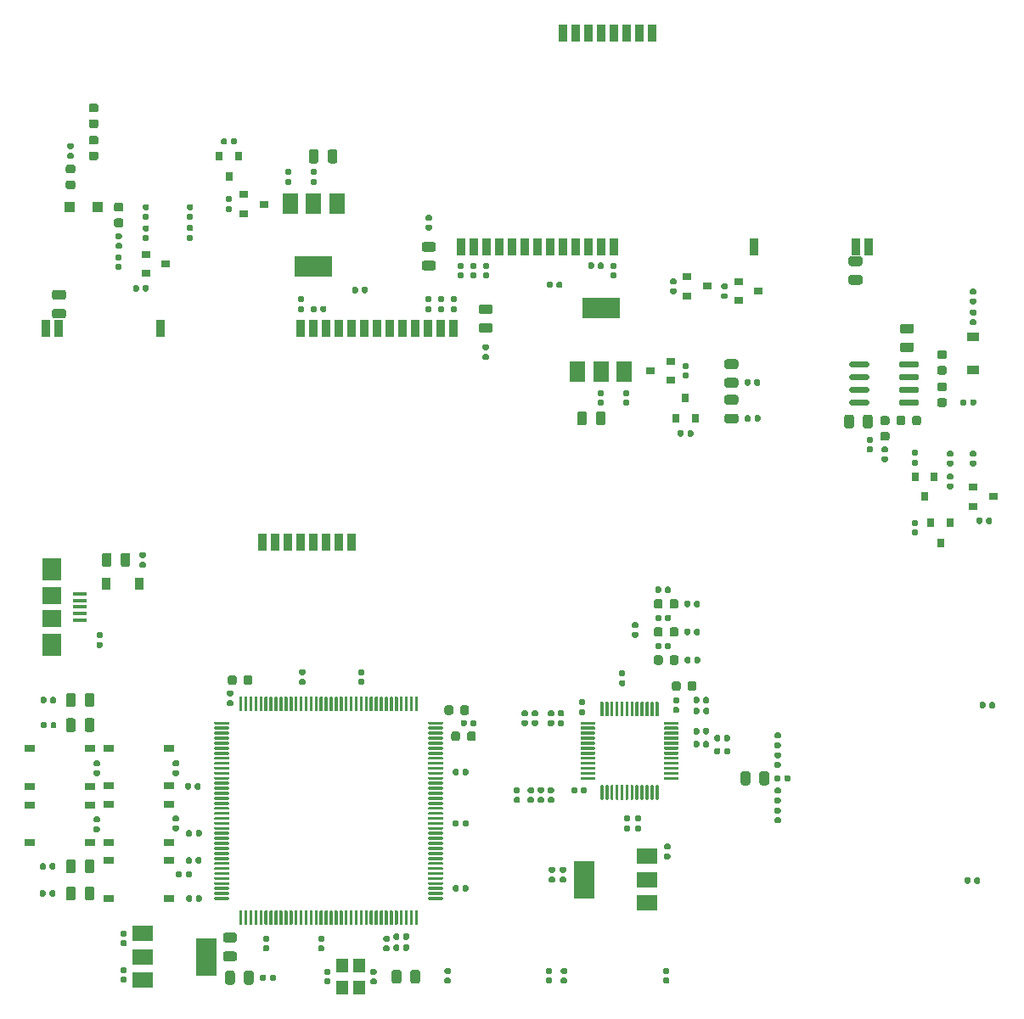
<source format=gtp>
G04 #@! TF.GenerationSoftware,KiCad,Pcbnew,(5.1.6)-1*
G04 #@! TF.CreationDate,2020-06-22T19:30:58+02:00*
G04 #@! TF.ProjectId,plc-sniffer,706c632d-736e-4696-9666-65722e6b6963,rev?*
G04 #@! TF.SameCoordinates,Original*
G04 #@! TF.FileFunction,Paste,Top*
G04 #@! TF.FilePolarity,Positive*
%FSLAX46Y46*%
G04 Gerber Fmt 4.6, Leading zero omitted, Abs format (unit mm)*
G04 Created by KiCad (PCBNEW (5.1.6)-1) date 2020-06-22 19:30:58*
%MOMM*%
%LPD*%
G01*
G04 APERTURE LIST*
%ADD10R,0.900000X0.800000*%
%ADD11R,1.200000X1.400000*%
%ADD12R,2.000000X1.500000*%
%ADD13R,2.000000X3.800000*%
%ADD14R,0.850000X1.700000*%
%ADD15R,1.500000X2.000000*%
%ADD16R,3.800000X2.000000*%
%ADD17R,1.000000X0.750000*%
%ADD18R,0.800000X0.900000*%
%ADD19R,1.400000X0.400000*%
%ADD20R,1.900000X2.300000*%
%ADD21R,1.900000X1.800000*%
%ADD22R,0.900000X1.200000*%
%ADD23R,1.200000X0.900000*%
%ADD24R,1.100000X1.100000*%
G04 APERTURE END LIST*
G04 #@! TO.C,C714*
G36*
G01*
X122362500Y-117956250D02*
X122362500Y-117443750D01*
G75*
G02*
X122581250Y-117225000I218750J0D01*
G01*
X123018750Y-117225000D01*
G75*
G02*
X123237500Y-117443750I0J-218750D01*
G01*
X123237500Y-117956250D01*
G75*
G02*
X123018750Y-118175000I-218750J0D01*
G01*
X122581250Y-118175000D01*
G75*
G02*
X122362500Y-117956250I0J218750D01*
G01*
G37*
G36*
G01*
X120787500Y-117956250D02*
X120787500Y-117443750D01*
G75*
G02*
X121006250Y-117225000I218750J0D01*
G01*
X121443750Y-117225000D01*
G75*
G02*
X121662500Y-117443750I0J-218750D01*
G01*
X121662500Y-117956250D01*
G75*
G02*
X121443750Y-118175000I-218750J0D01*
G01*
X121006250Y-118175000D01*
G75*
G02*
X120787500Y-117956250I0J218750D01*
G01*
G37*
G04 #@! TD*
G04 #@! TO.C,C712*
G36*
G01*
X143937500Y-123043750D02*
X143937500Y-123556250D01*
G75*
G02*
X143718750Y-123775000I-218750J0D01*
G01*
X143281250Y-123775000D01*
G75*
G02*
X143062500Y-123556250I0J218750D01*
G01*
X143062500Y-123043750D01*
G75*
G02*
X143281250Y-122825000I218750J0D01*
G01*
X143718750Y-122825000D01*
G75*
G02*
X143937500Y-123043750I0J-218750D01*
G01*
G37*
G36*
G01*
X145512500Y-123043750D02*
X145512500Y-123556250D01*
G75*
G02*
X145293750Y-123775000I-218750J0D01*
G01*
X144856250Y-123775000D01*
G75*
G02*
X144637500Y-123556250I0J218750D01*
G01*
X144637500Y-123043750D01*
G75*
G02*
X144856250Y-122825000I218750J0D01*
G01*
X145293750Y-122825000D01*
G75*
G02*
X145512500Y-123043750I0J-218750D01*
G01*
G37*
G04 #@! TD*
G04 #@! TO.C,C706*
G36*
G01*
X143262500Y-120443750D02*
X143262500Y-120956250D01*
G75*
G02*
X143043750Y-121175000I-218750J0D01*
G01*
X142606250Y-121175000D01*
G75*
G02*
X142387500Y-120956250I0J218750D01*
G01*
X142387500Y-120443750D01*
G75*
G02*
X142606250Y-120225000I218750J0D01*
G01*
X143043750Y-120225000D01*
G75*
G02*
X143262500Y-120443750I0J-218750D01*
G01*
G37*
G36*
G01*
X144837500Y-120443750D02*
X144837500Y-120956250D01*
G75*
G02*
X144618750Y-121175000I-218750J0D01*
G01*
X144181250Y-121175000D01*
G75*
G02*
X143962500Y-120956250I0J218750D01*
G01*
X143962500Y-120443750D01*
G75*
G02*
X144181250Y-120225000I218750J0D01*
G01*
X144618750Y-120225000D01*
G75*
G02*
X144837500Y-120443750I0J-218750D01*
G01*
G37*
G04 #@! TD*
G04 #@! TO.C,C802*
G36*
G01*
X188043750Y-84012500D02*
X188956250Y-84012500D01*
G75*
G02*
X189200000Y-84256250I0J-243750D01*
G01*
X189200000Y-84743750D01*
G75*
G02*
X188956250Y-84987500I-243750J0D01*
G01*
X188043750Y-84987500D01*
G75*
G02*
X187800000Y-84743750I0J243750D01*
G01*
X187800000Y-84256250D01*
G75*
G02*
X188043750Y-84012500I243750J0D01*
G01*
G37*
G36*
G01*
X188043750Y-82137500D02*
X188956250Y-82137500D01*
G75*
G02*
X189200000Y-82381250I0J-243750D01*
G01*
X189200000Y-82868750D01*
G75*
G02*
X188956250Y-83112500I-243750J0D01*
G01*
X188043750Y-83112500D01*
G75*
G02*
X187800000Y-82868750I0J243750D01*
G01*
X187800000Y-82381250D01*
G75*
G02*
X188043750Y-82137500I243750J0D01*
G01*
G37*
G04 #@! TD*
G04 #@! TO.C,C801*
G36*
G01*
X183212500Y-91443750D02*
X183212500Y-92356250D01*
G75*
G02*
X182968750Y-92600000I-243750J0D01*
G01*
X182481250Y-92600000D01*
G75*
G02*
X182237500Y-92356250I0J243750D01*
G01*
X182237500Y-91443750D01*
G75*
G02*
X182481250Y-91200000I243750J0D01*
G01*
X182968750Y-91200000D01*
G75*
G02*
X183212500Y-91443750I0J-243750D01*
G01*
G37*
G36*
G01*
X185087500Y-91443750D02*
X185087500Y-92356250D01*
G75*
G02*
X184843750Y-92600000I-243750J0D01*
G01*
X184356250Y-92600000D01*
G75*
G02*
X184112500Y-92356250I0J243750D01*
G01*
X184112500Y-91443750D01*
G75*
G02*
X184356250Y-91200000I243750J0D01*
G01*
X184843750Y-91200000D01*
G75*
G02*
X185087500Y-91443750I0J-243750D01*
G01*
G37*
G04 #@! TD*
G04 #@! TO.C,U702*
G36*
G01*
X120837500Y-139650000D02*
X119512500Y-139650000D01*
G75*
G02*
X119437500Y-139575000I0J75000D01*
G01*
X119437500Y-139425000D01*
G75*
G02*
X119512500Y-139350000I75000J0D01*
G01*
X120837500Y-139350000D01*
G75*
G02*
X120912500Y-139425000I0J-75000D01*
G01*
X120912500Y-139575000D01*
G75*
G02*
X120837500Y-139650000I-75000J0D01*
G01*
G37*
G36*
G01*
X120837500Y-139150000D02*
X119512500Y-139150000D01*
G75*
G02*
X119437500Y-139075000I0J75000D01*
G01*
X119437500Y-138925000D01*
G75*
G02*
X119512500Y-138850000I75000J0D01*
G01*
X120837500Y-138850000D01*
G75*
G02*
X120912500Y-138925000I0J-75000D01*
G01*
X120912500Y-139075000D01*
G75*
G02*
X120837500Y-139150000I-75000J0D01*
G01*
G37*
G36*
G01*
X120837500Y-138650000D02*
X119512500Y-138650000D01*
G75*
G02*
X119437500Y-138575000I0J75000D01*
G01*
X119437500Y-138425000D01*
G75*
G02*
X119512500Y-138350000I75000J0D01*
G01*
X120837500Y-138350000D01*
G75*
G02*
X120912500Y-138425000I0J-75000D01*
G01*
X120912500Y-138575000D01*
G75*
G02*
X120837500Y-138650000I-75000J0D01*
G01*
G37*
G36*
G01*
X120837500Y-138150000D02*
X119512500Y-138150000D01*
G75*
G02*
X119437500Y-138075000I0J75000D01*
G01*
X119437500Y-137925000D01*
G75*
G02*
X119512500Y-137850000I75000J0D01*
G01*
X120837500Y-137850000D01*
G75*
G02*
X120912500Y-137925000I0J-75000D01*
G01*
X120912500Y-138075000D01*
G75*
G02*
X120837500Y-138150000I-75000J0D01*
G01*
G37*
G36*
G01*
X120837500Y-137650000D02*
X119512500Y-137650000D01*
G75*
G02*
X119437500Y-137575000I0J75000D01*
G01*
X119437500Y-137425000D01*
G75*
G02*
X119512500Y-137350000I75000J0D01*
G01*
X120837500Y-137350000D01*
G75*
G02*
X120912500Y-137425000I0J-75000D01*
G01*
X120912500Y-137575000D01*
G75*
G02*
X120837500Y-137650000I-75000J0D01*
G01*
G37*
G36*
G01*
X120837500Y-137150000D02*
X119512500Y-137150000D01*
G75*
G02*
X119437500Y-137075000I0J75000D01*
G01*
X119437500Y-136925000D01*
G75*
G02*
X119512500Y-136850000I75000J0D01*
G01*
X120837500Y-136850000D01*
G75*
G02*
X120912500Y-136925000I0J-75000D01*
G01*
X120912500Y-137075000D01*
G75*
G02*
X120837500Y-137150000I-75000J0D01*
G01*
G37*
G36*
G01*
X120837500Y-136650000D02*
X119512500Y-136650000D01*
G75*
G02*
X119437500Y-136575000I0J75000D01*
G01*
X119437500Y-136425000D01*
G75*
G02*
X119512500Y-136350000I75000J0D01*
G01*
X120837500Y-136350000D01*
G75*
G02*
X120912500Y-136425000I0J-75000D01*
G01*
X120912500Y-136575000D01*
G75*
G02*
X120837500Y-136650000I-75000J0D01*
G01*
G37*
G36*
G01*
X120837500Y-136150000D02*
X119512500Y-136150000D01*
G75*
G02*
X119437500Y-136075000I0J75000D01*
G01*
X119437500Y-135925000D01*
G75*
G02*
X119512500Y-135850000I75000J0D01*
G01*
X120837500Y-135850000D01*
G75*
G02*
X120912500Y-135925000I0J-75000D01*
G01*
X120912500Y-136075000D01*
G75*
G02*
X120837500Y-136150000I-75000J0D01*
G01*
G37*
G36*
G01*
X120837500Y-135650000D02*
X119512500Y-135650000D01*
G75*
G02*
X119437500Y-135575000I0J75000D01*
G01*
X119437500Y-135425000D01*
G75*
G02*
X119512500Y-135350000I75000J0D01*
G01*
X120837500Y-135350000D01*
G75*
G02*
X120912500Y-135425000I0J-75000D01*
G01*
X120912500Y-135575000D01*
G75*
G02*
X120837500Y-135650000I-75000J0D01*
G01*
G37*
G36*
G01*
X120837500Y-135150000D02*
X119512500Y-135150000D01*
G75*
G02*
X119437500Y-135075000I0J75000D01*
G01*
X119437500Y-134925000D01*
G75*
G02*
X119512500Y-134850000I75000J0D01*
G01*
X120837500Y-134850000D01*
G75*
G02*
X120912500Y-134925000I0J-75000D01*
G01*
X120912500Y-135075000D01*
G75*
G02*
X120837500Y-135150000I-75000J0D01*
G01*
G37*
G36*
G01*
X120837500Y-134650000D02*
X119512500Y-134650000D01*
G75*
G02*
X119437500Y-134575000I0J75000D01*
G01*
X119437500Y-134425000D01*
G75*
G02*
X119512500Y-134350000I75000J0D01*
G01*
X120837500Y-134350000D01*
G75*
G02*
X120912500Y-134425000I0J-75000D01*
G01*
X120912500Y-134575000D01*
G75*
G02*
X120837500Y-134650000I-75000J0D01*
G01*
G37*
G36*
G01*
X120837500Y-134150000D02*
X119512500Y-134150000D01*
G75*
G02*
X119437500Y-134075000I0J75000D01*
G01*
X119437500Y-133925000D01*
G75*
G02*
X119512500Y-133850000I75000J0D01*
G01*
X120837500Y-133850000D01*
G75*
G02*
X120912500Y-133925000I0J-75000D01*
G01*
X120912500Y-134075000D01*
G75*
G02*
X120837500Y-134150000I-75000J0D01*
G01*
G37*
G36*
G01*
X120837500Y-133650000D02*
X119512500Y-133650000D01*
G75*
G02*
X119437500Y-133575000I0J75000D01*
G01*
X119437500Y-133425000D01*
G75*
G02*
X119512500Y-133350000I75000J0D01*
G01*
X120837500Y-133350000D01*
G75*
G02*
X120912500Y-133425000I0J-75000D01*
G01*
X120912500Y-133575000D01*
G75*
G02*
X120837500Y-133650000I-75000J0D01*
G01*
G37*
G36*
G01*
X120837500Y-133150000D02*
X119512500Y-133150000D01*
G75*
G02*
X119437500Y-133075000I0J75000D01*
G01*
X119437500Y-132925000D01*
G75*
G02*
X119512500Y-132850000I75000J0D01*
G01*
X120837500Y-132850000D01*
G75*
G02*
X120912500Y-132925000I0J-75000D01*
G01*
X120912500Y-133075000D01*
G75*
G02*
X120837500Y-133150000I-75000J0D01*
G01*
G37*
G36*
G01*
X120837500Y-132650000D02*
X119512500Y-132650000D01*
G75*
G02*
X119437500Y-132575000I0J75000D01*
G01*
X119437500Y-132425000D01*
G75*
G02*
X119512500Y-132350000I75000J0D01*
G01*
X120837500Y-132350000D01*
G75*
G02*
X120912500Y-132425000I0J-75000D01*
G01*
X120912500Y-132575000D01*
G75*
G02*
X120837500Y-132650000I-75000J0D01*
G01*
G37*
G36*
G01*
X120837500Y-132150000D02*
X119512500Y-132150000D01*
G75*
G02*
X119437500Y-132075000I0J75000D01*
G01*
X119437500Y-131925000D01*
G75*
G02*
X119512500Y-131850000I75000J0D01*
G01*
X120837500Y-131850000D01*
G75*
G02*
X120912500Y-131925000I0J-75000D01*
G01*
X120912500Y-132075000D01*
G75*
G02*
X120837500Y-132150000I-75000J0D01*
G01*
G37*
G36*
G01*
X120837500Y-131650000D02*
X119512500Y-131650000D01*
G75*
G02*
X119437500Y-131575000I0J75000D01*
G01*
X119437500Y-131425000D01*
G75*
G02*
X119512500Y-131350000I75000J0D01*
G01*
X120837500Y-131350000D01*
G75*
G02*
X120912500Y-131425000I0J-75000D01*
G01*
X120912500Y-131575000D01*
G75*
G02*
X120837500Y-131650000I-75000J0D01*
G01*
G37*
G36*
G01*
X120837500Y-131150000D02*
X119512500Y-131150000D01*
G75*
G02*
X119437500Y-131075000I0J75000D01*
G01*
X119437500Y-130925000D01*
G75*
G02*
X119512500Y-130850000I75000J0D01*
G01*
X120837500Y-130850000D01*
G75*
G02*
X120912500Y-130925000I0J-75000D01*
G01*
X120912500Y-131075000D01*
G75*
G02*
X120837500Y-131150000I-75000J0D01*
G01*
G37*
G36*
G01*
X120837500Y-130650000D02*
X119512500Y-130650000D01*
G75*
G02*
X119437500Y-130575000I0J75000D01*
G01*
X119437500Y-130425000D01*
G75*
G02*
X119512500Y-130350000I75000J0D01*
G01*
X120837500Y-130350000D01*
G75*
G02*
X120912500Y-130425000I0J-75000D01*
G01*
X120912500Y-130575000D01*
G75*
G02*
X120837500Y-130650000I-75000J0D01*
G01*
G37*
G36*
G01*
X120837500Y-130150000D02*
X119512500Y-130150000D01*
G75*
G02*
X119437500Y-130075000I0J75000D01*
G01*
X119437500Y-129925000D01*
G75*
G02*
X119512500Y-129850000I75000J0D01*
G01*
X120837500Y-129850000D01*
G75*
G02*
X120912500Y-129925000I0J-75000D01*
G01*
X120912500Y-130075000D01*
G75*
G02*
X120837500Y-130150000I-75000J0D01*
G01*
G37*
G36*
G01*
X120837500Y-129650000D02*
X119512500Y-129650000D01*
G75*
G02*
X119437500Y-129575000I0J75000D01*
G01*
X119437500Y-129425000D01*
G75*
G02*
X119512500Y-129350000I75000J0D01*
G01*
X120837500Y-129350000D01*
G75*
G02*
X120912500Y-129425000I0J-75000D01*
G01*
X120912500Y-129575000D01*
G75*
G02*
X120837500Y-129650000I-75000J0D01*
G01*
G37*
G36*
G01*
X120837500Y-129150000D02*
X119512500Y-129150000D01*
G75*
G02*
X119437500Y-129075000I0J75000D01*
G01*
X119437500Y-128925000D01*
G75*
G02*
X119512500Y-128850000I75000J0D01*
G01*
X120837500Y-128850000D01*
G75*
G02*
X120912500Y-128925000I0J-75000D01*
G01*
X120912500Y-129075000D01*
G75*
G02*
X120837500Y-129150000I-75000J0D01*
G01*
G37*
G36*
G01*
X120837500Y-128650000D02*
X119512500Y-128650000D01*
G75*
G02*
X119437500Y-128575000I0J75000D01*
G01*
X119437500Y-128425000D01*
G75*
G02*
X119512500Y-128350000I75000J0D01*
G01*
X120837500Y-128350000D01*
G75*
G02*
X120912500Y-128425000I0J-75000D01*
G01*
X120912500Y-128575000D01*
G75*
G02*
X120837500Y-128650000I-75000J0D01*
G01*
G37*
G36*
G01*
X120837500Y-128150000D02*
X119512500Y-128150000D01*
G75*
G02*
X119437500Y-128075000I0J75000D01*
G01*
X119437500Y-127925000D01*
G75*
G02*
X119512500Y-127850000I75000J0D01*
G01*
X120837500Y-127850000D01*
G75*
G02*
X120912500Y-127925000I0J-75000D01*
G01*
X120912500Y-128075000D01*
G75*
G02*
X120837500Y-128150000I-75000J0D01*
G01*
G37*
G36*
G01*
X120837500Y-127650000D02*
X119512500Y-127650000D01*
G75*
G02*
X119437500Y-127575000I0J75000D01*
G01*
X119437500Y-127425000D01*
G75*
G02*
X119512500Y-127350000I75000J0D01*
G01*
X120837500Y-127350000D01*
G75*
G02*
X120912500Y-127425000I0J-75000D01*
G01*
X120912500Y-127575000D01*
G75*
G02*
X120837500Y-127650000I-75000J0D01*
G01*
G37*
G36*
G01*
X120837500Y-127150000D02*
X119512500Y-127150000D01*
G75*
G02*
X119437500Y-127075000I0J75000D01*
G01*
X119437500Y-126925000D01*
G75*
G02*
X119512500Y-126850000I75000J0D01*
G01*
X120837500Y-126850000D01*
G75*
G02*
X120912500Y-126925000I0J-75000D01*
G01*
X120912500Y-127075000D01*
G75*
G02*
X120837500Y-127150000I-75000J0D01*
G01*
G37*
G36*
G01*
X120837500Y-126650000D02*
X119512500Y-126650000D01*
G75*
G02*
X119437500Y-126575000I0J75000D01*
G01*
X119437500Y-126425000D01*
G75*
G02*
X119512500Y-126350000I75000J0D01*
G01*
X120837500Y-126350000D01*
G75*
G02*
X120912500Y-126425000I0J-75000D01*
G01*
X120912500Y-126575000D01*
G75*
G02*
X120837500Y-126650000I-75000J0D01*
G01*
G37*
G36*
G01*
X120837500Y-126150000D02*
X119512500Y-126150000D01*
G75*
G02*
X119437500Y-126075000I0J75000D01*
G01*
X119437500Y-125925000D01*
G75*
G02*
X119512500Y-125850000I75000J0D01*
G01*
X120837500Y-125850000D01*
G75*
G02*
X120912500Y-125925000I0J-75000D01*
G01*
X120912500Y-126075000D01*
G75*
G02*
X120837500Y-126150000I-75000J0D01*
G01*
G37*
G36*
G01*
X120837500Y-125650000D02*
X119512500Y-125650000D01*
G75*
G02*
X119437500Y-125575000I0J75000D01*
G01*
X119437500Y-125425000D01*
G75*
G02*
X119512500Y-125350000I75000J0D01*
G01*
X120837500Y-125350000D01*
G75*
G02*
X120912500Y-125425000I0J-75000D01*
G01*
X120912500Y-125575000D01*
G75*
G02*
X120837500Y-125650000I-75000J0D01*
G01*
G37*
G36*
G01*
X120837500Y-125150000D02*
X119512500Y-125150000D01*
G75*
G02*
X119437500Y-125075000I0J75000D01*
G01*
X119437500Y-124925000D01*
G75*
G02*
X119512500Y-124850000I75000J0D01*
G01*
X120837500Y-124850000D01*
G75*
G02*
X120912500Y-124925000I0J-75000D01*
G01*
X120912500Y-125075000D01*
G75*
G02*
X120837500Y-125150000I-75000J0D01*
G01*
G37*
G36*
G01*
X120837500Y-124650000D02*
X119512500Y-124650000D01*
G75*
G02*
X119437500Y-124575000I0J75000D01*
G01*
X119437500Y-124425000D01*
G75*
G02*
X119512500Y-124350000I75000J0D01*
G01*
X120837500Y-124350000D01*
G75*
G02*
X120912500Y-124425000I0J-75000D01*
G01*
X120912500Y-124575000D01*
G75*
G02*
X120837500Y-124650000I-75000J0D01*
G01*
G37*
G36*
G01*
X120837500Y-124150000D02*
X119512500Y-124150000D01*
G75*
G02*
X119437500Y-124075000I0J75000D01*
G01*
X119437500Y-123925000D01*
G75*
G02*
X119512500Y-123850000I75000J0D01*
G01*
X120837500Y-123850000D01*
G75*
G02*
X120912500Y-123925000I0J-75000D01*
G01*
X120912500Y-124075000D01*
G75*
G02*
X120837500Y-124150000I-75000J0D01*
G01*
G37*
G36*
G01*
X120837500Y-123650000D02*
X119512500Y-123650000D01*
G75*
G02*
X119437500Y-123575000I0J75000D01*
G01*
X119437500Y-123425000D01*
G75*
G02*
X119512500Y-123350000I75000J0D01*
G01*
X120837500Y-123350000D01*
G75*
G02*
X120912500Y-123425000I0J-75000D01*
G01*
X120912500Y-123575000D01*
G75*
G02*
X120837500Y-123650000I-75000J0D01*
G01*
G37*
G36*
G01*
X120837500Y-123150000D02*
X119512500Y-123150000D01*
G75*
G02*
X119437500Y-123075000I0J75000D01*
G01*
X119437500Y-122925000D01*
G75*
G02*
X119512500Y-122850000I75000J0D01*
G01*
X120837500Y-122850000D01*
G75*
G02*
X120912500Y-122925000I0J-75000D01*
G01*
X120912500Y-123075000D01*
G75*
G02*
X120837500Y-123150000I-75000J0D01*
G01*
G37*
G36*
G01*
X120837500Y-122650000D02*
X119512500Y-122650000D01*
G75*
G02*
X119437500Y-122575000I0J75000D01*
G01*
X119437500Y-122425000D01*
G75*
G02*
X119512500Y-122350000I75000J0D01*
G01*
X120837500Y-122350000D01*
G75*
G02*
X120912500Y-122425000I0J-75000D01*
G01*
X120912500Y-122575000D01*
G75*
G02*
X120837500Y-122650000I-75000J0D01*
G01*
G37*
G36*
G01*
X120837500Y-122150000D02*
X119512500Y-122150000D01*
G75*
G02*
X119437500Y-122075000I0J75000D01*
G01*
X119437500Y-121925000D01*
G75*
G02*
X119512500Y-121850000I75000J0D01*
G01*
X120837500Y-121850000D01*
G75*
G02*
X120912500Y-121925000I0J-75000D01*
G01*
X120912500Y-122075000D01*
G75*
G02*
X120837500Y-122150000I-75000J0D01*
G01*
G37*
G36*
G01*
X122162500Y-120825000D02*
X122012500Y-120825000D01*
G75*
G02*
X121937500Y-120750000I0J75000D01*
G01*
X121937500Y-119425000D01*
G75*
G02*
X122012500Y-119350000I75000J0D01*
G01*
X122162500Y-119350000D01*
G75*
G02*
X122237500Y-119425000I0J-75000D01*
G01*
X122237500Y-120750000D01*
G75*
G02*
X122162500Y-120825000I-75000J0D01*
G01*
G37*
G36*
G01*
X122662500Y-120825000D02*
X122512500Y-120825000D01*
G75*
G02*
X122437500Y-120750000I0J75000D01*
G01*
X122437500Y-119425000D01*
G75*
G02*
X122512500Y-119350000I75000J0D01*
G01*
X122662500Y-119350000D01*
G75*
G02*
X122737500Y-119425000I0J-75000D01*
G01*
X122737500Y-120750000D01*
G75*
G02*
X122662500Y-120825000I-75000J0D01*
G01*
G37*
G36*
G01*
X123162500Y-120825000D02*
X123012500Y-120825000D01*
G75*
G02*
X122937500Y-120750000I0J75000D01*
G01*
X122937500Y-119425000D01*
G75*
G02*
X123012500Y-119350000I75000J0D01*
G01*
X123162500Y-119350000D01*
G75*
G02*
X123237500Y-119425000I0J-75000D01*
G01*
X123237500Y-120750000D01*
G75*
G02*
X123162500Y-120825000I-75000J0D01*
G01*
G37*
G36*
G01*
X123662500Y-120825000D02*
X123512500Y-120825000D01*
G75*
G02*
X123437500Y-120750000I0J75000D01*
G01*
X123437500Y-119425000D01*
G75*
G02*
X123512500Y-119350000I75000J0D01*
G01*
X123662500Y-119350000D01*
G75*
G02*
X123737500Y-119425000I0J-75000D01*
G01*
X123737500Y-120750000D01*
G75*
G02*
X123662500Y-120825000I-75000J0D01*
G01*
G37*
G36*
G01*
X124162500Y-120825000D02*
X124012500Y-120825000D01*
G75*
G02*
X123937500Y-120750000I0J75000D01*
G01*
X123937500Y-119425000D01*
G75*
G02*
X124012500Y-119350000I75000J0D01*
G01*
X124162500Y-119350000D01*
G75*
G02*
X124237500Y-119425000I0J-75000D01*
G01*
X124237500Y-120750000D01*
G75*
G02*
X124162500Y-120825000I-75000J0D01*
G01*
G37*
G36*
G01*
X124662500Y-120825000D02*
X124512500Y-120825000D01*
G75*
G02*
X124437500Y-120750000I0J75000D01*
G01*
X124437500Y-119425000D01*
G75*
G02*
X124512500Y-119350000I75000J0D01*
G01*
X124662500Y-119350000D01*
G75*
G02*
X124737500Y-119425000I0J-75000D01*
G01*
X124737500Y-120750000D01*
G75*
G02*
X124662500Y-120825000I-75000J0D01*
G01*
G37*
G36*
G01*
X125162500Y-120825000D02*
X125012500Y-120825000D01*
G75*
G02*
X124937500Y-120750000I0J75000D01*
G01*
X124937500Y-119425000D01*
G75*
G02*
X125012500Y-119350000I75000J0D01*
G01*
X125162500Y-119350000D01*
G75*
G02*
X125237500Y-119425000I0J-75000D01*
G01*
X125237500Y-120750000D01*
G75*
G02*
X125162500Y-120825000I-75000J0D01*
G01*
G37*
G36*
G01*
X125662500Y-120825000D02*
X125512500Y-120825000D01*
G75*
G02*
X125437500Y-120750000I0J75000D01*
G01*
X125437500Y-119425000D01*
G75*
G02*
X125512500Y-119350000I75000J0D01*
G01*
X125662500Y-119350000D01*
G75*
G02*
X125737500Y-119425000I0J-75000D01*
G01*
X125737500Y-120750000D01*
G75*
G02*
X125662500Y-120825000I-75000J0D01*
G01*
G37*
G36*
G01*
X126162500Y-120825000D02*
X126012500Y-120825000D01*
G75*
G02*
X125937500Y-120750000I0J75000D01*
G01*
X125937500Y-119425000D01*
G75*
G02*
X126012500Y-119350000I75000J0D01*
G01*
X126162500Y-119350000D01*
G75*
G02*
X126237500Y-119425000I0J-75000D01*
G01*
X126237500Y-120750000D01*
G75*
G02*
X126162500Y-120825000I-75000J0D01*
G01*
G37*
G36*
G01*
X126662500Y-120825000D02*
X126512500Y-120825000D01*
G75*
G02*
X126437500Y-120750000I0J75000D01*
G01*
X126437500Y-119425000D01*
G75*
G02*
X126512500Y-119350000I75000J0D01*
G01*
X126662500Y-119350000D01*
G75*
G02*
X126737500Y-119425000I0J-75000D01*
G01*
X126737500Y-120750000D01*
G75*
G02*
X126662500Y-120825000I-75000J0D01*
G01*
G37*
G36*
G01*
X127162500Y-120825000D02*
X127012500Y-120825000D01*
G75*
G02*
X126937500Y-120750000I0J75000D01*
G01*
X126937500Y-119425000D01*
G75*
G02*
X127012500Y-119350000I75000J0D01*
G01*
X127162500Y-119350000D01*
G75*
G02*
X127237500Y-119425000I0J-75000D01*
G01*
X127237500Y-120750000D01*
G75*
G02*
X127162500Y-120825000I-75000J0D01*
G01*
G37*
G36*
G01*
X127662500Y-120825000D02*
X127512500Y-120825000D01*
G75*
G02*
X127437500Y-120750000I0J75000D01*
G01*
X127437500Y-119425000D01*
G75*
G02*
X127512500Y-119350000I75000J0D01*
G01*
X127662500Y-119350000D01*
G75*
G02*
X127737500Y-119425000I0J-75000D01*
G01*
X127737500Y-120750000D01*
G75*
G02*
X127662500Y-120825000I-75000J0D01*
G01*
G37*
G36*
G01*
X128162500Y-120825000D02*
X128012500Y-120825000D01*
G75*
G02*
X127937500Y-120750000I0J75000D01*
G01*
X127937500Y-119425000D01*
G75*
G02*
X128012500Y-119350000I75000J0D01*
G01*
X128162500Y-119350000D01*
G75*
G02*
X128237500Y-119425000I0J-75000D01*
G01*
X128237500Y-120750000D01*
G75*
G02*
X128162500Y-120825000I-75000J0D01*
G01*
G37*
G36*
G01*
X128662500Y-120825000D02*
X128512500Y-120825000D01*
G75*
G02*
X128437500Y-120750000I0J75000D01*
G01*
X128437500Y-119425000D01*
G75*
G02*
X128512500Y-119350000I75000J0D01*
G01*
X128662500Y-119350000D01*
G75*
G02*
X128737500Y-119425000I0J-75000D01*
G01*
X128737500Y-120750000D01*
G75*
G02*
X128662500Y-120825000I-75000J0D01*
G01*
G37*
G36*
G01*
X129162500Y-120825000D02*
X129012500Y-120825000D01*
G75*
G02*
X128937500Y-120750000I0J75000D01*
G01*
X128937500Y-119425000D01*
G75*
G02*
X129012500Y-119350000I75000J0D01*
G01*
X129162500Y-119350000D01*
G75*
G02*
X129237500Y-119425000I0J-75000D01*
G01*
X129237500Y-120750000D01*
G75*
G02*
X129162500Y-120825000I-75000J0D01*
G01*
G37*
G36*
G01*
X129662500Y-120825000D02*
X129512500Y-120825000D01*
G75*
G02*
X129437500Y-120750000I0J75000D01*
G01*
X129437500Y-119425000D01*
G75*
G02*
X129512500Y-119350000I75000J0D01*
G01*
X129662500Y-119350000D01*
G75*
G02*
X129737500Y-119425000I0J-75000D01*
G01*
X129737500Y-120750000D01*
G75*
G02*
X129662500Y-120825000I-75000J0D01*
G01*
G37*
G36*
G01*
X130162500Y-120825000D02*
X130012500Y-120825000D01*
G75*
G02*
X129937500Y-120750000I0J75000D01*
G01*
X129937500Y-119425000D01*
G75*
G02*
X130012500Y-119350000I75000J0D01*
G01*
X130162500Y-119350000D01*
G75*
G02*
X130237500Y-119425000I0J-75000D01*
G01*
X130237500Y-120750000D01*
G75*
G02*
X130162500Y-120825000I-75000J0D01*
G01*
G37*
G36*
G01*
X130662500Y-120825000D02*
X130512500Y-120825000D01*
G75*
G02*
X130437500Y-120750000I0J75000D01*
G01*
X130437500Y-119425000D01*
G75*
G02*
X130512500Y-119350000I75000J0D01*
G01*
X130662500Y-119350000D01*
G75*
G02*
X130737500Y-119425000I0J-75000D01*
G01*
X130737500Y-120750000D01*
G75*
G02*
X130662500Y-120825000I-75000J0D01*
G01*
G37*
G36*
G01*
X131162500Y-120825000D02*
X131012500Y-120825000D01*
G75*
G02*
X130937500Y-120750000I0J75000D01*
G01*
X130937500Y-119425000D01*
G75*
G02*
X131012500Y-119350000I75000J0D01*
G01*
X131162500Y-119350000D01*
G75*
G02*
X131237500Y-119425000I0J-75000D01*
G01*
X131237500Y-120750000D01*
G75*
G02*
X131162500Y-120825000I-75000J0D01*
G01*
G37*
G36*
G01*
X131662500Y-120825000D02*
X131512500Y-120825000D01*
G75*
G02*
X131437500Y-120750000I0J75000D01*
G01*
X131437500Y-119425000D01*
G75*
G02*
X131512500Y-119350000I75000J0D01*
G01*
X131662500Y-119350000D01*
G75*
G02*
X131737500Y-119425000I0J-75000D01*
G01*
X131737500Y-120750000D01*
G75*
G02*
X131662500Y-120825000I-75000J0D01*
G01*
G37*
G36*
G01*
X132162500Y-120825000D02*
X132012500Y-120825000D01*
G75*
G02*
X131937500Y-120750000I0J75000D01*
G01*
X131937500Y-119425000D01*
G75*
G02*
X132012500Y-119350000I75000J0D01*
G01*
X132162500Y-119350000D01*
G75*
G02*
X132237500Y-119425000I0J-75000D01*
G01*
X132237500Y-120750000D01*
G75*
G02*
X132162500Y-120825000I-75000J0D01*
G01*
G37*
G36*
G01*
X132662500Y-120825000D02*
X132512500Y-120825000D01*
G75*
G02*
X132437500Y-120750000I0J75000D01*
G01*
X132437500Y-119425000D01*
G75*
G02*
X132512500Y-119350000I75000J0D01*
G01*
X132662500Y-119350000D01*
G75*
G02*
X132737500Y-119425000I0J-75000D01*
G01*
X132737500Y-120750000D01*
G75*
G02*
X132662500Y-120825000I-75000J0D01*
G01*
G37*
G36*
G01*
X133162500Y-120825000D02*
X133012500Y-120825000D01*
G75*
G02*
X132937500Y-120750000I0J75000D01*
G01*
X132937500Y-119425000D01*
G75*
G02*
X133012500Y-119350000I75000J0D01*
G01*
X133162500Y-119350000D01*
G75*
G02*
X133237500Y-119425000I0J-75000D01*
G01*
X133237500Y-120750000D01*
G75*
G02*
X133162500Y-120825000I-75000J0D01*
G01*
G37*
G36*
G01*
X133662500Y-120825000D02*
X133512500Y-120825000D01*
G75*
G02*
X133437500Y-120750000I0J75000D01*
G01*
X133437500Y-119425000D01*
G75*
G02*
X133512500Y-119350000I75000J0D01*
G01*
X133662500Y-119350000D01*
G75*
G02*
X133737500Y-119425000I0J-75000D01*
G01*
X133737500Y-120750000D01*
G75*
G02*
X133662500Y-120825000I-75000J0D01*
G01*
G37*
G36*
G01*
X134162500Y-120825000D02*
X134012500Y-120825000D01*
G75*
G02*
X133937500Y-120750000I0J75000D01*
G01*
X133937500Y-119425000D01*
G75*
G02*
X134012500Y-119350000I75000J0D01*
G01*
X134162500Y-119350000D01*
G75*
G02*
X134237500Y-119425000I0J-75000D01*
G01*
X134237500Y-120750000D01*
G75*
G02*
X134162500Y-120825000I-75000J0D01*
G01*
G37*
G36*
G01*
X134662500Y-120825000D02*
X134512500Y-120825000D01*
G75*
G02*
X134437500Y-120750000I0J75000D01*
G01*
X134437500Y-119425000D01*
G75*
G02*
X134512500Y-119350000I75000J0D01*
G01*
X134662500Y-119350000D01*
G75*
G02*
X134737500Y-119425000I0J-75000D01*
G01*
X134737500Y-120750000D01*
G75*
G02*
X134662500Y-120825000I-75000J0D01*
G01*
G37*
G36*
G01*
X135162500Y-120825000D02*
X135012500Y-120825000D01*
G75*
G02*
X134937500Y-120750000I0J75000D01*
G01*
X134937500Y-119425000D01*
G75*
G02*
X135012500Y-119350000I75000J0D01*
G01*
X135162500Y-119350000D01*
G75*
G02*
X135237500Y-119425000I0J-75000D01*
G01*
X135237500Y-120750000D01*
G75*
G02*
X135162500Y-120825000I-75000J0D01*
G01*
G37*
G36*
G01*
X135662500Y-120825000D02*
X135512500Y-120825000D01*
G75*
G02*
X135437500Y-120750000I0J75000D01*
G01*
X135437500Y-119425000D01*
G75*
G02*
X135512500Y-119350000I75000J0D01*
G01*
X135662500Y-119350000D01*
G75*
G02*
X135737500Y-119425000I0J-75000D01*
G01*
X135737500Y-120750000D01*
G75*
G02*
X135662500Y-120825000I-75000J0D01*
G01*
G37*
G36*
G01*
X136162500Y-120825000D02*
X136012500Y-120825000D01*
G75*
G02*
X135937500Y-120750000I0J75000D01*
G01*
X135937500Y-119425000D01*
G75*
G02*
X136012500Y-119350000I75000J0D01*
G01*
X136162500Y-119350000D01*
G75*
G02*
X136237500Y-119425000I0J-75000D01*
G01*
X136237500Y-120750000D01*
G75*
G02*
X136162500Y-120825000I-75000J0D01*
G01*
G37*
G36*
G01*
X136662500Y-120825000D02*
X136512500Y-120825000D01*
G75*
G02*
X136437500Y-120750000I0J75000D01*
G01*
X136437500Y-119425000D01*
G75*
G02*
X136512500Y-119350000I75000J0D01*
G01*
X136662500Y-119350000D01*
G75*
G02*
X136737500Y-119425000I0J-75000D01*
G01*
X136737500Y-120750000D01*
G75*
G02*
X136662500Y-120825000I-75000J0D01*
G01*
G37*
G36*
G01*
X137162500Y-120825000D02*
X137012500Y-120825000D01*
G75*
G02*
X136937500Y-120750000I0J75000D01*
G01*
X136937500Y-119425000D01*
G75*
G02*
X137012500Y-119350000I75000J0D01*
G01*
X137162500Y-119350000D01*
G75*
G02*
X137237500Y-119425000I0J-75000D01*
G01*
X137237500Y-120750000D01*
G75*
G02*
X137162500Y-120825000I-75000J0D01*
G01*
G37*
G36*
G01*
X137662500Y-120825000D02*
X137512500Y-120825000D01*
G75*
G02*
X137437500Y-120750000I0J75000D01*
G01*
X137437500Y-119425000D01*
G75*
G02*
X137512500Y-119350000I75000J0D01*
G01*
X137662500Y-119350000D01*
G75*
G02*
X137737500Y-119425000I0J-75000D01*
G01*
X137737500Y-120750000D01*
G75*
G02*
X137662500Y-120825000I-75000J0D01*
G01*
G37*
G36*
G01*
X138162500Y-120825000D02*
X138012500Y-120825000D01*
G75*
G02*
X137937500Y-120750000I0J75000D01*
G01*
X137937500Y-119425000D01*
G75*
G02*
X138012500Y-119350000I75000J0D01*
G01*
X138162500Y-119350000D01*
G75*
G02*
X138237500Y-119425000I0J-75000D01*
G01*
X138237500Y-120750000D01*
G75*
G02*
X138162500Y-120825000I-75000J0D01*
G01*
G37*
G36*
G01*
X138662500Y-120825000D02*
X138512500Y-120825000D01*
G75*
G02*
X138437500Y-120750000I0J75000D01*
G01*
X138437500Y-119425000D01*
G75*
G02*
X138512500Y-119350000I75000J0D01*
G01*
X138662500Y-119350000D01*
G75*
G02*
X138737500Y-119425000I0J-75000D01*
G01*
X138737500Y-120750000D01*
G75*
G02*
X138662500Y-120825000I-75000J0D01*
G01*
G37*
G36*
G01*
X139162500Y-120825000D02*
X139012500Y-120825000D01*
G75*
G02*
X138937500Y-120750000I0J75000D01*
G01*
X138937500Y-119425000D01*
G75*
G02*
X139012500Y-119350000I75000J0D01*
G01*
X139162500Y-119350000D01*
G75*
G02*
X139237500Y-119425000I0J-75000D01*
G01*
X139237500Y-120750000D01*
G75*
G02*
X139162500Y-120825000I-75000J0D01*
G01*
G37*
G36*
G01*
X139662500Y-120825000D02*
X139512500Y-120825000D01*
G75*
G02*
X139437500Y-120750000I0J75000D01*
G01*
X139437500Y-119425000D01*
G75*
G02*
X139512500Y-119350000I75000J0D01*
G01*
X139662500Y-119350000D01*
G75*
G02*
X139737500Y-119425000I0J-75000D01*
G01*
X139737500Y-120750000D01*
G75*
G02*
X139662500Y-120825000I-75000J0D01*
G01*
G37*
G36*
G01*
X142162500Y-122150000D02*
X140837500Y-122150000D01*
G75*
G02*
X140762500Y-122075000I0J75000D01*
G01*
X140762500Y-121925000D01*
G75*
G02*
X140837500Y-121850000I75000J0D01*
G01*
X142162500Y-121850000D01*
G75*
G02*
X142237500Y-121925000I0J-75000D01*
G01*
X142237500Y-122075000D01*
G75*
G02*
X142162500Y-122150000I-75000J0D01*
G01*
G37*
G36*
G01*
X142162500Y-122650000D02*
X140837500Y-122650000D01*
G75*
G02*
X140762500Y-122575000I0J75000D01*
G01*
X140762500Y-122425000D01*
G75*
G02*
X140837500Y-122350000I75000J0D01*
G01*
X142162500Y-122350000D01*
G75*
G02*
X142237500Y-122425000I0J-75000D01*
G01*
X142237500Y-122575000D01*
G75*
G02*
X142162500Y-122650000I-75000J0D01*
G01*
G37*
G36*
G01*
X142162500Y-123150000D02*
X140837500Y-123150000D01*
G75*
G02*
X140762500Y-123075000I0J75000D01*
G01*
X140762500Y-122925000D01*
G75*
G02*
X140837500Y-122850000I75000J0D01*
G01*
X142162500Y-122850000D01*
G75*
G02*
X142237500Y-122925000I0J-75000D01*
G01*
X142237500Y-123075000D01*
G75*
G02*
X142162500Y-123150000I-75000J0D01*
G01*
G37*
G36*
G01*
X142162500Y-123650000D02*
X140837500Y-123650000D01*
G75*
G02*
X140762500Y-123575000I0J75000D01*
G01*
X140762500Y-123425000D01*
G75*
G02*
X140837500Y-123350000I75000J0D01*
G01*
X142162500Y-123350000D01*
G75*
G02*
X142237500Y-123425000I0J-75000D01*
G01*
X142237500Y-123575000D01*
G75*
G02*
X142162500Y-123650000I-75000J0D01*
G01*
G37*
G36*
G01*
X142162500Y-124150000D02*
X140837500Y-124150000D01*
G75*
G02*
X140762500Y-124075000I0J75000D01*
G01*
X140762500Y-123925000D01*
G75*
G02*
X140837500Y-123850000I75000J0D01*
G01*
X142162500Y-123850000D01*
G75*
G02*
X142237500Y-123925000I0J-75000D01*
G01*
X142237500Y-124075000D01*
G75*
G02*
X142162500Y-124150000I-75000J0D01*
G01*
G37*
G36*
G01*
X142162500Y-124650000D02*
X140837500Y-124650000D01*
G75*
G02*
X140762500Y-124575000I0J75000D01*
G01*
X140762500Y-124425000D01*
G75*
G02*
X140837500Y-124350000I75000J0D01*
G01*
X142162500Y-124350000D01*
G75*
G02*
X142237500Y-124425000I0J-75000D01*
G01*
X142237500Y-124575000D01*
G75*
G02*
X142162500Y-124650000I-75000J0D01*
G01*
G37*
G36*
G01*
X142162500Y-125150000D02*
X140837500Y-125150000D01*
G75*
G02*
X140762500Y-125075000I0J75000D01*
G01*
X140762500Y-124925000D01*
G75*
G02*
X140837500Y-124850000I75000J0D01*
G01*
X142162500Y-124850000D01*
G75*
G02*
X142237500Y-124925000I0J-75000D01*
G01*
X142237500Y-125075000D01*
G75*
G02*
X142162500Y-125150000I-75000J0D01*
G01*
G37*
G36*
G01*
X142162500Y-125650000D02*
X140837500Y-125650000D01*
G75*
G02*
X140762500Y-125575000I0J75000D01*
G01*
X140762500Y-125425000D01*
G75*
G02*
X140837500Y-125350000I75000J0D01*
G01*
X142162500Y-125350000D01*
G75*
G02*
X142237500Y-125425000I0J-75000D01*
G01*
X142237500Y-125575000D01*
G75*
G02*
X142162500Y-125650000I-75000J0D01*
G01*
G37*
G36*
G01*
X142162500Y-126150000D02*
X140837500Y-126150000D01*
G75*
G02*
X140762500Y-126075000I0J75000D01*
G01*
X140762500Y-125925000D01*
G75*
G02*
X140837500Y-125850000I75000J0D01*
G01*
X142162500Y-125850000D01*
G75*
G02*
X142237500Y-125925000I0J-75000D01*
G01*
X142237500Y-126075000D01*
G75*
G02*
X142162500Y-126150000I-75000J0D01*
G01*
G37*
G36*
G01*
X142162500Y-126650000D02*
X140837500Y-126650000D01*
G75*
G02*
X140762500Y-126575000I0J75000D01*
G01*
X140762500Y-126425000D01*
G75*
G02*
X140837500Y-126350000I75000J0D01*
G01*
X142162500Y-126350000D01*
G75*
G02*
X142237500Y-126425000I0J-75000D01*
G01*
X142237500Y-126575000D01*
G75*
G02*
X142162500Y-126650000I-75000J0D01*
G01*
G37*
G36*
G01*
X142162500Y-127150000D02*
X140837500Y-127150000D01*
G75*
G02*
X140762500Y-127075000I0J75000D01*
G01*
X140762500Y-126925000D01*
G75*
G02*
X140837500Y-126850000I75000J0D01*
G01*
X142162500Y-126850000D01*
G75*
G02*
X142237500Y-126925000I0J-75000D01*
G01*
X142237500Y-127075000D01*
G75*
G02*
X142162500Y-127150000I-75000J0D01*
G01*
G37*
G36*
G01*
X142162500Y-127650000D02*
X140837500Y-127650000D01*
G75*
G02*
X140762500Y-127575000I0J75000D01*
G01*
X140762500Y-127425000D01*
G75*
G02*
X140837500Y-127350000I75000J0D01*
G01*
X142162500Y-127350000D01*
G75*
G02*
X142237500Y-127425000I0J-75000D01*
G01*
X142237500Y-127575000D01*
G75*
G02*
X142162500Y-127650000I-75000J0D01*
G01*
G37*
G36*
G01*
X142162500Y-128150000D02*
X140837500Y-128150000D01*
G75*
G02*
X140762500Y-128075000I0J75000D01*
G01*
X140762500Y-127925000D01*
G75*
G02*
X140837500Y-127850000I75000J0D01*
G01*
X142162500Y-127850000D01*
G75*
G02*
X142237500Y-127925000I0J-75000D01*
G01*
X142237500Y-128075000D01*
G75*
G02*
X142162500Y-128150000I-75000J0D01*
G01*
G37*
G36*
G01*
X142162500Y-128650000D02*
X140837500Y-128650000D01*
G75*
G02*
X140762500Y-128575000I0J75000D01*
G01*
X140762500Y-128425000D01*
G75*
G02*
X140837500Y-128350000I75000J0D01*
G01*
X142162500Y-128350000D01*
G75*
G02*
X142237500Y-128425000I0J-75000D01*
G01*
X142237500Y-128575000D01*
G75*
G02*
X142162500Y-128650000I-75000J0D01*
G01*
G37*
G36*
G01*
X142162500Y-129150000D02*
X140837500Y-129150000D01*
G75*
G02*
X140762500Y-129075000I0J75000D01*
G01*
X140762500Y-128925000D01*
G75*
G02*
X140837500Y-128850000I75000J0D01*
G01*
X142162500Y-128850000D01*
G75*
G02*
X142237500Y-128925000I0J-75000D01*
G01*
X142237500Y-129075000D01*
G75*
G02*
X142162500Y-129150000I-75000J0D01*
G01*
G37*
G36*
G01*
X142162500Y-129650000D02*
X140837500Y-129650000D01*
G75*
G02*
X140762500Y-129575000I0J75000D01*
G01*
X140762500Y-129425000D01*
G75*
G02*
X140837500Y-129350000I75000J0D01*
G01*
X142162500Y-129350000D01*
G75*
G02*
X142237500Y-129425000I0J-75000D01*
G01*
X142237500Y-129575000D01*
G75*
G02*
X142162500Y-129650000I-75000J0D01*
G01*
G37*
G36*
G01*
X142162500Y-130150000D02*
X140837500Y-130150000D01*
G75*
G02*
X140762500Y-130075000I0J75000D01*
G01*
X140762500Y-129925000D01*
G75*
G02*
X140837500Y-129850000I75000J0D01*
G01*
X142162500Y-129850000D01*
G75*
G02*
X142237500Y-129925000I0J-75000D01*
G01*
X142237500Y-130075000D01*
G75*
G02*
X142162500Y-130150000I-75000J0D01*
G01*
G37*
G36*
G01*
X142162500Y-130650000D02*
X140837500Y-130650000D01*
G75*
G02*
X140762500Y-130575000I0J75000D01*
G01*
X140762500Y-130425000D01*
G75*
G02*
X140837500Y-130350000I75000J0D01*
G01*
X142162500Y-130350000D01*
G75*
G02*
X142237500Y-130425000I0J-75000D01*
G01*
X142237500Y-130575000D01*
G75*
G02*
X142162500Y-130650000I-75000J0D01*
G01*
G37*
G36*
G01*
X142162500Y-131150000D02*
X140837500Y-131150000D01*
G75*
G02*
X140762500Y-131075000I0J75000D01*
G01*
X140762500Y-130925000D01*
G75*
G02*
X140837500Y-130850000I75000J0D01*
G01*
X142162500Y-130850000D01*
G75*
G02*
X142237500Y-130925000I0J-75000D01*
G01*
X142237500Y-131075000D01*
G75*
G02*
X142162500Y-131150000I-75000J0D01*
G01*
G37*
G36*
G01*
X142162500Y-131650000D02*
X140837500Y-131650000D01*
G75*
G02*
X140762500Y-131575000I0J75000D01*
G01*
X140762500Y-131425000D01*
G75*
G02*
X140837500Y-131350000I75000J0D01*
G01*
X142162500Y-131350000D01*
G75*
G02*
X142237500Y-131425000I0J-75000D01*
G01*
X142237500Y-131575000D01*
G75*
G02*
X142162500Y-131650000I-75000J0D01*
G01*
G37*
G36*
G01*
X142162500Y-132150000D02*
X140837500Y-132150000D01*
G75*
G02*
X140762500Y-132075000I0J75000D01*
G01*
X140762500Y-131925000D01*
G75*
G02*
X140837500Y-131850000I75000J0D01*
G01*
X142162500Y-131850000D01*
G75*
G02*
X142237500Y-131925000I0J-75000D01*
G01*
X142237500Y-132075000D01*
G75*
G02*
X142162500Y-132150000I-75000J0D01*
G01*
G37*
G36*
G01*
X142162500Y-132650000D02*
X140837500Y-132650000D01*
G75*
G02*
X140762500Y-132575000I0J75000D01*
G01*
X140762500Y-132425000D01*
G75*
G02*
X140837500Y-132350000I75000J0D01*
G01*
X142162500Y-132350000D01*
G75*
G02*
X142237500Y-132425000I0J-75000D01*
G01*
X142237500Y-132575000D01*
G75*
G02*
X142162500Y-132650000I-75000J0D01*
G01*
G37*
G36*
G01*
X142162500Y-133150000D02*
X140837500Y-133150000D01*
G75*
G02*
X140762500Y-133075000I0J75000D01*
G01*
X140762500Y-132925000D01*
G75*
G02*
X140837500Y-132850000I75000J0D01*
G01*
X142162500Y-132850000D01*
G75*
G02*
X142237500Y-132925000I0J-75000D01*
G01*
X142237500Y-133075000D01*
G75*
G02*
X142162500Y-133150000I-75000J0D01*
G01*
G37*
G36*
G01*
X142162500Y-133650000D02*
X140837500Y-133650000D01*
G75*
G02*
X140762500Y-133575000I0J75000D01*
G01*
X140762500Y-133425000D01*
G75*
G02*
X140837500Y-133350000I75000J0D01*
G01*
X142162500Y-133350000D01*
G75*
G02*
X142237500Y-133425000I0J-75000D01*
G01*
X142237500Y-133575000D01*
G75*
G02*
X142162500Y-133650000I-75000J0D01*
G01*
G37*
G36*
G01*
X142162500Y-134150000D02*
X140837500Y-134150000D01*
G75*
G02*
X140762500Y-134075000I0J75000D01*
G01*
X140762500Y-133925000D01*
G75*
G02*
X140837500Y-133850000I75000J0D01*
G01*
X142162500Y-133850000D01*
G75*
G02*
X142237500Y-133925000I0J-75000D01*
G01*
X142237500Y-134075000D01*
G75*
G02*
X142162500Y-134150000I-75000J0D01*
G01*
G37*
G36*
G01*
X142162500Y-134650000D02*
X140837500Y-134650000D01*
G75*
G02*
X140762500Y-134575000I0J75000D01*
G01*
X140762500Y-134425000D01*
G75*
G02*
X140837500Y-134350000I75000J0D01*
G01*
X142162500Y-134350000D01*
G75*
G02*
X142237500Y-134425000I0J-75000D01*
G01*
X142237500Y-134575000D01*
G75*
G02*
X142162500Y-134650000I-75000J0D01*
G01*
G37*
G36*
G01*
X142162500Y-135150000D02*
X140837500Y-135150000D01*
G75*
G02*
X140762500Y-135075000I0J75000D01*
G01*
X140762500Y-134925000D01*
G75*
G02*
X140837500Y-134850000I75000J0D01*
G01*
X142162500Y-134850000D01*
G75*
G02*
X142237500Y-134925000I0J-75000D01*
G01*
X142237500Y-135075000D01*
G75*
G02*
X142162500Y-135150000I-75000J0D01*
G01*
G37*
G36*
G01*
X142162500Y-135650000D02*
X140837500Y-135650000D01*
G75*
G02*
X140762500Y-135575000I0J75000D01*
G01*
X140762500Y-135425000D01*
G75*
G02*
X140837500Y-135350000I75000J0D01*
G01*
X142162500Y-135350000D01*
G75*
G02*
X142237500Y-135425000I0J-75000D01*
G01*
X142237500Y-135575000D01*
G75*
G02*
X142162500Y-135650000I-75000J0D01*
G01*
G37*
G36*
G01*
X142162500Y-136150000D02*
X140837500Y-136150000D01*
G75*
G02*
X140762500Y-136075000I0J75000D01*
G01*
X140762500Y-135925000D01*
G75*
G02*
X140837500Y-135850000I75000J0D01*
G01*
X142162500Y-135850000D01*
G75*
G02*
X142237500Y-135925000I0J-75000D01*
G01*
X142237500Y-136075000D01*
G75*
G02*
X142162500Y-136150000I-75000J0D01*
G01*
G37*
G36*
G01*
X142162500Y-136650000D02*
X140837500Y-136650000D01*
G75*
G02*
X140762500Y-136575000I0J75000D01*
G01*
X140762500Y-136425000D01*
G75*
G02*
X140837500Y-136350000I75000J0D01*
G01*
X142162500Y-136350000D01*
G75*
G02*
X142237500Y-136425000I0J-75000D01*
G01*
X142237500Y-136575000D01*
G75*
G02*
X142162500Y-136650000I-75000J0D01*
G01*
G37*
G36*
G01*
X142162500Y-137150000D02*
X140837500Y-137150000D01*
G75*
G02*
X140762500Y-137075000I0J75000D01*
G01*
X140762500Y-136925000D01*
G75*
G02*
X140837500Y-136850000I75000J0D01*
G01*
X142162500Y-136850000D01*
G75*
G02*
X142237500Y-136925000I0J-75000D01*
G01*
X142237500Y-137075000D01*
G75*
G02*
X142162500Y-137150000I-75000J0D01*
G01*
G37*
G36*
G01*
X142162500Y-137650000D02*
X140837500Y-137650000D01*
G75*
G02*
X140762500Y-137575000I0J75000D01*
G01*
X140762500Y-137425000D01*
G75*
G02*
X140837500Y-137350000I75000J0D01*
G01*
X142162500Y-137350000D01*
G75*
G02*
X142237500Y-137425000I0J-75000D01*
G01*
X142237500Y-137575000D01*
G75*
G02*
X142162500Y-137650000I-75000J0D01*
G01*
G37*
G36*
G01*
X142162500Y-138150000D02*
X140837500Y-138150000D01*
G75*
G02*
X140762500Y-138075000I0J75000D01*
G01*
X140762500Y-137925000D01*
G75*
G02*
X140837500Y-137850000I75000J0D01*
G01*
X142162500Y-137850000D01*
G75*
G02*
X142237500Y-137925000I0J-75000D01*
G01*
X142237500Y-138075000D01*
G75*
G02*
X142162500Y-138150000I-75000J0D01*
G01*
G37*
G36*
G01*
X142162500Y-138650000D02*
X140837500Y-138650000D01*
G75*
G02*
X140762500Y-138575000I0J75000D01*
G01*
X140762500Y-138425000D01*
G75*
G02*
X140837500Y-138350000I75000J0D01*
G01*
X142162500Y-138350000D01*
G75*
G02*
X142237500Y-138425000I0J-75000D01*
G01*
X142237500Y-138575000D01*
G75*
G02*
X142162500Y-138650000I-75000J0D01*
G01*
G37*
G36*
G01*
X142162500Y-139150000D02*
X140837500Y-139150000D01*
G75*
G02*
X140762500Y-139075000I0J75000D01*
G01*
X140762500Y-138925000D01*
G75*
G02*
X140837500Y-138850000I75000J0D01*
G01*
X142162500Y-138850000D01*
G75*
G02*
X142237500Y-138925000I0J-75000D01*
G01*
X142237500Y-139075000D01*
G75*
G02*
X142162500Y-139150000I-75000J0D01*
G01*
G37*
G36*
G01*
X142162500Y-139650000D02*
X140837500Y-139650000D01*
G75*
G02*
X140762500Y-139575000I0J75000D01*
G01*
X140762500Y-139425000D01*
G75*
G02*
X140837500Y-139350000I75000J0D01*
G01*
X142162500Y-139350000D01*
G75*
G02*
X142237500Y-139425000I0J-75000D01*
G01*
X142237500Y-139575000D01*
G75*
G02*
X142162500Y-139650000I-75000J0D01*
G01*
G37*
G36*
G01*
X139662500Y-142150000D02*
X139512500Y-142150000D01*
G75*
G02*
X139437500Y-142075000I0J75000D01*
G01*
X139437500Y-140750000D01*
G75*
G02*
X139512500Y-140675000I75000J0D01*
G01*
X139662500Y-140675000D01*
G75*
G02*
X139737500Y-140750000I0J-75000D01*
G01*
X139737500Y-142075000D01*
G75*
G02*
X139662500Y-142150000I-75000J0D01*
G01*
G37*
G36*
G01*
X139162500Y-142150000D02*
X139012500Y-142150000D01*
G75*
G02*
X138937500Y-142075000I0J75000D01*
G01*
X138937500Y-140750000D01*
G75*
G02*
X139012500Y-140675000I75000J0D01*
G01*
X139162500Y-140675000D01*
G75*
G02*
X139237500Y-140750000I0J-75000D01*
G01*
X139237500Y-142075000D01*
G75*
G02*
X139162500Y-142150000I-75000J0D01*
G01*
G37*
G36*
G01*
X138662500Y-142150000D02*
X138512500Y-142150000D01*
G75*
G02*
X138437500Y-142075000I0J75000D01*
G01*
X138437500Y-140750000D01*
G75*
G02*
X138512500Y-140675000I75000J0D01*
G01*
X138662500Y-140675000D01*
G75*
G02*
X138737500Y-140750000I0J-75000D01*
G01*
X138737500Y-142075000D01*
G75*
G02*
X138662500Y-142150000I-75000J0D01*
G01*
G37*
G36*
G01*
X138162500Y-142150000D02*
X138012500Y-142150000D01*
G75*
G02*
X137937500Y-142075000I0J75000D01*
G01*
X137937500Y-140750000D01*
G75*
G02*
X138012500Y-140675000I75000J0D01*
G01*
X138162500Y-140675000D01*
G75*
G02*
X138237500Y-140750000I0J-75000D01*
G01*
X138237500Y-142075000D01*
G75*
G02*
X138162500Y-142150000I-75000J0D01*
G01*
G37*
G36*
G01*
X137662500Y-142150000D02*
X137512500Y-142150000D01*
G75*
G02*
X137437500Y-142075000I0J75000D01*
G01*
X137437500Y-140750000D01*
G75*
G02*
X137512500Y-140675000I75000J0D01*
G01*
X137662500Y-140675000D01*
G75*
G02*
X137737500Y-140750000I0J-75000D01*
G01*
X137737500Y-142075000D01*
G75*
G02*
X137662500Y-142150000I-75000J0D01*
G01*
G37*
G36*
G01*
X137162500Y-142150000D02*
X137012500Y-142150000D01*
G75*
G02*
X136937500Y-142075000I0J75000D01*
G01*
X136937500Y-140750000D01*
G75*
G02*
X137012500Y-140675000I75000J0D01*
G01*
X137162500Y-140675000D01*
G75*
G02*
X137237500Y-140750000I0J-75000D01*
G01*
X137237500Y-142075000D01*
G75*
G02*
X137162500Y-142150000I-75000J0D01*
G01*
G37*
G36*
G01*
X136662500Y-142150000D02*
X136512500Y-142150000D01*
G75*
G02*
X136437500Y-142075000I0J75000D01*
G01*
X136437500Y-140750000D01*
G75*
G02*
X136512500Y-140675000I75000J0D01*
G01*
X136662500Y-140675000D01*
G75*
G02*
X136737500Y-140750000I0J-75000D01*
G01*
X136737500Y-142075000D01*
G75*
G02*
X136662500Y-142150000I-75000J0D01*
G01*
G37*
G36*
G01*
X136162500Y-142150000D02*
X136012500Y-142150000D01*
G75*
G02*
X135937500Y-142075000I0J75000D01*
G01*
X135937500Y-140750000D01*
G75*
G02*
X136012500Y-140675000I75000J0D01*
G01*
X136162500Y-140675000D01*
G75*
G02*
X136237500Y-140750000I0J-75000D01*
G01*
X136237500Y-142075000D01*
G75*
G02*
X136162500Y-142150000I-75000J0D01*
G01*
G37*
G36*
G01*
X135662500Y-142150000D02*
X135512500Y-142150000D01*
G75*
G02*
X135437500Y-142075000I0J75000D01*
G01*
X135437500Y-140750000D01*
G75*
G02*
X135512500Y-140675000I75000J0D01*
G01*
X135662500Y-140675000D01*
G75*
G02*
X135737500Y-140750000I0J-75000D01*
G01*
X135737500Y-142075000D01*
G75*
G02*
X135662500Y-142150000I-75000J0D01*
G01*
G37*
G36*
G01*
X135162500Y-142150000D02*
X135012500Y-142150000D01*
G75*
G02*
X134937500Y-142075000I0J75000D01*
G01*
X134937500Y-140750000D01*
G75*
G02*
X135012500Y-140675000I75000J0D01*
G01*
X135162500Y-140675000D01*
G75*
G02*
X135237500Y-140750000I0J-75000D01*
G01*
X135237500Y-142075000D01*
G75*
G02*
X135162500Y-142150000I-75000J0D01*
G01*
G37*
G36*
G01*
X134662500Y-142150000D02*
X134512500Y-142150000D01*
G75*
G02*
X134437500Y-142075000I0J75000D01*
G01*
X134437500Y-140750000D01*
G75*
G02*
X134512500Y-140675000I75000J0D01*
G01*
X134662500Y-140675000D01*
G75*
G02*
X134737500Y-140750000I0J-75000D01*
G01*
X134737500Y-142075000D01*
G75*
G02*
X134662500Y-142150000I-75000J0D01*
G01*
G37*
G36*
G01*
X134162500Y-142150000D02*
X134012500Y-142150000D01*
G75*
G02*
X133937500Y-142075000I0J75000D01*
G01*
X133937500Y-140750000D01*
G75*
G02*
X134012500Y-140675000I75000J0D01*
G01*
X134162500Y-140675000D01*
G75*
G02*
X134237500Y-140750000I0J-75000D01*
G01*
X134237500Y-142075000D01*
G75*
G02*
X134162500Y-142150000I-75000J0D01*
G01*
G37*
G36*
G01*
X133662500Y-142150000D02*
X133512500Y-142150000D01*
G75*
G02*
X133437500Y-142075000I0J75000D01*
G01*
X133437500Y-140750000D01*
G75*
G02*
X133512500Y-140675000I75000J0D01*
G01*
X133662500Y-140675000D01*
G75*
G02*
X133737500Y-140750000I0J-75000D01*
G01*
X133737500Y-142075000D01*
G75*
G02*
X133662500Y-142150000I-75000J0D01*
G01*
G37*
G36*
G01*
X133162500Y-142150000D02*
X133012500Y-142150000D01*
G75*
G02*
X132937500Y-142075000I0J75000D01*
G01*
X132937500Y-140750000D01*
G75*
G02*
X133012500Y-140675000I75000J0D01*
G01*
X133162500Y-140675000D01*
G75*
G02*
X133237500Y-140750000I0J-75000D01*
G01*
X133237500Y-142075000D01*
G75*
G02*
X133162500Y-142150000I-75000J0D01*
G01*
G37*
G36*
G01*
X132662500Y-142150000D02*
X132512500Y-142150000D01*
G75*
G02*
X132437500Y-142075000I0J75000D01*
G01*
X132437500Y-140750000D01*
G75*
G02*
X132512500Y-140675000I75000J0D01*
G01*
X132662500Y-140675000D01*
G75*
G02*
X132737500Y-140750000I0J-75000D01*
G01*
X132737500Y-142075000D01*
G75*
G02*
X132662500Y-142150000I-75000J0D01*
G01*
G37*
G36*
G01*
X132162500Y-142150000D02*
X132012500Y-142150000D01*
G75*
G02*
X131937500Y-142075000I0J75000D01*
G01*
X131937500Y-140750000D01*
G75*
G02*
X132012500Y-140675000I75000J0D01*
G01*
X132162500Y-140675000D01*
G75*
G02*
X132237500Y-140750000I0J-75000D01*
G01*
X132237500Y-142075000D01*
G75*
G02*
X132162500Y-142150000I-75000J0D01*
G01*
G37*
G36*
G01*
X131662500Y-142150000D02*
X131512500Y-142150000D01*
G75*
G02*
X131437500Y-142075000I0J75000D01*
G01*
X131437500Y-140750000D01*
G75*
G02*
X131512500Y-140675000I75000J0D01*
G01*
X131662500Y-140675000D01*
G75*
G02*
X131737500Y-140750000I0J-75000D01*
G01*
X131737500Y-142075000D01*
G75*
G02*
X131662500Y-142150000I-75000J0D01*
G01*
G37*
G36*
G01*
X131162500Y-142150000D02*
X131012500Y-142150000D01*
G75*
G02*
X130937500Y-142075000I0J75000D01*
G01*
X130937500Y-140750000D01*
G75*
G02*
X131012500Y-140675000I75000J0D01*
G01*
X131162500Y-140675000D01*
G75*
G02*
X131237500Y-140750000I0J-75000D01*
G01*
X131237500Y-142075000D01*
G75*
G02*
X131162500Y-142150000I-75000J0D01*
G01*
G37*
G36*
G01*
X130662500Y-142150000D02*
X130512500Y-142150000D01*
G75*
G02*
X130437500Y-142075000I0J75000D01*
G01*
X130437500Y-140750000D01*
G75*
G02*
X130512500Y-140675000I75000J0D01*
G01*
X130662500Y-140675000D01*
G75*
G02*
X130737500Y-140750000I0J-75000D01*
G01*
X130737500Y-142075000D01*
G75*
G02*
X130662500Y-142150000I-75000J0D01*
G01*
G37*
G36*
G01*
X130162500Y-142150000D02*
X130012500Y-142150000D01*
G75*
G02*
X129937500Y-142075000I0J75000D01*
G01*
X129937500Y-140750000D01*
G75*
G02*
X130012500Y-140675000I75000J0D01*
G01*
X130162500Y-140675000D01*
G75*
G02*
X130237500Y-140750000I0J-75000D01*
G01*
X130237500Y-142075000D01*
G75*
G02*
X130162500Y-142150000I-75000J0D01*
G01*
G37*
G36*
G01*
X129662500Y-142150000D02*
X129512500Y-142150000D01*
G75*
G02*
X129437500Y-142075000I0J75000D01*
G01*
X129437500Y-140750000D01*
G75*
G02*
X129512500Y-140675000I75000J0D01*
G01*
X129662500Y-140675000D01*
G75*
G02*
X129737500Y-140750000I0J-75000D01*
G01*
X129737500Y-142075000D01*
G75*
G02*
X129662500Y-142150000I-75000J0D01*
G01*
G37*
G36*
G01*
X129162500Y-142150000D02*
X129012500Y-142150000D01*
G75*
G02*
X128937500Y-142075000I0J75000D01*
G01*
X128937500Y-140750000D01*
G75*
G02*
X129012500Y-140675000I75000J0D01*
G01*
X129162500Y-140675000D01*
G75*
G02*
X129237500Y-140750000I0J-75000D01*
G01*
X129237500Y-142075000D01*
G75*
G02*
X129162500Y-142150000I-75000J0D01*
G01*
G37*
G36*
G01*
X128662500Y-142150000D02*
X128512500Y-142150000D01*
G75*
G02*
X128437500Y-142075000I0J75000D01*
G01*
X128437500Y-140750000D01*
G75*
G02*
X128512500Y-140675000I75000J0D01*
G01*
X128662500Y-140675000D01*
G75*
G02*
X128737500Y-140750000I0J-75000D01*
G01*
X128737500Y-142075000D01*
G75*
G02*
X128662500Y-142150000I-75000J0D01*
G01*
G37*
G36*
G01*
X128162500Y-142150000D02*
X128012500Y-142150000D01*
G75*
G02*
X127937500Y-142075000I0J75000D01*
G01*
X127937500Y-140750000D01*
G75*
G02*
X128012500Y-140675000I75000J0D01*
G01*
X128162500Y-140675000D01*
G75*
G02*
X128237500Y-140750000I0J-75000D01*
G01*
X128237500Y-142075000D01*
G75*
G02*
X128162500Y-142150000I-75000J0D01*
G01*
G37*
G36*
G01*
X127662500Y-142150000D02*
X127512500Y-142150000D01*
G75*
G02*
X127437500Y-142075000I0J75000D01*
G01*
X127437500Y-140750000D01*
G75*
G02*
X127512500Y-140675000I75000J0D01*
G01*
X127662500Y-140675000D01*
G75*
G02*
X127737500Y-140750000I0J-75000D01*
G01*
X127737500Y-142075000D01*
G75*
G02*
X127662500Y-142150000I-75000J0D01*
G01*
G37*
G36*
G01*
X127162500Y-142150000D02*
X127012500Y-142150000D01*
G75*
G02*
X126937500Y-142075000I0J75000D01*
G01*
X126937500Y-140750000D01*
G75*
G02*
X127012500Y-140675000I75000J0D01*
G01*
X127162500Y-140675000D01*
G75*
G02*
X127237500Y-140750000I0J-75000D01*
G01*
X127237500Y-142075000D01*
G75*
G02*
X127162500Y-142150000I-75000J0D01*
G01*
G37*
G36*
G01*
X126662500Y-142150000D02*
X126512500Y-142150000D01*
G75*
G02*
X126437500Y-142075000I0J75000D01*
G01*
X126437500Y-140750000D01*
G75*
G02*
X126512500Y-140675000I75000J0D01*
G01*
X126662500Y-140675000D01*
G75*
G02*
X126737500Y-140750000I0J-75000D01*
G01*
X126737500Y-142075000D01*
G75*
G02*
X126662500Y-142150000I-75000J0D01*
G01*
G37*
G36*
G01*
X126162500Y-142150000D02*
X126012500Y-142150000D01*
G75*
G02*
X125937500Y-142075000I0J75000D01*
G01*
X125937500Y-140750000D01*
G75*
G02*
X126012500Y-140675000I75000J0D01*
G01*
X126162500Y-140675000D01*
G75*
G02*
X126237500Y-140750000I0J-75000D01*
G01*
X126237500Y-142075000D01*
G75*
G02*
X126162500Y-142150000I-75000J0D01*
G01*
G37*
G36*
G01*
X125662500Y-142150000D02*
X125512500Y-142150000D01*
G75*
G02*
X125437500Y-142075000I0J75000D01*
G01*
X125437500Y-140750000D01*
G75*
G02*
X125512500Y-140675000I75000J0D01*
G01*
X125662500Y-140675000D01*
G75*
G02*
X125737500Y-140750000I0J-75000D01*
G01*
X125737500Y-142075000D01*
G75*
G02*
X125662500Y-142150000I-75000J0D01*
G01*
G37*
G36*
G01*
X125162500Y-142150000D02*
X125012500Y-142150000D01*
G75*
G02*
X124937500Y-142075000I0J75000D01*
G01*
X124937500Y-140750000D01*
G75*
G02*
X125012500Y-140675000I75000J0D01*
G01*
X125162500Y-140675000D01*
G75*
G02*
X125237500Y-140750000I0J-75000D01*
G01*
X125237500Y-142075000D01*
G75*
G02*
X125162500Y-142150000I-75000J0D01*
G01*
G37*
G36*
G01*
X124662500Y-142150000D02*
X124512500Y-142150000D01*
G75*
G02*
X124437500Y-142075000I0J75000D01*
G01*
X124437500Y-140750000D01*
G75*
G02*
X124512500Y-140675000I75000J0D01*
G01*
X124662500Y-140675000D01*
G75*
G02*
X124737500Y-140750000I0J-75000D01*
G01*
X124737500Y-142075000D01*
G75*
G02*
X124662500Y-142150000I-75000J0D01*
G01*
G37*
G36*
G01*
X124162500Y-142150000D02*
X124012500Y-142150000D01*
G75*
G02*
X123937500Y-142075000I0J75000D01*
G01*
X123937500Y-140750000D01*
G75*
G02*
X124012500Y-140675000I75000J0D01*
G01*
X124162500Y-140675000D01*
G75*
G02*
X124237500Y-140750000I0J-75000D01*
G01*
X124237500Y-142075000D01*
G75*
G02*
X124162500Y-142150000I-75000J0D01*
G01*
G37*
G36*
G01*
X123662500Y-142150000D02*
X123512500Y-142150000D01*
G75*
G02*
X123437500Y-142075000I0J75000D01*
G01*
X123437500Y-140750000D01*
G75*
G02*
X123512500Y-140675000I75000J0D01*
G01*
X123662500Y-140675000D01*
G75*
G02*
X123737500Y-140750000I0J-75000D01*
G01*
X123737500Y-142075000D01*
G75*
G02*
X123662500Y-142150000I-75000J0D01*
G01*
G37*
G36*
G01*
X123162500Y-142150000D02*
X123012500Y-142150000D01*
G75*
G02*
X122937500Y-142075000I0J75000D01*
G01*
X122937500Y-140750000D01*
G75*
G02*
X123012500Y-140675000I75000J0D01*
G01*
X123162500Y-140675000D01*
G75*
G02*
X123237500Y-140750000I0J-75000D01*
G01*
X123237500Y-142075000D01*
G75*
G02*
X123162500Y-142150000I-75000J0D01*
G01*
G37*
G36*
G01*
X122662500Y-142150000D02*
X122512500Y-142150000D01*
G75*
G02*
X122437500Y-142075000I0J75000D01*
G01*
X122437500Y-140750000D01*
G75*
G02*
X122512500Y-140675000I75000J0D01*
G01*
X122662500Y-140675000D01*
G75*
G02*
X122737500Y-140750000I0J-75000D01*
G01*
X122737500Y-142075000D01*
G75*
G02*
X122662500Y-142150000I-75000J0D01*
G01*
G37*
G36*
G01*
X122162500Y-142150000D02*
X122012500Y-142150000D01*
G75*
G02*
X121937500Y-142075000I0J75000D01*
G01*
X121937500Y-140750000D01*
G75*
G02*
X122012500Y-140675000I75000J0D01*
G01*
X122162500Y-140675000D01*
G75*
G02*
X122237500Y-140750000I0J-75000D01*
G01*
X122237500Y-142075000D01*
G75*
G02*
X122162500Y-142150000I-75000J0D01*
G01*
G37*
G04 #@! TD*
G04 #@! TO.C,R1028*
G36*
G01*
X196390000Y-101972500D02*
X196390000Y-101627500D01*
G75*
G02*
X196537500Y-101480000I147500J0D01*
G01*
X196832500Y-101480000D01*
G75*
G02*
X196980000Y-101627500I0J-147500D01*
G01*
X196980000Y-101972500D01*
G75*
G02*
X196832500Y-102120000I-147500J0D01*
G01*
X196537500Y-102120000D01*
G75*
G02*
X196390000Y-101972500I0J147500D01*
G01*
G37*
G36*
G01*
X195420000Y-101972500D02*
X195420000Y-101627500D01*
G75*
G02*
X195567500Y-101480000I147500J0D01*
G01*
X195862500Y-101480000D01*
G75*
G02*
X196010000Y-101627500I0J-147500D01*
G01*
X196010000Y-101972500D01*
G75*
G02*
X195862500Y-102120000I-147500J0D01*
G01*
X195567500Y-102120000D01*
G75*
G02*
X195420000Y-101972500I0J147500D01*
G01*
G37*
G04 #@! TD*
G04 #@! TO.C,R405*
G36*
G01*
X194927500Y-95775000D02*
X195272500Y-95775000D01*
G75*
G02*
X195420000Y-95922500I0J-147500D01*
G01*
X195420000Y-96217500D01*
G75*
G02*
X195272500Y-96365000I-147500J0D01*
G01*
X194927500Y-96365000D01*
G75*
G02*
X194780000Y-96217500I0J147500D01*
G01*
X194780000Y-95922500D01*
G75*
G02*
X194927500Y-95775000I147500J0D01*
G01*
G37*
G36*
G01*
X194927500Y-94805000D02*
X195272500Y-94805000D01*
G75*
G02*
X195420000Y-94952500I0J-147500D01*
G01*
X195420000Y-95247500D01*
G75*
G02*
X195272500Y-95395000I-147500J0D01*
G01*
X194927500Y-95395000D01*
G75*
G02*
X194780000Y-95247500I0J147500D01*
G01*
X194780000Y-94952500D01*
G75*
G02*
X194927500Y-94805000I147500J0D01*
G01*
G37*
G04 #@! TD*
D10*
G04 #@! TO.C,Q403*
X197100000Y-99400000D03*
X195100000Y-100350000D03*
X195100000Y-98450000D03*
G04 #@! TD*
G04 #@! TO.C,R707*
G36*
G01*
X120543750Y-144787500D02*
X121456250Y-144787500D01*
G75*
G02*
X121700000Y-145031250I0J-243750D01*
G01*
X121700000Y-145518750D01*
G75*
G02*
X121456250Y-145762500I-243750J0D01*
G01*
X120543750Y-145762500D01*
G75*
G02*
X120300000Y-145518750I0J243750D01*
G01*
X120300000Y-145031250D01*
G75*
G02*
X120543750Y-144787500I243750J0D01*
G01*
G37*
G36*
G01*
X120543750Y-142912500D02*
X121456250Y-142912500D01*
G75*
G02*
X121700000Y-143156250I0J-243750D01*
G01*
X121700000Y-143643750D01*
G75*
G02*
X121456250Y-143887500I-243750J0D01*
G01*
X120543750Y-143887500D01*
G75*
G02*
X120300000Y-143643750I0J243750D01*
G01*
X120300000Y-143156250D01*
G75*
G02*
X120543750Y-142912500I243750J0D01*
G01*
G37*
G04 #@! TD*
G04 #@! TO.C,R610*
G36*
G01*
X104406250Y-79745000D02*
X103493750Y-79745000D01*
G75*
G02*
X103250000Y-79501250I0J243750D01*
G01*
X103250000Y-79013750D01*
G75*
G02*
X103493750Y-78770000I243750J0D01*
G01*
X104406250Y-78770000D01*
G75*
G02*
X104650000Y-79013750I0J-243750D01*
G01*
X104650000Y-79501250D01*
G75*
G02*
X104406250Y-79745000I-243750J0D01*
G01*
G37*
G36*
G01*
X104406250Y-81620000D02*
X103493750Y-81620000D01*
G75*
G02*
X103250000Y-81376250I0J243750D01*
G01*
X103250000Y-80888750D01*
G75*
G02*
X103493750Y-80645000I243750J0D01*
G01*
X104406250Y-80645000D01*
G75*
G02*
X104650000Y-80888750I0J-243750D01*
G01*
X104650000Y-81376250D01*
G75*
G02*
X104406250Y-81620000I-243750J0D01*
G01*
G37*
G04 #@! TD*
G04 #@! TO.C,R510*
G36*
G01*
X182913750Y-77285001D02*
X183826250Y-77285001D01*
G75*
G02*
X184070000Y-77528751I0J-243750D01*
G01*
X184070000Y-78016251D01*
G75*
G02*
X183826250Y-78260001I-243750J0D01*
G01*
X182913750Y-78260001D01*
G75*
G02*
X182670000Y-78016251I0J243750D01*
G01*
X182670000Y-77528751D01*
G75*
G02*
X182913750Y-77285001I243750J0D01*
G01*
G37*
G36*
G01*
X182913750Y-75410001D02*
X183826250Y-75410001D01*
G75*
G02*
X184070000Y-75653751I0J-243750D01*
G01*
X184070000Y-76141251D01*
G75*
G02*
X183826250Y-76385001I-243750J0D01*
G01*
X182913750Y-76385001D01*
G75*
G02*
X182670000Y-76141251I0J243750D01*
G01*
X182670000Y-75653751D01*
G75*
G02*
X182913750Y-75410001I243750J0D01*
G01*
G37*
G04 #@! TD*
D11*
G04 #@! TO.C,Y701*
X132150000Y-148400000D03*
X132150000Y-146200000D03*
X133850000Y-146200000D03*
X133850000Y-148400000D03*
G04 #@! TD*
G04 #@! TO.C,U1002*
G36*
G01*
X157337500Y-127650000D02*
X156012500Y-127650000D01*
G75*
G02*
X155937500Y-127575000I0J75000D01*
G01*
X155937500Y-127425000D01*
G75*
G02*
X156012500Y-127350000I75000J0D01*
G01*
X157337500Y-127350000D01*
G75*
G02*
X157412500Y-127425000I0J-75000D01*
G01*
X157412500Y-127575000D01*
G75*
G02*
X157337500Y-127650000I-75000J0D01*
G01*
G37*
G36*
G01*
X157337500Y-127150000D02*
X156012500Y-127150000D01*
G75*
G02*
X155937500Y-127075000I0J75000D01*
G01*
X155937500Y-126925000D01*
G75*
G02*
X156012500Y-126850000I75000J0D01*
G01*
X157337500Y-126850000D01*
G75*
G02*
X157412500Y-126925000I0J-75000D01*
G01*
X157412500Y-127075000D01*
G75*
G02*
X157337500Y-127150000I-75000J0D01*
G01*
G37*
G36*
G01*
X157337500Y-126650000D02*
X156012500Y-126650000D01*
G75*
G02*
X155937500Y-126575000I0J75000D01*
G01*
X155937500Y-126425000D01*
G75*
G02*
X156012500Y-126350000I75000J0D01*
G01*
X157337500Y-126350000D01*
G75*
G02*
X157412500Y-126425000I0J-75000D01*
G01*
X157412500Y-126575000D01*
G75*
G02*
X157337500Y-126650000I-75000J0D01*
G01*
G37*
G36*
G01*
X157337500Y-126150000D02*
X156012500Y-126150000D01*
G75*
G02*
X155937500Y-126075000I0J75000D01*
G01*
X155937500Y-125925000D01*
G75*
G02*
X156012500Y-125850000I75000J0D01*
G01*
X157337500Y-125850000D01*
G75*
G02*
X157412500Y-125925000I0J-75000D01*
G01*
X157412500Y-126075000D01*
G75*
G02*
X157337500Y-126150000I-75000J0D01*
G01*
G37*
G36*
G01*
X157337500Y-125650000D02*
X156012500Y-125650000D01*
G75*
G02*
X155937500Y-125575000I0J75000D01*
G01*
X155937500Y-125425000D01*
G75*
G02*
X156012500Y-125350000I75000J0D01*
G01*
X157337500Y-125350000D01*
G75*
G02*
X157412500Y-125425000I0J-75000D01*
G01*
X157412500Y-125575000D01*
G75*
G02*
X157337500Y-125650000I-75000J0D01*
G01*
G37*
G36*
G01*
X157337500Y-125150000D02*
X156012500Y-125150000D01*
G75*
G02*
X155937500Y-125075000I0J75000D01*
G01*
X155937500Y-124925000D01*
G75*
G02*
X156012500Y-124850000I75000J0D01*
G01*
X157337500Y-124850000D01*
G75*
G02*
X157412500Y-124925000I0J-75000D01*
G01*
X157412500Y-125075000D01*
G75*
G02*
X157337500Y-125150000I-75000J0D01*
G01*
G37*
G36*
G01*
X157337500Y-124650000D02*
X156012500Y-124650000D01*
G75*
G02*
X155937500Y-124575000I0J75000D01*
G01*
X155937500Y-124425000D01*
G75*
G02*
X156012500Y-124350000I75000J0D01*
G01*
X157337500Y-124350000D01*
G75*
G02*
X157412500Y-124425000I0J-75000D01*
G01*
X157412500Y-124575000D01*
G75*
G02*
X157337500Y-124650000I-75000J0D01*
G01*
G37*
G36*
G01*
X157337500Y-124150000D02*
X156012500Y-124150000D01*
G75*
G02*
X155937500Y-124075000I0J75000D01*
G01*
X155937500Y-123925000D01*
G75*
G02*
X156012500Y-123850000I75000J0D01*
G01*
X157337500Y-123850000D01*
G75*
G02*
X157412500Y-123925000I0J-75000D01*
G01*
X157412500Y-124075000D01*
G75*
G02*
X157337500Y-124150000I-75000J0D01*
G01*
G37*
G36*
G01*
X157337500Y-123650000D02*
X156012500Y-123650000D01*
G75*
G02*
X155937500Y-123575000I0J75000D01*
G01*
X155937500Y-123425000D01*
G75*
G02*
X156012500Y-123350000I75000J0D01*
G01*
X157337500Y-123350000D01*
G75*
G02*
X157412500Y-123425000I0J-75000D01*
G01*
X157412500Y-123575000D01*
G75*
G02*
X157337500Y-123650000I-75000J0D01*
G01*
G37*
G36*
G01*
X157337500Y-123150000D02*
X156012500Y-123150000D01*
G75*
G02*
X155937500Y-123075000I0J75000D01*
G01*
X155937500Y-122925000D01*
G75*
G02*
X156012500Y-122850000I75000J0D01*
G01*
X157337500Y-122850000D01*
G75*
G02*
X157412500Y-122925000I0J-75000D01*
G01*
X157412500Y-123075000D01*
G75*
G02*
X157337500Y-123150000I-75000J0D01*
G01*
G37*
G36*
G01*
X157337500Y-122650000D02*
X156012500Y-122650000D01*
G75*
G02*
X155937500Y-122575000I0J75000D01*
G01*
X155937500Y-122425000D01*
G75*
G02*
X156012500Y-122350000I75000J0D01*
G01*
X157337500Y-122350000D01*
G75*
G02*
X157412500Y-122425000I0J-75000D01*
G01*
X157412500Y-122575000D01*
G75*
G02*
X157337500Y-122650000I-75000J0D01*
G01*
G37*
G36*
G01*
X157337500Y-122150000D02*
X156012500Y-122150000D01*
G75*
G02*
X155937500Y-122075000I0J75000D01*
G01*
X155937500Y-121925000D01*
G75*
G02*
X156012500Y-121850000I75000J0D01*
G01*
X157337500Y-121850000D01*
G75*
G02*
X157412500Y-121925000I0J-75000D01*
G01*
X157412500Y-122075000D01*
G75*
G02*
X157337500Y-122150000I-75000J0D01*
G01*
G37*
G36*
G01*
X158162500Y-121325000D02*
X158012500Y-121325000D01*
G75*
G02*
X157937500Y-121250000I0J75000D01*
G01*
X157937500Y-119925000D01*
G75*
G02*
X158012500Y-119850000I75000J0D01*
G01*
X158162500Y-119850000D01*
G75*
G02*
X158237500Y-119925000I0J-75000D01*
G01*
X158237500Y-121250000D01*
G75*
G02*
X158162500Y-121325000I-75000J0D01*
G01*
G37*
G36*
G01*
X158662500Y-121325000D02*
X158512500Y-121325000D01*
G75*
G02*
X158437500Y-121250000I0J75000D01*
G01*
X158437500Y-119925000D01*
G75*
G02*
X158512500Y-119850000I75000J0D01*
G01*
X158662500Y-119850000D01*
G75*
G02*
X158737500Y-119925000I0J-75000D01*
G01*
X158737500Y-121250000D01*
G75*
G02*
X158662500Y-121325000I-75000J0D01*
G01*
G37*
G36*
G01*
X159162500Y-121325000D02*
X159012500Y-121325000D01*
G75*
G02*
X158937500Y-121250000I0J75000D01*
G01*
X158937500Y-119925000D01*
G75*
G02*
X159012500Y-119850000I75000J0D01*
G01*
X159162500Y-119850000D01*
G75*
G02*
X159237500Y-119925000I0J-75000D01*
G01*
X159237500Y-121250000D01*
G75*
G02*
X159162500Y-121325000I-75000J0D01*
G01*
G37*
G36*
G01*
X159662500Y-121325000D02*
X159512500Y-121325000D01*
G75*
G02*
X159437500Y-121250000I0J75000D01*
G01*
X159437500Y-119925000D01*
G75*
G02*
X159512500Y-119850000I75000J0D01*
G01*
X159662500Y-119850000D01*
G75*
G02*
X159737500Y-119925000I0J-75000D01*
G01*
X159737500Y-121250000D01*
G75*
G02*
X159662500Y-121325000I-75000J0D01*
G01*
G37*
G36*
G01*
X160162500Y-121325000D02*
X160012500Y-121325000D01*
G75*
G02*
X159937500Y-121250000I0J75000D01*
G01*
X159937500Y-119925000D01*
G75*
G02*
X160012500Y-119850000I75000J0D01*
G01*
X160162500Y-119850000D01*
G75*
G02*
X160237500Y-119925000I0J-75000D01*
G01*
X160237500Y-121250000D01*
G75*
G02*
X160162500Y-121325000I-75000J0D01*
G01*
G37*
G36*
G01*
X160662500Y-121325000D02*
X160512500Y-121325000D01*
G75*
G02*
X160437500Y-121250000I0J75000D01*
G01*
X160437500Y-119925000D01*
G75*
G02*
X160512500Y-119850000I75000J0D01*
G01*
X160662500Y-119850000D01*
G75*
G02*
X160737500Y-119925000I0J-75000D01*
G01*
X160737500Y-121250000D01*
G75*
G02*
X160662500Y-121325000I-75000J0D01*
G01*
G37*
G36*
G01*
X161162500Y-121325000D02*
X161012500Y-121325000D01*
G75*
G02*
X160937500Y-121250000I0J75000D01*
G01*
X160937500Y-119925000D01*
G75*
G02*
X161012500Y-119850000I75000J0D01*
G01*
X161162500Y-119850000D01*
G75*
G02*
X161237500Y-119925000I0J-75000D01*
G01*
X161237500Y-121250000D01*
G75*
G02*
X161162500Y-121325000I-75000J0D01*
G01*
G37*
G36*
G01*
X161662500Y-121325000D02*
X161512500Y-121325000D01*
G75*
G02*
X161437500Y-121250000I0J75000D01*
G01*
X161437500Y-119925000D01*
G75*
G02*
X161512500Y-119850000I75000J0D01*
G01*
X161662500Y-119850000D01*
G75*
G02*
X161737500Y-119925000I0J-75000D01*
G01*
X161737500Y-121250000D01*
G75*
G02*
X161662500Y-121325000I-75000J0D01*
G01*
G37*
G36*
G01*
X162162500Y-121325000D02*
X162012500Y-121325000D01*
G75*
G02*
X161937500Y-121250000I0J75000D01*
G01*
X161937500Y-119925000D01*
G75*
G02*
X162012500Y-119850000I75000J0D01*
G01*
X162162500Y-119850000D01*
G75*
G02*
X162237500Y-119925000I0J-75000D01*
G01*
X162237500Y-121250000D01*
G75*
G02*
X162162500Y-121325000I-75000J0D01*
G01*
G37*
G36*
G01*
X162662500Y-121325000D02*
X162512500Y-121325000D01*
G75*
G02*
X162437500Y-121250000I0J75000D01*
G01*
X162437500Y-119925000D01*
G75*
G02*
X162512500Y-119850000I75000J0D01*
G01*
X162662500Y-119850000D01*
G75*
G02*
X162737500Y-119925000I0J-75000D01*
G01*
X162737500Y-121250000D01*
G75*
G02*
X162662500Y-121325000I-75000J0D01*
G01*
G37*
G36*
G01*
X163162500Y-121325000D02*
X163012500Y-121325000D01*
G75*
G02*
X162937500Y-121250000I0J75000D01*
G01*
X162937500Y-119925000D01*
G75*
G02*
X163012500Y-119850000I75000J0D01*
G01*
X163162500Y-119850000D01*
G75*
G02*
X163237500Y-119925000I0J-75000D01*
G01*
X163237500Y-121250000D01*
G75*
G02*
X163162500Y-121325000I-75000J0D01*
G01*
G37*
G36*
G01*
X163662500Y-121325000D02*
X163512500Y-121325000D01*
G75*
G02*
X163437500Y-121250000I0J75000D01*
G01*
X163437500Y-119925000D01*
G75*
G02*
X163512500Y-119850000I75000J0D01*
G01*
X163662500Y-119850000D01*
G75*
G02*
X163737500Y-119925000I0J-75000D01*
G01*
X163737500Y-121250000D01*
G75*
G02*
X163662500Y-121325000I-75000J0D01*
G01*
G37*
G36*
G01*
X165662500Y-122150000D02*
X164337500Y-122150000D01*
G75*
G02*
X164262500Y-122075000I0J75000D01*
G01*
X164262500Y-121925000D01*
G75*
G02*
X164337500Y-121850000I75000J0D01*
G01*
X165662500Y-121850000D01*
G75*
G02*
X165737500Y-121925000I0J-75000D01*
G01*
X165737500Y-122075000D01*
G75*
G02*
X165662500Y-122150000I-75000J0D01*
G01*
G37*
G36*
G01*
X165662500Y-122650000D02*
X164337500Y-122650000D01*
G75*
G02*
X164262500Y-122575000I0J75000D01*
G01*
X164262500Y-122425000D01*
G75*
G02*
X164337500Y-122350000I75000J0D01*
G01*
X165662500Y-122350000D01*
G75*
G02*
X165737500Y-122425000I0J-75000D01*
G01*
X165737500Y-122575000D01*
G75*
G02*
X165662500Y-122650000I-75000J0D01*
G01*
G37*
G36*
G01*
X165662500Y-123150000D02*
X164337500Y-123150000D01*
G75*
G02*
X164262500Y-123075000I0J75000D01*
G01*
X164262500Y-122925000D01*
G75*
G02*
X164337500Y-122850000I75000J0D01*
G01*
X165662500Y-122850000D01*
G75*
G02*
X165737500Y-122925000I0J-75000D01*
G01*
X165737500Y-123075000D01*
G75*
G02*
X165662500Y-123150000I-75000J0D01*
G01*
G37*
G36*
G01*
X165662500Y-123650000D02*
X164337500Y-123650000D01*
G75*
G02*
X164262500Y-123575000I0J75000D01*
G01*
X164262500Y-123425000D01*
G75*
G02*
X164337500Y-123350000I75000J0D01*
G01*
X165662500Y-123350000D01*
G75*
G02*
X165737500Y-123425000I0J-75000D01*
G01*
X165737500Y-123575000D01*
G75*
G02*
X165662500Y-123650000I-75000J0D01*
G01*
G37*
G36*
G01*
X165662500Y-124150000D02*
X164337500Y-124150000D01*
G75*
G02*
X164262500Y-124075000I0J75000D01*
G01*
X164262500Y-123925000D01*
G75*
G02*
X164337500Y-123850000I75000J0D01*
G01*
X165662500Y-123850000D01*
G75*
G02*
X165737500Y-123925000I0J-75000D01*
G01*
X165737500Y-124075000D01*
G75*
G02*
X165662500Y-124150000I-75000J0D01*
G01*
G37*
G36*
G01*
X165662500Y-124650000D02*
X164337500Y-124650000D01*
G75*
G02*
X164262500Y-124575000I0J75000D01*
G01*
X164262500Y-124425000D01*
G75*
G02*
X164337500Y-124350000I75000J0D01*
G01*
X165662500Y-124350000D01*
G75*
G02*
X165737500Y-124425000I0J-75000D01*
G01*
X165737500Y-124575000D01*
G75*
G02*
X165662500Y-124650000I-75000J0D01*
G01*
G37*
G36*
G01*
X165662500Y-125150000D02*
X164337500Y-125150000D01*
G75*
G02*
X164262500Y-125075000I0J75000D01*
G01*
X164262500Y-124925000D01*
G75*
G02*
X164337500Y-124850000I75000J0D01*
G01*
X165662500Y-124850000D01*
G75*
G02*
X165737500Y-124925000I0J-75000D01*
G01*
X165737500Y-125075000D01*
G75*
G02*
X165662500Y-125150000I-75000J0D01*
G01*
G37*
G36*
G01*
X165662500Y-125650000D02*
X164337500Y-125650000D01*
G75*
G02*
X164262500Y-125575000I0J75000D01*
G01*
X164262500Y-125425000D01*
G75*
G02*
X164337500Y-125350000I75000J0D01*
G01*
X165662500Y-125350000D01*
G75*
G02*
X165737500Y-125425000I0J-75000D01*
G01*
X165737500Y-125575000D01*
G75*
G02*
X165662500Y-125650000I-75000J0D01*
G01*
G37*
G36*
G01*
X165662500Y-126150000D02*
X164337500Y-126150000D01*
G75*
G02*
X164262500Y-126075000I0J75000D01*
G01*
X164262500Y-125925000D01*
G75*
G02*
X164337500Y-125850000I75000J0D01*
G01*
X165662500Y-125850000D01*
G75*
G02*
X165737500Y-125925000I0J-75000D01*
G01*
X165737500Y-126075000D01*
G75*
G02*
X165662500Y-126150000I-75000J0D01*
G01*
G37*
G36*
G01*
X165662500Y-126650000D02*
X164337500Y-126650000D01*
G75*
G02*
X164262500Y-126575000I0J75000D01*
G01*
X164262500Y-126425000D01*
G75*
G02*
X164337500Y-126350000I75000J0D01*
G01*
X165662500Y-126350000D01*
G75*
G02*
X165737500Y-126425000I0J-75000D01*
G01*
X165737500Y-126575000D01*
G75*
G02*
X165662500Y-126650000I-75000J0D01*
G01*
G37*
G36*
G01*
X165662500Y-127150000D02*
X164337500Y-127150000D01*
G75*
G02*
X164262500Y-127075000I0J75000D01*
G01*
X164262500Y-126925000D01*
G75*
G02*
X164337500Y-126850000I75000J0D01*
G01*
X165662500Y-126850000D01*
G75*
G02*
X165737500Y-126925000I0J-75000D01*
G01*
X165737500Y-127075000D01*
G75*
G02*
X165662500Y-127150000I-75000J0D01*
G01*
G37*
G36*
G01*
X165662500Y-127650000D02*
X164337500Y-127650000D01*
G75*
G02*
X164262500Y-127575000I0J75000D01*
G01*
X164262500Y-127425000D01*
G75*
G02*
X164337500Y-127350000I75000J0D01*
G01*
X165662500Y-127350000D01*
G75*
G02*
X165737500Y-127425000I0J-75000D01*
G01*
X165737500Y-127575000D01*
G75*
G02*
X165662500Y-127650000I-75000J0D01*
G01*
G37*
G36*
G01*
X163662500Y-129650000D02*
X163512500Y-129650000D01*
G75*
G02*
X163437500Y-129575000I0J75000D01*
G01*
X163437500Y-128250000D01*
G75*
G02*
X163512500Y-128175000I75000J0D01*
G01*
X163662500Y-128175000D01*
G75*
G02*
X163737500Y-128250000I0J-75000D01*
G01*
X163737500Y-129575000D01*
G75*
G02*
X163662500Y-129650000I-75000J0D01*
G01*
G37*
G36*
G01*
X163162500Y-129650000D02*
X163012500Y-129650000D01*
G75*
G02*
X162937500Y-129575000I0J75000D01*
G01*
X162937500Y-128250000D01*
G75*
G02*
X163012500Y-128175000I75000J0D01*
G01*
X163162500Y-128175000D01*
G75*
G02*
X163237500Y-128250000I0J-75000D01*
G01*
X163237500Y-129575000D01*
G75*
G02*
X163162500Y-129650000I-75000J0D01*
G01*
G37*
G36*
G01*
X162662500Y-129650000D02*
X162512500Y-129650000D01*
G75*
G02*
X162437500Y-129575000I0J75000D01*
G01*
X162437500Y-128250000D01*
G75*
G02*
X162512500Y-128175000I75000J0D01*
G01*
X162662500Y-128175000D01*
G75*
G02*
X162737500Y-128250000I0J-75000D01*
G01*
X162737500Y-129575000D01*
G75*
G02*
X162662500Y-129650000I-75000J0D01*
G01*
G37*
G36*
G01*
X162162500Y-129650000D02*
X162012500Y-129650000D01*
G75*
G02*
X161937500Y-129575000I0J75000D01*
G01*
X161937500Y-128250000D01*
G75*
G02*
X162012500Y-128175000I75000J0D01*
G01*
X162162500Y-128175000D01*
G75*
G02*
X162237500Y-128250000I0J-75000D01*
G01*
X162237500Y-129575000D01*
G75*
G02*
X162162500Y-129650000I-75000J0D01*
G01*
G37*
G36*
G01*
X161662500Y-129650000D02*
X161512500Y-129650000D01*
G75*
G02*
X161437500Y-129575000I0J75000D01*
G01*
X161437500Y-128250000D01*
G75*
G02*
X161512500Y-128175000I75000J0D01*
G01*
X161662500Y-128175000D01*
G75*
G02*
X161737500Y-128250000I0J-75000D01*
G01*
X161737500Y-129575000D01*
G75*
G02*
X161662500Y-129650000I-75000J0D01*
G01*
G37*
G36*
G01*
X161162500Y-129650000D02*
X161012500Y-129650000D01*
G75*
G02*
X160937500Y-129575000I0J75000D01*
G01*
X160937500Y-128250000D01*
G75*
G02*
X161012500Y-128175000I75000J0D01*
G01*
X161162500Y-128175000D01*
G75*
G02*
X161237500Y-128250000I0J-75000D01*
G01*
X161237500Y-129575000D01*
G75*
G02*
X161162500Y-129650000I-75000J0D01*
G01*
G37*
G36*
G01*
X160662500Y-129650000D02*
X160512500Y-129650000D01*
G75*
G02*
X160437500Y-129575000I0J75000D01*
G01*
X160437500Y-128250000D01*
G75*
G02*
X160512500Y-128175000I75000J0D01*
G01*
X160662500Y-128175000D01*
G75*
G02*
X160737500Y-128250000I0J-75000D01*
G01*
X160737500Y-129575000D01*
G75*
G02*
X160662500Y-129650000I-75000J0D01*
G01*
G37*
G36*
G01*
X160162500Y-129650000D02*
X160012500Y-129650000D01*
G75*
G02*
X159937500Y-129575000I0J75000D01*
G01*
X159937500Y-128250000D01*
G75*
G02*
X160012500Y-128175000I75000J0D01*
G01*
X160162500Y-128175000D01*
G75*
G02*
X160237500Y-128250000I0J-75000D01*
G01*
X160237500Y-129575000D01*
G75*
G02*
X160162500Y-129650000I-75000J0D01*
G01*
G37*
G36*
G01*
X159662500Y-129650000D02*
X159512500Y-129650000D01*
G75*
G02*
X159437500Y-129575000I0J75000D01*
G01*
X159437500Y-128250000D01*
G75*
G02*
X159512500Y-128175000I75000J0D01*
G01*
X159662500Y-128175000D01*
G75*
G02*
X159737500Y-128250000I0J-75000D01*
G01*
X159737500Y-129575000D01*
G75*
G02*
X159662500Y-129650000I-75000J0D01*
G01*
G37*
G36*
G01*
X159162500Y-129650000D02*
X159012500Y-129650000D01*
G75*
G02*
X158937500Y-129575000I0J75000D01*
G01*
X158937500Y-128250000D01*
G75*
G02*
X159012500Y-128175000I75000J0D01*
G01*
X159162500Y-128175000D01*
G75*
G02*
X159237500Y-128250000I0J-75000D01*
G01*
X159237500Y-129575000D01*
G75*
G02*
X159162500Y-129650000I-75000J0D01*
G01*
G37*
G36*
G01*
X158662500Y-129650000D02*
X158512500Y-129650000D01*
G75*
G02*
X158437500Y-129575000I0J75000D01*
G01*
X158437500Y-128250000D01*
G75*
G02*
X158512500Y-128175000I75000J0D01*
G01*
X158662500Y-128175000D01*
G75*
G02*
X158737500Y-128250000I0J-75000D01*
G01*
X158737500Y-129575000D01*
G75*
G02*
X158662500Y-129650000I-75000J0D01*
G01*
G37*
G36*
G01*
X158162500Y-129650000D02*
X158012500Y-129650000D01*
G75*
G02*
X157937500Y-129575000I0J75000D01*
G01*
X157937500Y-128250000D01*
G75*
G02*
X158012500Y-128175000I75000J0D01*
G01*
X158162500Y-128175000D01*
G75*
G02*
X158237500Y-128250000I0J-75000D01*
G01*
X158237500Y-129575000D01*
G75*
G02*
X158162500Y-129650000I-75000J0D01*
G01*
G37*
G04 #@! TD*
D12*
G04 #@! TO.C,U1001*
X162600000Y-139900000D03*
X162600000Y-135300000D03*
X162600000Y-137600000D03*
D13*
X156300000Y-137600000D03*
G04 #@! TD*
G04 #@! TO.C,U801*
G36*
G01*
X184725000Y-89850000D02*
X184725000Y-90150000D01*
G75*
G02*
X184575000Y-90300000I-150000J0D01*
G01*
X182925000Y-90300000D01*
G75*
G02*
X182775000Y-90150000I0J150000D01*
G01*
X182775000Y-89850000D01*
G75*
G02*
X182925000Y-89700000I150000J0D01*
G01*
X184575000Y-89700000D01*
G75*
G02*
X184725000Y-89850000I0J-150000D01*
G01*
G37*
G36*
G01*
X184725000Y-88580000D02*
X184725000Y-88880000D01*
G75*
G02*
X184575000Y-89030000I-150000J0D01*
G01*
X182925000Y-89030000D01*
G75*
G02*
X182775000Y-88880000I0J150000D01*
G01*
X182775000Y-88580000D01*
G75*
G02*
X182925000Y-88430000I150000J0D01*
G01*
X184575000Y-88430000D01*
G75*
G02*
X184725000Y-88580000I0J-150000D01*
G01*
G37*
G36*
G01*
X184725000Y-87310000D02*
X184725000Y-87610000D01*
G75*
G02*
X184575000Y-87760000I-150000J0D01*
G01*
X182925000Y-87760000D01*
G75*
G02*
X182775000Y-87610000I0J150000D01*
G01*
X182775000Y-87310000D01*
G75*
G02*
X182925000Y-87160000I150000J0D01*
G01*
X184575000Y-87160000D01*
G75*
G02*
X184725000Y-87310000I0J-150000D01*
G01*
G37*
G36*
G01*
X184725000Y-86040000D02*
X184725000Y-86340000D01*
G75*
G02*
X184575000Y-86490000I-150000J0D01*
G01*
X182925000Y-86490000D01*
G75*
G02*
X182775000Y-86340000I0J150000D01*
G01*
X182775000Y-86040000D01*
G75*
G02*
X182925000Y-85890000I150000J0D01*
G01*
X184575000Y-85890000D01*
G75*
G02*
X184725000Y-86040000I0J-150000D01*
G01*
G37*
G36*
G01*
X189675000Y-86040000D02*
X189675000Y-86340000D01*
G75*
G02*
X189525000Y-86490000I-150000J0D01*
G01*
X187875000Y-86490000D01*
G75*
G02*
X187725000Y-86340000I0J150000D01*
G01*
X187725000Y-86040000D01*
G75*
G02*
X187875000Y-85890000I150000J0D01*
G01*
X189525000Y-85890000D01*
G75*
G02*
X189675000Y-86040000I0J-150000D01*
G01*
G37*
G36*
G01*
X189675000Y-87310000D02*
X189675000Y-87610000D01*
G75*
G02*
X189525000Y-87760000I-150000J0D01*
G01*
X187875000Y-87760000D01*
G75*
G02*
X187725000Y-87610000I0J150000D01*
G01*
X187725000Y-87310000D01*
G75*
G02*
X187875000Y-87160000I150000J0D01*
G01*
X189525000Y-87160000D01*
G75*
G02*
X189675000Y-87310000I0J-150000D01*
G01*
G37*
G36*
G01*
X189675000Y-88580000D02*
X189675000Y-88880000D01*
G75*
G02*
X189525000Y-89030000I-150000J0D01*
G01*
X187875000Y-89030000D01*
G75*
G02*
X187725000Y-88880000I0J150000D01*
G01*
X187725000Y-88580000D01*
G75*
G02*
X187875000Y-88430000I150000J0D01*
G01*
X189525000Y-88430000D01*
G75*
G02*
X189675000Y-88580000I0J-150000D01*
G01*
G37*
G36*
G01*
X189675000Y-89850000D02*
X189675000Y-90150000D01*
G75*
G02*
X189525000Y-90300000I-150000J0D01*
G01*
X187875000Y-90300000D01*
G75*
G02*
X187725000Y-90150000I0J150000D01*
G01*
X187725000Y-89850000D01*
G75*
G02*
X187875000Y-89700000I150000J0D01*
G01*
X189525000Y-89700000D01*
G75*
G02*
X189675000Y-89850000I0J-150000D01*
G01*
G37*
G04 #@! TD*
D12*
G04 #@! TO.C,U701*
X112300000Y-143000000D03*
X112300000Y-147600000D03*
X112300000Y-145300000D03*
D13*
X118600000Y-145300000D03*
G04 #@! TD*
D14*
G04 #@! TO.C,U602*
X133160000Y-103905000D03*
X131890000Y-103905000D03*
X130620000Y-103905000D03*
X129350000Y-103905000D03*
X128080000Y-103905000D03*
X126810000Y-103905000D03*
X125540000Y-103905000D03*
X124270000Y-103905000D03*
X102680000Y-82585000D03*
X103950000Y-82585000D03*
X114110000Y-82585000D03*
X128080000Y-82585000D03*
X129350000Y-82585000D03*
X130620000Y-82585000D03*
X131890000Y-82585000D03*
X133160000Y-82585000D03*
X134430000Y-82585000D03*
X135700000Y-82585000D03*
X136970000Y-82585000D03*
X138240000Y-82585000D03*
X139510000Y-82585000D03*
X140780000Y-82585000D03*
X142050000Y-82585000D03*
X143320000Y-82585000D03*
G04 #@! TD*
D15*
G04 #@! TO.C,U601*
X131650000Y-70150000D03*
X127050000Y-70150000D03*
X129350000Y-70150000D03*
D16*
X129350000Y-76450000D03*
G04 #@! TD*
D14*
G04 #@! TO.C,U502*
X154160000Y-53125001D03*
X155430000Y-53125001D03*
X156700000Y-53125001D03*
X157970000Y-53125001D03*
X159240000Y-53125001D03*
X160510000Y-53125001D03*
X161780000Y-53125001D03*
X163050000Y-53125001D03*
X184640000Y-74445001D03*
X183370000Y-74445001D03*
X173210000Y-74445001D03*
X159240000Y-74445001D03*
X157970000Y-74445001D03*
X156700000Y-74445001D03*
X155430000Y-74445001D03*
X154160000Y-74445001D03*
X152890000Y-74445001D03*
X151620000Y-74445001D03*
X150350000Y-74445001D03*
X149080000Y-74445001D03*
X147810000Y-74445001D03*
X146540000Y-74445001D03*
X145270000Y-74445001D03*
X144000000Y-74445001D03*
G04 #@! TD*
D15*
G04 #@! TO.C,U501*
X155670000Y-86880001D03*
X160270000Y-86880001D03*
X157970000Y-86880001D03*
D16*
X157970000Y-80580001D03*
G04 #@! TD*
D17*
G04 #@! TO.C,SW705*
X107000000Y-130150000D03*
X101000000Y-130150000D03*
X101000000Y-133900000D03*
X107000000Y-133900000D03*
G04 #@! TD*
G04 #@! TO.C,SW704*
X107000000Y-124550000D03*
X101000000Y-124550000D03*
X101000000Y-128300000D03*
X107000000Y-128300000D03*
G04 #@! TD*
G04 #@! TO.C,SW703*
X114900000Y-124525000D03*
X108900000Y-124525000D03*
X108900000Y-128275000D03*
X114900000Y-128275000D03*
G04 #@! TD*
G04 #@! TO.C,SW702*
X114900000Y-130125000D03*
X108900000Y-130125000D03*
X108900000Y-133875000D03*
X114900000Y-133875000D03*
G04 #@! TD*
G04 #@! TO.C,SW701*
X108900000Y-139475000D03*
X114900000Y-139475000D03*
X114900000Y-135725000D03*
X108900000Y-135725000D03*
G04 #@! TD*
G04 #@! TO.C,R1027*
G36*
G01*
X163995000Y-114127500D02*
X163995000Y-114472500D01*
G75*
G02*
X163847500Y-114620000I-147500J0D01*
G01*
X163552500Y-114620000D01*
G75*
G02*
X163405000Y-114472500I0J147500D01*
G01*
X163405000Y-114127500D01*
G75*
G02*
X163552500Y-113980000I147500J0D01*
G01*
X163847500Y-113980000D01*
G75*
G02*
X163995000Y-114127500I0J-147500D01*
G01*
G37*
G36*
G01*
X164965000Y-114127500D02*
X164965000Y-114472500D01*
G75*
G02*
X164817500Y-114620000I-147500J0D01*
G01*
X164522500Y-114620000D01*
G75*
G02*
X164375000Y-114472500I0J147500D01*
G01*
X164375000Y-114127500D01*
G75*
G02*
X164522500Y-113980000I147500J0D01*
G01*
X164817500Y-113980000D01*
G75*
G02*
X164965000Y-114127500I0J-147500D01*
G01*
G37*
G04 #@! TD*
G04 #@! TO.C,R1026*
G36*
G01*
X164010000Y-111327500D02*
X164010000Y-111672500D01*
G75*
G02*
X163862500Y-111820000I-147500J0D01*
G01*
X163567500Y-111820000D01*
G75*
G02*
X163420000Y-111672500I0J147500D01*
G01*
X163420000Y-111327500D01*
G75*
G02*
X163567500Y-111180000I147500J0D01*
G01*
X163862500Y-111180000D01*
G75*
G02*
X164010000Y-111327500I0J-147500D01*
G01*
G37*
G36*
G01*
X164980000Y-111327500D02*
X164980000Y-111672500D01*
G75*
G02*
X164832500Y-111820000I-147500J0D01*
G01*
X164537500Y-111820000D01*
G75*
G02*
X164390000Y-111672500I0J147500D01*
G01*
X164390000Y-111327500D01*
G75*
G02*
X164537500Y-111180000I147500J0D01*
G01*
X164832500Y-111180000D01*
G75*
G02*
X164980000Y-111327500I0J-147500D01*
G01*
G37*
G04 #@! TD*
G04 #@! TO.C,R1025*
G36*
G01*
X163995000Y-108527500D02*
X163995000Y-108872500D01*
G75*
G02*
X163847500Y-109020000I-147500J0D01*
G01*
X163552500Y-109020000D01*
G75*
G02*
X163405000Y-108872500I0J147500D01*
G01*
X163405000Y-108527500D01*
G75*
G02*
X163552500Y-108380000I147500J0D01*
G01*
X163847500Y-108380000D01*
G75*
G02*
X163995000Y-108527500I0J-147500D01*
G01*
G37*
G36*
G01*
X164965000Y-108527500D02*
X164965000Y-108872500D01*
G75*
G02*
X164817500Y-109020000I-147500J0D01*
G01*
X164522500Y-109020000D01*
G75*
G02*
X164375000Y-108872500I0J147500D01*
G01*
X164375000Y-108527500D01*
G75*
G02*
X164522500Y-108380000I147500J0D01*
G01*
X164817500Y-108380000D01*
G75*
G02*
X164965000Y-108527500I0J-147500D01*
G01*
G37*
G04 #@! TD*
G04 #@! TO.C,R1024*
G36*
G01*
X166925000Y-115527500D02*
X166925000Y-115872500D01*
G75*
G02*
X166777500Y-116020000I-147500J0D01*
G01*
X166482500Y-116020000D01*
G75*
G02*
X166335000Y-115872500I0J147500D01*
G01*
X166335000Y-115527500D01*
G75*
G02*
X166482500Y-115380000I147500J0D01*
G01*
X166777500Y-115380000D01*
G75*
G02*
X166925000Y-115527500I0J-147500D01*
G01*
G37*
G36*
G01*
X167895000Y-115527500D02*
X167895000Y-115872500D01*
G75*
G02*
X167747500Y-116020000I-147500J0D01*
G01*
X167452500Y-116020000D01*
G75*
G02*
X167305000Y-115872500I0J147500D01*
G01*
X167305000Y-115527500D01*
G75*
G02*
X167452500Y-115380000I147500J0D01*
G01*
X167747500Y-115380000D01*
G75*
G02*
X167895000Y-115527500I0J-147500D01*
G01*
G37*
G04 #@! TD*
G04 #@! TO.C,R1023*
G36*
G01*
X166895000Y-112727500D02*
X166895000Y-113072500D01*
G75*
G02*
X166747500Y-113220000I-147500J0D01*
G01*
X166452500Y-113220000D01*
G75*
G02*
X166305000Y-113072500I0J147500D01*
G01*
X166305000Y-112727500D01*
G75*
G02*
X166452500Y-112580000I147500J0D01*
G01*
X166747500Y-112580000D01*
G75*
G02*
X166895000Y-112727500I0J-147500D01*
G01*
G37*
G36*
G01*
X167865000Y-112727500D02*
X167865000Y-113072500D01*
G75*
G02*
X167717500Y-113220000I-147500J0D01*
G01*
X167422500Y-113220000D01*
G75*
G02*
X167275000Y-113072500I0J147500D01*
G01*
X167275000Y-112727500D01*
G75*
G02*
X167422500Y-112580000I147500J0D01*
G01*
X167717500Y-112580000D01*
G75*
G02*
X167865000Y-112727500I0J-147500D01*
G01*
G37*
G04 #@! TD*
G04 #@! TO.C,R1022*
G36*
G01*
X166895000Y-109927500D02*
X166895000Y-110272500D01*
G75*
G02*
X166747500Y-110420000I-147500J0D01*
G01*
X166452500Y-110420000D01*
G75*
G02*
X166305000Y-110272500I0J147500D01*
G01*
X166305000Y-109927500D01*
G75*
G02*
X166452500Y-109780000I147500J0D01*
G01*
X166747500Y-109780000D01*
G75*
G02*
X166895000Y-109927500I0J-147500D01*
G01*
G37*
G36*
G01*
X167865000Y-109927500D02*
X167865000Y-110272500D01*
G75*
G02*
X167717500Y-110420000I-147500J0D01*
G01*
X167422500Y-110420000D01*
G75*
G02*
X167275000Y-110272500I0J147500D01*
G01*
X167275000Y-109927500D01*
G75*
G02*
X167422500Y-109780000I147500J0D01*
G01*
X167717500Y-109780000D01*
G75*
G02*
X167865000Y-109927500I0J-147500D01*
G01*
G37*
G04 #@! TD*
G04 #@! TO.C,R1021*
G36*
G01*
X161872500Y-131825000D02*
X161527500Y-131825000D01*
G75*
G02*
X161380000Y-131677500I0J147500D01*
G01*
X161380000Y-131382500D01*
G75*
G02*
X161527500Y-131235000I147500J0D01*
G01*
X161872500Y-131235000D01*
G75*
G02*
X162020000Y-131382500I0J-147500D01*
G01*
X162020000Y-131677500D01*
G75*
G02*
X161872500Y-131825000I-147500J0D01*
G01*
G37*
G36*
G01*
X161872500Y-132795000D02*
X161527500Y-132795000D01*
G75*
G02*
X161380000Y-132647500I0J147500D01*
G01*
X161380000Y-132352500D01*
G75*
G02*
X161527500Y-132205000I147500J0D01*
G01*
X161872500Y-132205000D01*
G75*
G02*
X162020000Y-132352500I0J-147500D01*
G01*
X162020000Y-132647500D01*
G75*
G02*
X161872500Y-132795000I-147500J0D01*
G01*
G37*
G04 #@! TD*
G04 #@! TO.C,R1020*
G36*
G01*
X194825000Y-137527500D02*
X194825000Y-137872500D01*
G75*
G02*
X194677500Y-138020000I-147500J0D01*
G01*
X194382500Y-138020000D01*
G75*
G02*
X194235000Y-137872500I0J147500D01*
G01*
X194235000Y-137527500D01*
G75*
G02*
X194382500Y-137380000I147500J0D01*
G01*
X194677500Y-137380000D01*
G75*
G02*
X194825000Y-137527500I0J-147500D01*
G01*
G37*
G36*
G01*
X195795000Y-137527500D02*
X195795000Y-137872500D01*
G75*
G02*
X195647500Y-138020000I-147500J0D01*
G01*
X195352500Y-138020000D01*
G75*
G02*
X195205000Y-137872500I0J147500D01*
G01*
X195205000Y-137527500D01*
G75*
G02*
X195352500Y-137380000I147500J0D01*
G01*
X195647500Y-137380000D01*
G75*
G02*
X195795000Y-137527500I0J-147500D01*
G01*
G37*
G04 #@! TD*
G04 #@! TO.C,R1019*
G36*
G01*
X196325000Y-120027500D02*
X196325000Y-120372500D01*
G75*
G02*
X196177500Y-120520000I-147500J0D01*
G01*
X195882500Y-120520000D01*
G75*
G02*
X195735000Y-120372500I0J147500D01*
G01*
X195735000Y-120027500D01*
G75*
G02*
X195882500Y-119880000I147500J0D01*
G01*
X196177500Y-119880000D01*
G75*
G02*
X196325000Y-120027500I0J-147500D01*
G01*
G37*
G36*
G01*
X197295000Y-120027500D02*
X197295000Y-120372500D01*
G75*
G02*
X197147500Y-120520000I-147500J0D01*
G01*
X196852500Y-120520000D01*
G75*
G02*
X196705000Y-120372500I0J147500D01*
G01*
X196705000Y-120027500D01*
G75*
G02*
X196852500Y-119880000I147500J0D01*
G01*
X197147500Y-119880000D01*
G75*
G02*
X197295000Y-120027500I0J-147500D01*
G01*
G37*
G04 #@! TD*
G04 #@! TO.C,R1018*
G36*
G01*
X161227500Y-112905000D02*
X161572500Y-112905000D01*
G75*
G02*
X161720000Y-113052500I0J-147500D01*
G01*
X161720000Y-113347500D01*
G75*
G02*
X161572500Y-113495000I-147500J0D01*
G01*
X161227500Y-113495000D01*
G75*
G02*
X161080000Y-113347500I0J147500D01*
G01*
X161080000Y-113052500D01*
G75*
G02*
X161227500Y-112905000I147500J0D01*
G01*
G37*
G36*
G01*
X161227500Y-111935000D02*
X161572500Y-111935000D01*
G75*
G02*
X161720000Y-112082500I0J-147500D01*
G01*
X161720000Y-112377500D01*
G75*
G02*
X161572500Y-112525000I-147500J0D01*
G01*
X161227500Y-112525000D01*
G75*
G02*
X161080000Y-112377500I0J147500D01*
G01*
X161080000Y-112082500D01*
G75*
G02*
X161227500Y-111935000I147500J0D01*
G01*
G37*
G04 #@! TD*
G04 #@! TO.C,R1017*
G36*
G01*
X152827500Y-121705000D02*
X153172500Y-121705000D01*
G75*
G02*
X153320000Y-121852500I0J-147500D01*
G01*
X153320000Y-122147500D01*
G75*
G02*
X153172500Y-122295000I-147500J0D01*
G01*
X152827500Y-122295000D01*
G75*
G02*
X152680000Y-122147500I0J147500D01*
G01*
X152680000Y-121852500D01*
G75*
G02*
X152827500Y-121705000I147500J0D01*
G01*
G37*
G36*
G01*
X152827500Y-120735000D02*
X153172500Y-120735000D01*
G75*
G02*
X153320000Y-120882500I0J-147500D01*
G01*
X153320000Y-121177500D01*
G75*
G02*
X153172500Y-121325000I-147500J0D01*
G01*
X152827500Y-121325000D01*
G75*
G02*
X152680000Y-121177500I0J147500D01*
G01*
X152680000Y-120882500D01*
G75*
G02*
X152827500Y-120735000I147500J0D01*
G01*
G37*
G04 #@! TD*
G04 #@! TO.C,R1016*
G36*
G01*
X165937500Y-118043750D02*
X165937500Y-118556250D01*
G75*
G02*
X165718750Y-118775000I-218750J0D01*
G01*
X165281250Y-118775000D01*
G75*
G02*
X165062500Y-118556250I0J218750D01*
G01*
X165062500Y-118043750D01*
G75*
G02*
X165281250Y-117825000I218750J0D01*
G01*
X165718750Y-117825000D01*
G75*
G02*
X165937500Y-118043750I0J-218750D01*
G01*
G37*
G36*
G01*
X167512500Y-118043750D02*
X167512500Y-118556250D01*
G75*
G02*
X167293750Y-118775000I-218750J0D01*
G01*
X166856250Y-118775000D01*
G75*
G02*
X166637500Y-118556250I0J218750D01*
G01*
X166637500Y-118043750D01*
G75*
G02*
X166856250Y-117825000I218750J0D01*
G01*
X167293750Y-117825000D01*
G75*
G02*
X167512500Y-118043750I0J-218750D01*
G01*
G37*
G04 #@! TD*
G04 #@! TO.C,R1015*
G36*
G01*
X175772500Y-131025000D02*
X175427500Y-131025000D01*
G75*
G02*
X175280000Y-130877500I0J147500D01*
G01*
X175280000Y-130582500D01*
G75*
G02*
X175427500Y-130435000I147500J0D01*
G01*
X175772500Y-130435000D01*
G75*
G02*
X175920000Y-130582500I0J-147500D01*
G01*
X175920000Y-130877500D01*
G75*
G02*
X175772500Y-131025000I-147500J0D01*
G01*
G37*
G36*
G01*
X175772500Y-131995000D02*
X175427500Y-131995000D01*
G75*
G02*
X175280000Y-131847500I0J147500D01*
G01*
X175280000Y-131552500D01*
G75*
G02*
X175427500Y-131405000I147500J0D01*
G01*
X175772500Y-131405000D01*
G75*
G02*
X175920000Y-131552500I0J-147500D01*
G01*
X175920000Y-131847500D01*
G75*
G02*
X175772500Y-131995000I-147500J0D01*
G01*
G37*
G04 #@! TD*
G04 #@! TO.C,R1014*
G36*
G01*
X175772500Y-125495000D02*
X175427500Y-125495000D01*
G75*
G02*
X175280000Y-125347500I0J147500D01*
G01*
X175280000Y-125052500D01*
G75*
G02*
X175427500Y-124905000I147500J0D01*
G01*
X175772500Y-124905000D01*
G75*
G02*
X175920000Y-125052500I0J-147500D01*
G01*
X175920000Y-125347500D01*
G75*
G02*
X175772500Y-125495000I-147500J0D01*
G01*
G37*
G36*
G01*
X175772500Y-126465000D02*
X175427500Y-126465000D01*
G75*
G02*
X175280000Y-126317500I0J147500D01*
G01*
X175280000Y-126022500D01*
G75*
G02*
X175427500Y-125875000I147500J0D01*
G01*
X175772500Y-125875000D01*
G75*
G02*
X175920000Y-126022500I0J-147500D01*
G01*
X175920000Y-126317500D01*
G75*
G02*
X175772500Y-126465000I-147500J0D01*
G01*
G37*
G04 #@! TD*
G04 #@! TO.C,R1013*
G36*
G01*
X165327500Y-120405000D02*
X165672500Y-120405000D01*
G75*
G02*
X165820000Y-120552500I0J-147500D01*
G01*
X165820000Y-120847500D01*
G75*
G02*
X165672500Y-120995000I-147500J0D01*
G01*
X165327500Y-120995000D01*
G75*
G02*
X165180000Y-120847500I0J147500D01*
G01*
X165180000Y-120552500D01*
G75*
G02*
X165327500Y-120405000I147500J0D01*
G01*
G37*
G36*
G01*
X165327500Y-119435000D02*
X165672500Y-119435000D01*
G75*
G02*
X165820000Y-119582500I0J-147500D01*
G01*
X165820000Y-119877500D01*
G75*
G02*
X165672500Y-120025000I-147500J0D01*
G01*
X165327500Y-120025000D01*
G75*
G02*
X165180000Y-119877500I0J147500D01*
G01*
X165180000Y-119582500D01*
G75*
G02*
X165327500Y-119435000I147500J0D01*
G01*
G37*
G04 #@! TD*
G04 #@! TO.C,R1012*
G36*
G01*
X169895000Y-123327500D02*
X169895000Y-123672500D01*
G75*
G02*
X169747500Y-123820000I-147500J0D01*
G01*
X169452500Y-123820000D01*
G75*
G02*
X169305000Y-123672500I0J147500D01*
G01*
X169305000Y-123327500D01*
G75*
G02*
X169452500Y-123180000I147500J0D01*
G01*
X169747500Y-123180000D01*
G75*
G02*
X169895000Y-123327500I0J-147500D01*
G01*
G37*
G36*
G01*
X170865000Y-123327500D02*
X170865000Y-123672500D01*
G75*
G02*
X170717500Y-123820000I-147500J0D01*
G01*
X170422500Y-123820000D01*
G75*
G02*
X170275000Y-123672500I0J147500D01*
G01*
X170275000Y-123327500D01*
G75*
G02*
X170422500Y-123180000I147500J0D01*
G01*
X170717500Y-123180000D01*
G75*
G02*
X170865000Y-123327500I0J-147500D01*
G01*
G37*
G04 #@! TD*
G04 #@! TO.C,R1011*
G36*
G01*
X167795000Y-123927500D02*
X167795000Y-124272500D01*
G75*
G02*
X167647500Y-124420000I-147500J0D01*
G01*
X167352500Y-124420000D01*
G75*
G02*
X167205000Y-124272500I0J147500D01*
G01*
X167205000Y-123927500D01*
G75*
G02*
X167352500Y-123780000I147500J0D01*
G01*
X167647500Y-123780000D01*
G75*
G02*
X167795000Y-123927500I0J-147500D01*
G01*
G37*
G36*
G01*
X168765000Y-123927500D02*
X168765000Y-124272500D01*
G75*
G02*
X168617500Y-124420000I-147500J0D01*
G01*
X168322500Y-124420000D01*
G75*
G02*
X168175000Y-124272500I0J147500D01*
G01*
X168175000Y-123927500D01*
G75*
G02*
X168322500Y-123780000I147500J0D01*
G01*
X168617500Y-123780000D01*
G75*
G02*
X168765000Y-123927500I0J-147500D01*
G01*
G37*
G04 #@! TD*
G04 #@! TO.C,R1010*
G36*
G01*
X175427500Y-129405000D02*
X175772500Y-129405000D01*
G75*
G02*
X175920000Y-129552500I0J-147500D01*
G01*
X175920000Y-129847500D01*
G75*
G02*
X175772500Y-129995000I-147500J0D01*
G01*
X175427500Y-129995000D01*
G75*
G02*
X175280000Y-129847500I0J147500D01*
G01*
X175280000Y-129552500D01*
G75*
G02*
X175427500Y-129405000I147500J0D01*
G01*
G37*
G36*
G01*
X175427500Y-128435000D02*
X175772500Y-128435000D01*
G75*
G02*
X175920000Y-128582500I0J-147500D01*
G01*
X175920000Y-128877500D01*
G75*
G02*
X175772500Y-129025000I-147500J0D01*
G01*
X175427500Y-129025000D01*
G75*
G02*
X175280000Y-128877500I0J147500D01*
G01*
X175280000Y-128582500D01*
G75*
G02*
X175427500Y-128435000I147500J0D01*
G01*
G37*
G04 #@! TD*
G04 #@! TO.C,R1009*
G36*
G01*
X175427500Y-123905000D02*
X175772500Y-123905000D01*
G75*
G02*
X175920000Y-124052500I0J-147500D01*
G01*
X175920000Y-124347500D01*
G75*
G02*
X175772500Y-124495000I-147500J0D01*
G01*
X175427500Y-124495000D01*
G75*
G02*
X175280000Y-124347500I0J147500D01*
G01*
X175280000Y-124052500D01*
G75*
G02*
X175427500Y-123905000I147500J0D01*
G01*
G37*
G36*
G01*
X175427500Y-122935000D02*
X175772500Y-122935000D01*
G75*
G02*
X175920000Y-123082500I0J-147500D01*
G01*
X175920000Y-123377500D01*
G75*
G02*
X175772500Y-123525000I-147500J0D01*
G01*
X175427500Y-123525000D01*
G75*
G02*
X175280000Y-123377500I0J147500D01*
G01*
X175280000Y-123082500D01*
G75*
G02*
X175427500Y-122935000I147500J0D01*
G01*
G37*
G04 #@! TD*
G04 #@! TO.C,R1008*
G36*
G01*
X150227500Y-121705000D02*
X150572500Y-121705000D01*
G75*
G02*
X150720000Y-121852500I0J-147500D01*
G01*
X150720000Y-122147500D01*
G75*
G02*
X150572500Y-122295000I-147500J0D01*
G01*
X150227500Y-122295000D01*
G75*
G02*
X150080000Y-122147500I0J147500D01*
G01*
X150080000Y-121852500D01*
G75*
G02*
X150227500Y-121705000I147500J0D01*
G01*
G37*
G36*
G01*
X150227500Y-120735000D02*
X150572500Y-120735000D01*
G75*
G02*
X150720000Y-120882500I0J-147500D01*
G01*
X150720000Y-121177500D01*
G75*
G02*
X150572500Y-121325000I-147500J0D01*
G01*
X150227500Y-121325000D01*
G75*
G02*
X150080000Y-121177500I0J147500D01*
G01*
X150080000Y-120882500D01*
G75*
G02*
X150227500Y-120735000I147500J0D01*
G01*
G37*
G04 #@! TD*
G04 #@! TO.C,R1007*
G36*
G01*
X153827500Y-121705000D02*
X154172500Y-121705000D01*
G75*
G02*
X154320000Y-121852500I0J-147500D01*
G01*
X154320000Y-122147500D01*
G75*
G02*
X154172500Y-122295000I-147500J0D01*
G01*
X153827500Y-122295000D01*
G75*
G02*
X153680000Y-122147500I0J147500D01*
G01*
X153680000Y-121852500D01*
G75*
G02*
X153827500Y-121705000I147500J0D01*
G01*
G37*
G36*
G01*
X153827500Y-120735000D02*
X154172500Y-120735000D01*
G75*
G02*
X154320000Y-120882500I0J-147500D01*
G01*
X154320000Y-121177500D01*
G75*
G02*
X154172500Y-121325000I-147500J0D01*
G01*
X153827500Y-121325000D01*
G75*
G02*
X153680000Y-121177500I0J147500D01*
G01*
X153680000Y-120882500D01*
G75*
G02*
X153827500Y-120735000I147500J0D01*
G01*
G37*
G04 #@! TD*
G04 #@! TO.C,R1006*
G36*
G01*
X151227500Y-121705000D02*
X151572500Y-121705000D01*
G75*
G02*
X151720000Y-121852500I0J-147500D01*
G01*
X151720000Y-122147500D01*
G75*
G02*
X151572500Y-122295000I-147500J0D01*
G01*
X151227500Y-122295000D01*
G75*
G02*
X151080000Y-122147500I0J147500D01*
G01*
X151080000Y-121852500D01*
G75*
G02*
X151227500Y-121705000I147500J0D01*
G01*
G37*
G36*
G01*
X151227500Y-120735000D02*
X151572500Y-120735000D01*
G75*
G02*
X151720000Y-120882500I0J-147500D01*
G01*
X151720000Y-121177500D01*
G75*
G02*
X151572500Y-121325000I-147500J0D01*
G01*
X151227500Y-121325000D01*
G75*
G02*
X151080000Y-121177500I0J147500D01*
G01*
X151080000Y-120882500D01*
G75*
G02*
X151227500Y-120735000I147500J0D01*
G01*
G37*
G04 #@! TD*
G04 #@! TO.C,R1005*
G36*
G01*
X152827500Y-129375000D02*
X153172500Y-129375000D01*
G75*
G02*
X153320000Y-129522500I0J-147500D01*
G01*
X153320000Y-129817500D01*
G75*
G02*
X153172500Y-129965000I-147500J0D01*
G01*
X152827500Y-129965000D01*
G75*
G02*
X152680000Y-129817500I0J147500D01*
G01*
X152680000Y-129522500D01*
G75*
G02*
X152827500Y-129375000I147500J0D01*
G01*
G37*
G36*
G01*
X152827500Y-128405000D02*
X153172500Y-128405000D01*
G75*
G02*
X153320000Y-128552500I0J-147500D01*
G01*
X153320000Y-128847500D01*
G75*
G02*
X153172500Y-128995000I-147500J0D01*
G01*
X152827500Y-128995000D01*
G75*
G02*
X152680000Y-128847500I0J147500D01*
G01*
X152680000Y-128552500D01*
G75*
G02*
X152827500Y-128405000I147500J0D01*
G01*
G37*
G04 #@! TD*
G04 #@! TO.C,R1004*
G36*
G01*
X151827500Y-129375000D02*
X152172500Y-129375000D01*
G75*
G02*
X152320000Y-129522500I0J-147500D01*
G01*
X152320000Y-129817500D01*
G75*
G02*
X152172500Y-129965000I-147500J0D01*
G01*
X151827500Y-129965000D01*
G75*
G02*
X151680000Y-129817500I0J147500D01*
G01*
X151680000Y-129522500D01*
G75*
G02*
X151827500Y-129375000I147500J0D01*
G01*
G37*
G36*
G01*
X151827500Y-128405000D02*
X152172500Y-128405000D01*
G75*
G02*
X152320000Y-128552500I0J-147500D01*
G01*
X152320000Y-128847500D01*
G75*
G02*
X152172500Y-128995000I-147500J0D01*
G01*
X151827500Y-128995000D01*
G75*
G02*
X151680000Y-128847500I0J147500D01*
G01*
X151680000Y-128552500D01*
G75*
G02*
X151827500Y-128405000I147500J0D01*
G01*
G37*
G04 #@! TD*
G04 #@! TO.C,R1003*
G36*
G01*
X150827500Y-129375000D02*
X151172500Y-129375000D01*
G75*
G02*
X151320000Y-129522500I0J-147500D01*
G01*
X151320000Y-129817500D01*
G75*
G02*
X151172500Y-129965000I-147500J0D01*
G01*
X150827500Y-129965000D01*
G75*
G02*
X150680000Y-129817500I0J147500D01*
G01*
X150680000Y-129522500D01*
G75*
G02*
X150827500Y-129375000I147500J0D01*
G01*
G37*
G36*
G01*
X150827500Y-128405000D02*
X151172500Y-128405000D01*
G75*
G02*
X151320000Y-128552500I0J-147500D01*
G01*
X151320000Y-128847500D01*
G75*
G02*
X151172500Y-128995000I-147500J0D01*
G01*
X150827500Y-128995000D01*
G75*
G02*
X150680000Y-128847500I0J147500D01*
G01*
X150680000Y-128552500D01*
G75*
G02*
X150827500Y-128405000I147500J0D01*
G01*
G37*
G04 #@! TD*
G04 #@! TO.C,R1002*
G36*
G01*
X149427500Y-129375000D02*
X149772500Y-129375000D01*
G75*
G02*
X149920000Y-129522500I0J-147500D01*
G01*
X149920000Y-129817500D01*
G75*
G02*
X149772500Y-129965000I-147500J0D01*
G01*
X149427500Y-129965000D01*
G75*
G02*
X149280000Y-129817500I0J147500D01*
G01*
X149280000Y-129522500D01*
G75*
G02*
X149427500Y-129375000I147500J0D01*
G01*
G37*
G36*
G01*
X149427500Y-128405000D02*
X149772500Y-128405000D01*
G75*
G02*
X149920000Y-128552500I0J-147500D01*
G01*
X149920000Y-128847500D01*
G75*
G02*
X149772500Y-128995000I-147500J0D01*
G01*
X149427500Y-128995000D01*
G75*
G02*
X149280000Y-128847500I0J147500D01*
G01*
X149280000Y-128552500D01*
G75*
G02*
X149427500Y-128405000I147500J0D01*
G01*
G37*
G04 #@! TD*
G04 #@! TO.C,R1001*
G36*
G01*
X160427500Y-132205000D02*
X160772500Y-132205000D01*
G75*
G02*
X160920000Y-132352500I0J-147500D01*
G01*
X160920000Y-132647500D01*
G75*
G02*
X160772500Y-132795000I-147500J0D01*
G01*
X160427500Y-132795000D01*
G75*
G02*
X160280000Y-132647500I0J147500D01*
G01*
X160280000Y-132352500D01*
G75*
G02*
X160427500Y-132205000I147500J0D01*
G01*
G37*
G36*
G01*
X160427500Y-131235000D02*
X160772500Y-131235000D01*
G75*
G02*
X160920000Y-131382500I0J-147500D01*
G01*
X160920000Y-131677500D01*
G75*
G02*
X160772500Y-131825000I-147500J0D01*
G01*
X160427500Y-131825000D01*
G75*
G02*
X160280000Y-131677500I0J147500D01*
G01*
X160280000Y-131382500D01*
G75*
G02*
X160427500Y-131235000I147500J0D01*
G01*
G37*
G04 #@! TD*
G04 #@! TO.C,R901*
G36*
G01*
X112127500Y-105905000D02*
X112472500Y-105905000D01*
G75*
G02*
X112620000Y-106052500I0J-147500D01*
G01*
X112620000Y-106347500D01*
G75*
G02*
X112472500Y-106495000I-147500J0D01*
G01*
X112127500Y-106495000D01*
G75*
G02*
X111980000Y-106347500I0J147500D01*
G01*
X111980000Y-106052500D01*
G75*
G02*
X112127500Y-105905000I147500J0D01*
G01*
G37*
G36*
G01*
X112127500Y-104935000D02*
X112472500Y-104935000D01*
G75*
G02*
X112620000Y-105082500I0J-147500D01*
G01*
X112620000Y-105377500D01*
G75*
G02*
X112472500Y-105525000I-147500J0D01*
G01*
X112127500Y-105525000D01*
G75*
G02*
X111980000Y-105377500I0J147500D01*
G01*
X111980000Y-105082500D01*
G75*
G02*
X112127500Y-104935000I147500J0D01*
G01*
G37*
G04 #@! TD*
G04 #@! TO.C,R813*
G36*
G01*
X172895000Y-87827500D02*
X172895000Y-88172500D01*
G75*
G02*
X172747500Y-88320000I-147500J0D01*
G01*
X172452500Y-88320000D01*
G75*
G02*
X172305000Y-88172500I0J147500D01*
G01*
X172305000Y-87827500D01*
G75*
G02*
X172452500Y-87680000I147500J0D01*
G01*
X172747500Y-87680000D01*
G75*
G02*
X172895000Y-87827500I0J-147500D01*
G01*
G37*
G36*
G01*
X173865000Y-87827500D02*
X173865000Y-88172500D01*
G75*
G02*
X173717500Y-88320000I-147500J0D01*
G01*
X173422500Y-88320000D01*
G75*
G02*
X173275000Y-88172500I0J147500D01*
G01*
X173275000Y-87827500D01*
G75*
G02*
X173422500Y-87680000I147500J0D01*
G01*
X173717500Y-87680000D01*
G75*
G02*
X173865000Y-87827500I0J-147500D01*
G01*
G37*
G04 #@! TD*
G04 #@! TO.C,R812*
G36*
G01*
X172925000Y-91427500D02*
X172925000Y-91772500D01*
G75*
G02*
X172777500Y-91920000I-147500J0D01*
G01*
X172482500Y-91920000D01*
G75*
G02*
X172335000Y-91772500I0J147500D01*
G01*
X172335000Y-91427500D01*
G75*
G02*
X172482500Y-91280000I147500J0D01*
G01*
X172777500Y-91280000D01*
G75*
G02*
X172925000Y-91427500I0J-147500D01*
G01*
G37*
G36*
G01*
X173895000Y-91427500D02*
X173895000Y-91772500D01*
G75*
G02*
X173747500Y-91920000I-147500J0D01*
G01*
X173452500Y-91920000D01*
G75*
G02*
X173305000Y-91772500I0J147500D01*
G01*
X173305000Y-91427500D01*
G75*
G02*
X173452500Y-91280000I147500J0D01*
G01*
X173747500Y-91280000D01*
G75*
G02*
X173895000Y-91427500I0J-147500D01*
G01*
G37*
G04 #@! TD*
G04 #@! TO.C,R811*
G36*
G01*
X194927500Y-79605000D02*
X195272500Y-79605000D01*
G75*
G02*
X195420000Y-79752500I0J-147500D01*
G01*
X195420000Y-80047500D01*
G75*
G02*
X195272500Y-80195000I-147500J0D01*
G01*
X194927500Y-80195000D01*
G75*
G02*
X194780000Y-80047500I0J147500D01*
G01*
X194780000Y-79752500D01*
G75*
G02*
X194927500Y-79605000I147500J0D01*
G01*
G37*
G36*
G01*
X194927500Y-78635000D02*
X195272500Y-78635000D01*
G75*
G02*
X195420000Y-78782500I0J-147500D01*
G01*
X195420000Y-79077500D01*
G75*
G02*
X195272500Y-79225000I-147500J0D01*
G01*
X194927500Y-79225000D01*
G75*
G02*
X194780000Y-79077500I0J147500D01*
G01*
X194780000Y-78782500D01*
G75*
G02*
X194927500Y-78635000I147500J0D01*
G01*
G37*
G04 #@! TD*
G04 #@! TO.C,R810*
G36*
G01*
X194927500Y-81705000D02*
X195272500Y-81705000D01*
G75*
G02*
X195420000Y-81852500I0J-147500D01*
G01*
X195420000Y-82147500D01*
G75*
G02*
X195272500Y-82295000I-147500J0D01*
G01*
X194927500Y-82295000D01*
G75*
G02*
X194780000Y-82147500I0J147500D01*
G01*
X194780000Y-81852500D01*
G75*
G02*
X194927500Y-81705000I147500J0D01*
G01*
G37*
G36*
G01*
X194927500Y-80735000D02*
X195272500Y-80735000D01*
G75*
G02*
X195420000Y-80882500I0J-147500D01*
G01*
X195420000Y-81177500D01*
G75*
G02*
X195272500Y-81325000I-147500J0D01*
G01*
X194927500Y-81325000D01*
G75*
G02*
X194780000Y-81177500I0J147500D01*
G01*
X194780000Y-80882500D01*
G75*
G02*
X194927500Y-80735000I147500J0D01*
G01*
G37*
G04 #@! TD*
G04 #@! TO.C,R809*
G36*
G01*
X194805000Y-90172500D02*
X194805000Y-89827500D01*
G75*
G02*
X194952500Y-89680000I147500J0D01*
G01*
X195247500Y-89680000D01*
G75*
G02*
X195395000Y-89827500I0J-147500D01*
G01*
X195395000Y-90172500D01*
G75*
G02*
X195247500Y-90320000I-147500J0D01*
G01*
X194952500Y-90320000D01*
G75*
G02*
X194805000Y-90172500I0J147500D01*
G01*
G37*
G36*
G01*
X193835000Y-90172500D02*
X193835000Y-89827500D01*
G75*
G02*
X193982500Y-89680000I147500J0D01*
G01*
X194277500Y-89680000D01*
G75*
G02*
X194425000Y-89827500I0J-147500D01*
G01*
X194425000Y-90172500D01*
G75*
G02*
X194277500Y-90320000I-147500J0D01*
G01*
X193982500Y-90320000D01*
G75*
G02*
X193835000Y-90172500I0J147500D01*
G01*
G37*
G04 #@! TD*
G04 #@! TO.C,R808*
G36*
G01*
X191743750Y-89562500D02*
X192256250Y-89562500D01*
G75*
G02*
X192475000Y-89781250I0J-218750D01*
G01*
X192475000Y-90218750D01*
G75*
G02*
X192256250Y-90437500I-218750J0D01*
G01*
X191743750Y-90437500D01*
G75*
G02*
X191525000Y-90218750I0J218750D01*
G01*
X191525000Y-89781250D01*
G75*
G02*
X191743750Y-89562500I218750J0D01*
G01*
G37*
G36*
G01*
X191743750Y-87987500D02*
X192256250Y-87987500D01*
G75*
G02*
X192475000Y-88206250I0J-218750D01*
G01*
X192475000Y-88643750D01*
G75*
G02*
X192256250Y-88862500I-218750J0D01*
G01*
X191743750Y-88862500D01*
G75*
G02*
X191525000Y-88643750I0J218750D01*
G01*
X191525000Y-88206250D01*
G75*
G02*
X191743750Y-87987500I218750J0D01*
G01*
G37*
G04 #@! TD*
G04 #@! TO.C,R807*
G36*
G01*
X189037500Y-92056250D02*
X189037500Y-91543750D01*
G75*
G02*
X189256250Y-91325000I218750J0D01*
G01*
X189693750Y-91325000D01*
G75*
G02*
X189912500Y-91543750I0J-218750D01*
G01*
X189912500Y-92056250D01*
G75*
G02*
X189693750Y-92275000I-218750J0D01*
G01*
X189256250Y-92275000D01*
G75*
G02*
X189037500Y-92056250I0J218750D01*
G01*
G37*
G36*
G01*
X187462500Y-92056250D02*
X187462500Y-91543750D01*
G75*
G02*
X187681250Y-91325000I218750J0D01*
G01*
X188118750Y-91325000D01*
G75*
G02*
X188337500Y-91543750I0J-218750D01*
G01*
X188337500Y-92056250D01*
G75*
G02*
X188118750Y-92275000I-218750J0D01*
G01*
X187681250Y-92275000D01*
G75*
G02*
X187462500Y-92056250I0J218750D01*
G01*
G37*
G04 #@! TD*
G04 #@! TO.C,R806*
G36*
G01*
X186556250Y-92237500D02*
X186043750Y-92237500D01*
G75*
G02*
X185825000Y-92018750I0J218750D01*
G01*
X185825000Y-91581250D01*
G75*
G02*
X186043750Y-91362500I218750J0D01*
G01*
X186556250Y-91362500D01*
G75*
G02*
X186775000Y-91581250I0J-218750D01*
G01*
X186775000Y-92018750D01*
G75*
G02*
X186556250Y-92237500I-218750J0D01*
G01*
G37*
G36*
G01*
X186556250Y-93812500D02*
X186043750Y-93812500D01*
G75*
G02*
X185825000Y-93593750I0J218750D01*
G01*
X185825000Y-93156250D01*
G75*
G02*
X186043750Y-92937500I218750J0D01*
G01*
X186556250Y-92937500D01*
G75*
G02*
X186775000Y-93156250I0J-218750D01*
G01*
X186775000Y-93593750D01*
G75*
G02*
X186556250Y-93812500I-218750J0D01*
G01*
G37*
G04 #@! TD*
G04 #@! TO.C,R805*
G36*
G01*
X191743750Y-86350000D02*
X192256250Y-86350000D01*
G75*
G02*
X192475000Y-86568750I0J-218750D01*
G01*
X192475000Y-87006250D01*
G75*
G02*
X192256250Y-87225000I-218750J0D01*
G01*
X191743750Y-87225000D01*
G75*
G02*
X191525000Y-87006250I0J218750D01*
G01*
X191525000Y-86568750D01*
G75*
G02*
X191743750Y-86350000I218750J0D01*
G01*
G37*
G36*
G01*
X191743750Y-84775000D02*
X192256250Y-84775000D01*
G75*
G02*
X192475000Y-84993750I0J-218750D01*
G01*
X192475000Y-85431250D01*
G75*
G02*
X192256250Y-85650000I-218750J0D01*
G01*
X191743750Y-85650000D01*
G75*
G02*
X191525000Y-85431250I0J218750D01*
G01*
X191525000Y-84993750D01*
G75*
G02*
X191743750Y-84775000I218750J0D01*
G01*
G37*
G04 #@! TD*
G04 #@! TO.C,R804*
G36*
G01*
X184972500Y-94025000D02*
X184627500Y-94025000D01*
G75*
G02*
X184480000Y-93877500I0J147500D01*
G01*
X184480000Y-93582500D01*
G75*
G02*
X184627500Y-93435000I147500J0D01*
G01*
X184972500Y-93435000D01*
G75*
G02*
X185120000Y-93582500I0J-147500D01*
G01*
X185120000Y-93877500D01*
G75*
G02*
X184972500Y-94025000I-147500J0D01*
G01*
G37*
G36*
G01*
X184972500Y-94995000D02*
X184627500Y-94995000D01*
G75*
G02*
X184480000Y-94847500I0J147500D01*
G01*
X184480000Y-94552500D01*
G75*
G02*
X184627500Y-94405000I147500J0D01*
G01*
X184972500Y-94405000D01*
G75*
G02*
X185120000Y-94552500I0J-147500D01*
G01*
X185120000Y-94847500D01*
G75*
G02*
X184972500Y-94995000I-147500J0D01*
G01*
G37*
G04 #@! TD*
G04 #@! TO.C,R803*
G36*
G01*
X186127500Y-95375000D02*
X186472500Y-95375000D01*
G75*
G02*
X186620000Y-95522500I0J-147500D01*
G01*
X186620000Y-95817500D01*
G75*
G02*
X186472500Y-95965000I-147500J0D01*
G01*
X186127500Y-95965000D01*
G75*
G02*
X185980000Y-95817500I0J147500D01*
G01*
X185980000Y-95522500D01*
G75*
G02*
X186127500Y-95375000I147500J0D01*
G01*
G37*
G36*
G01*
X186127500Y-94405000D02*
X186472500Y-94405000D01*
G75*
G02*
X186620000Y-94552500I0J-147500D01*
G01*
X186620000Y-94847500D01*
G75*
G02*
X186472500Y-94995000I-147500J0D01*
G01*
X186127500Y-94995000D01*
G75*
G02*
X185980000Y-94847500I0J147500D01*
G01*
X185980000Y-94552500D01*
G75*
G02*
X186127500Y-94405000I147500J0D01*
G01*
G37*
G04 #@! TD*
G04 #@! TO.C,R802*
G36*
G01*
X165027500Y-78590000D02*
X165372500Y-78590000D01*
G75*
G02*
X165520000Y-78737500I0J-147500D01*
G01*
X165520000Y-79032500D01*
G75*
G02*
X165372500Y-79180000I-147500J0D01*
G01*
X165027500Y-79180000D01*
G75*
G02*
X164880000Y-79032500I0J147500D01*
G01*
X164880000Y-78737500D01*
G75*
G02*
X165027500Y-78590000I147500J0D01*
G01*
G37*
G36*
G01*
X165027500Y-77620000D02*
X165372500Y-77620000D01*
G75*
G02*
X165520000Y-77767500I0J-147500D01*
G01*
X165520000Y-78062500D01*
G75*
G02*
X165372500Y-78210000I-147500J0D01*
G01*
X165027500Y-78210000D01*
G75*
G02*
X164880000Y-78062500I0J147500D01*
G01*
X164880000Y-77767500D01*
G75*
G02*
X165027500Y-77620000I147500J0D01*
G01*
G37*
G04 #@! TD*
G04 #@! TO.C,R801*
G36*
G01*
X170472500Y-78710000D02*
X170127500Y-78710000D01*
G75*
G02*
X169980000Y-78562500I0J147500D01*
G01*
X169980000Y-78267500D01*
G75*
G02*
X170127500Y-78120000I147500J0D01*
G01*
X170472500Y-78120000D01*
G75*
G02*
X170620000Y-78267500I0J-147500D01*
G01*
X170620000Y-78562500D01*
G75*
G02*
X170472500Y-78710000I-147500J0D01*
G01*
G37*
G36*
G01*
X170472500Y-79680000D02*
X170127500Y-79680000D01*
G75*
G02*
X169980000Y-79532500I0J147500D01*
G01*
X169980000Y-79237500D01*
G75*
G02*
X170127500Y-79090000I147500J0D01*
G01*
X170472500Y-79090000D01*
G75*
G02*
X170620000Y-79237500I0J-147500D01*
G01*
X170620000Y-79532500D01*
G75*
G02*
X170472500Y-79680000I-147500J0D01*
G01*
G37*
G04 #@! TD*
G04 #@! TO.C,R715*
G36*
G01*
X103075000Y-119872500D02*
X103075000Y-119527500D01*
G75*
G02*
X103222500Y-119380000I147500J0D01*
G01*
X103517500Y-119380000D01*
G75*
G02*
X103665000Y-119527500I0J-147500D01*
G01*
X103665000Y-119872500D01*
G75*
G02*
X103517500Y-120020000I-147500J0D01*
G01*
X103222500Y-120020000D01*
G75*
G02*
X103075000Y-119872500I0J147500D01*
G01*
G37*
G36*
G01*
X102105000Y-119872500D02*
X102105000Y-119527500D01*
G75*
G02*
X102252500Y-119380000I147500J0D01*
G01*
X102547500Y-119380000D01*
G75*
G02*
X102695000Y-119527500I0J-147500D01*
G01*
X102695000Y-119872500D01*
G75*
G02*
X102547500Y-120020000I-147500J0D01*
G01*
X102252500Y-120020000D01*
G75*
G02*
X102105000Y-119872500I0J147500D01*
G01*
G37*
G04 #@! TD*
G04 #@! TO.C,R714*
G36*
G01*
X103105000Y-122372500D02*
X103105000Y-122027500D01*
G75*
G02*
X103252500Y-121880000I147500J0D01*
G01*
X103547500Y-121880000D01*
G75*
G02*
X103695000Y-122027500I0J-147500D01*
G01*
X103695000Y-122372500D01*
G75*
G02*
X103547500Y-122520000I-147500J0D01*
G01*
X103252500Y-122520000D01*
G75*
G02*
X103105000Y-122372500I0J147500D01*
G01*
G37*
G36*
G01*
X102135000Y-122372500D02*
X102135000Y-122027500D01*
G75*
G02*
X102282500Y-121880000I147500J0D01*
G01*
X102577500Y-121880000D01*
G75*
G02*
X102725000Y-122027500I0J-147500D01*
G01*
X102725000Y-122372500D01*
G75*
G02*
X102577500Y-122520000I-147500J0D01*
G01*
X102282500Y-122520000D01*
G75*
G02*
X102135000Y-122372500I0J147500D01*
G01*
G37*
G04 #@! TD*
G04 #@! TO.C,R713*
G36*
G01*
X103005000Y-139172500D02*
X103005000Y-138827500D01*
G75*
G02*
X103152500Y-138680000I147500J0D01*
G01*
X103447500Y-138680000D01*
G75*
G02*
X103595000Y-138827500I0J-147500D01*
G01*
X103595000Y-139172500D01*
G75*
G02*
X103447500Y-139320000I-147500J0D01*
G01*
X103152500Y-139320000D01*
G75*
G02*
X103005000Y-139172500I0J147500D01*
G01*
G37*
G36*
G01*
X102035000Y-139172500D02*
X102035000Y-138827500D01*
G75*
G02*
X102182500Y-138680000I147500J0D01*
G01*
X102477500Y-138680000D01*
G75*
G02*
X102625000Y-138827500I0J-147500D01*
G01*
X102625000Y-139172500D01*
G75*
G02*
X102477500Y-139320000I-147500J0D01*
G01*
X102182500Y-139320000D01*
G75*
G02*
X102035000Y-139172500I0J147500D01*
G01*
G37*
G04 #@! TD*
G04 #@! TO.C,R712*
G36*
G01*
X103005000Y-136472500D02*
X103005000Y-136127500D01*
G75*
G02*
X103152500Y-135980000I147500J0D01*
G01*
X103447500Y-135980000D01*
G75*
G02*
X103595000Y-136127500I0J-147500D01*
G01*
X103595000Y-136472500D01*
G75*
G02*
X103447500Y-136620000I-147500J0D01*
G01*
X103152500Y-136620000D01*
G75*
G02*
X103005000Y-136472500I0J147500D01*
G01*
G37*
G36*
G01*
X102035000Y-136472500D02*
X102035000Y-136127500D01*
G75*
G02*
X102182500Y-135980000I147500J0D01*
G01*
X102477500Y-135980000D01*
G75*
G02*
X102625000Y-136127500I0J-147500D01*
G01*
X102625000Y-136472500D01*
G75*
G02*
X102477500Y-136620000I-147500J0D01*
G01*
X102182500Y-136620000D01*
G75*
G02*
X102035000Y-136472500I0J147500D01*
G01*
G37*
G04 #@! TD*
G04 #@! TO.C,R711*
G36*
G01*
X107872500Y-131910000D02*
X107527500Y-131910000D01*
G75*
G02*
X107380000Y-131762500I0J147500D01*
G01*
X107380000Y-131467500D01*
G75*
G02*
X107527500Y-131320000I147500J0D01*
G01*
X107872500Y-131320000D01*
G75*
G02*
X108020000Y-131467500I0J-147500D01*
G01*
X108020000Y-131762500D01*
G75*
G02*
X107872500Y-131910000I-147500J0D01*
G01*
G37*
G36*
G01*
X107872500Y-132880000D02*
X107527500Y-132880000D01*
G75*
G02*
X107380000Y-132732500I0J147500D01*
G01*
X107380000Y-132437500D01*
G75*
G02*
X107527500Y-132290000I147500J0D01*
G01*
X107872500Y-132290000D01*
G75*
G02*
X108020000Y-132437500I0J-147500D01*
G01*
X108020000Y-132732500D01*
G75*
G02*
X107872500Y-132880000I-147500J0D01*
G01*
G37*
G04 #@! TD*
G04 #@! TO.C,R710*
G36*
G01*
X107872500Y-126310000D02*
X107527500Y-126310000D01*
G75*
G02*
X107380000Y-126162500I0J147500D01*
G01*
X107380000Y-125867500D01*
G75*
G02*
X107527500Y-125720000I147500J0D01*
G01*
X107872500Y-125720000D01*
G75*
G02*
X108020000Y-125867500I0J-147500D01*
G01*
X108020000Y-126162500D01*
G75*
G02*
X107872500Y-126310000I-147500J0D01*
G01*
G37*
G36*
G01*
X107872500Y-127280000D02*
X107527500Y-127280000D01*
G75*
G02*
X107380000Y-127132500I0J147500D01*
G01*
X107380000Y-126837500D01*
G75*
G02*
X107527500Y-126690000I147500J0D01*
G01*
X107872500Y-126690000D01*
G75*
G02*
X108020000Y-126837500I0J-147500D01*
G01*
X108020000Y-127132500D01*
G75*
G02*
X107872500Y-127280000I-147500J0D01*
G01*
G37*
G04 #@! TD*
G04 #@! TO.C,R709*
G36*
G01*
X115772500Y-126295000D02*
X115427500Y-126295000D01*
G75*
G02*
X115280000Y-126147500I0J147500D01*
G01*
X115280000Y-125852500D01*
G75*
G02*
X115427500Y-125705000I147500J0D01*
G01*
X115772500Y-125705000D01*
G75*
G02*
X115920000Y-125852500I0J-147500D01*
G01*
X115920000Y-126147500D01*
G75*
G02*
X115772500Y-126295000I-147500J0D01*
G01*
G37*
G36*
G01*
X115772500Y-127265000D02*
X115427500Y-127265000D01*
G75*
G02*
X115280000Y-127117500I0J147500D01*
G01*
X115280000Y-126822500D01*
G75*
G02*
X115427500Y-126675000I147500J0D01*
G01*
X115772500Y-126675000D01*
G75*
G02*
X115920000Y-126822500I0J-147500D01*
G01*
X115920000Y-127117500D01*
G75*
G02*
X115772500Y-127265000I-147500J0D01*
G01*
G37*
G04 #@! TD*
G04 #@! TO.C,R708*
G36*
G01*
X115772500Y-131810000D02*
X115427500Y-131810000D01*
G75*
G02*
X115280000Y-131662500I0J147500D01*
G01*
X115280000Y-131367500D01*
G75*
G02*
X115427500Y-131220000I147500J0D01*
G01*
X115772500Y-131220000D01*
G75*
G02*
X115920000Y-131367500I0J-147500D01*
G01*
X115920000Y-131662500D01*
G75*
G02*
X115772500Y-131810000I-147500J0D01*
G01*
G37*
G36*
G01*
X115772500Y-132780000D02*
X115427500Y-132780000D01*
G75*
G02*
X115280000Y-132632500I0J147500D01*
G01*
X115280000Y-132337500D01*
G75*
G02*
X115427500Y-132190000I147500J0D01*
G01*
X115772500Y-132190000D01*
G75*
G02*
X115920000Y-132337500I0J-147500D01*
G01*
X115920000Y-132632500D01*
G75*
G02*
X115772500Y-132780000I-147500J0D01*
G01*
G37*
G04 #@! TD*
G04 #@! TO.C,R706*
G36*
G01*
X124975000Y-147572500D02*
X124975000Y-147227500D01*
G75*
G02*
X125122500Y-147080000I147500J0D01*
G01*
X125417500Y-147080000D01*
G75*
G02*
X125565000Y-147227500I0J-147500D01*
G01*
X125565000Y-147572500D01*
G75*
G02*
X125417500Y-147720000I-147500J0D01*
G01*
X125122500Y-147720000D01*
G75*
G02*
X124975000Y-147572500I0J147500D01*
G01*
G37*
G36*
G01*
X124005000Y-147572500D02*
X124005000Y-147227500D01*
G75*
G02*
X124152500Y-147080000I147500J0D01*
G01*
X124447500Y-147080000D01*
G75*
G02*
X124595000Y-147227500I0J-147500D01*
G01*
X124595000Y-147572500D01*
G75*
G02*
X124447500Y-147720000I-147500J0D01*
G01*
X124152500Y-147720000D01*
G75*
G02*
X124005000Y-147572500I0J147500D01*
G01*
G37*
G04 #@! TD*
G04 #@! TO.C,R705*
G36*
G01*
X117195000Y-135527500D02*
X117195000Y-135872500D01*
G75*
G02*
X117047500Y-136020000I-147500J0D01*
G01*
X116752500Y-136020000D01*
G75*
G02*
X116605000Y-135872500I0J147500D01*
G01*
X116605000Y-135527500D01*
G75*
G02*
X116752500Y-135380000I147500J0D01*
G01*
X117047500Y-135380000D01*
G75*
G02*
X117195000Y-135527500I0J-147500D01*
G01*
G37*
G36*
G01*
X118165000Y-135527500D02*
X118165000Y-135872500D01*
G75*
G02*
X118017500Y-136020000I-147500J0D01*
G01*
X117722500Y-136020000D01*
G75*
G02*
X117575000Y-135872500I0J147500D01*
G01*
X117575000Y-135527500D01*
G75*
G02*
X117722500Y-135380000I147500J0D01*
G01*
X118017500Y-135380000D01*
G75*
G02*
X118165000Y-135527500I0J-147500D01*
G01*
G37*
G04 #@! TD*
G04 #@! TO.C,R704*
G36*
G01*
X142872500Y-147025000D02*
X142527500Y-147025000D01*
G75*
G02*
X142380000Y-146877500I0J147500D01*
G01*
X142380000Y-146582500D01*
G75*
G02*
X142527500Y-146435000I147500J0D01*
G01*
X142872500Y-146435000D01*
G75*
G02*
X143020000Y-146582500I0J-147500D01*
G01*
X143020000Y-146877500D01*
G75*
G02*
X142872500Y-147025000I-147500J0D01*
G01*
G37*
G36*
G01*
X142872500Y-147995000D02*
X142527500Y-147995000D01*
G75*
G02*
X142380000Y-147847500I0J147500D01*
G01*
X142380000Y-147552500D01*
G75*
G02*
X142527500Y-147405000I147500J0D01*
G01*
X142872500Y-147405000D01*
G75*
G02*
X143020000Y-147552500I0J-147500D01*
G01*
X143020000Y-147847500D01*
G75*
G02*
X142872500Y-147995000I-147500J0D01*
G01*
G37*
G04 #@! TD*
G04 #@! TO.C,R703*
G36*
G01*
X152972500Y-147025000D02*
X152627500Y-147025000D01*
G75*
G02*
X152480000Y-146877500I0J147500D01*
G01*
X152480000Y-146582500D01*
G75*
G02*
X152627500Y-146435000I147500J0D01*
G01*
X152972500Y-146435000D01*
G75*
G02*
X153120000Y-146582500I0J-147500D01*
G01*
X153120000Y-146877500D01*
G75*
G02*
X152972500Y-147025000I-147500J0D01*
G01*
G37*
G36*
G01*
X152972500Y-147995000D02*
X152627500Y-147995000D01*
G75*
G02*
X152480000Y-147847500I0J147500D01*
G01*
X152480000Y-147552500D01*
G75*
G02*
X152627500Y-147405000I147500J0D01*
G01*
X152972500Y-147405000D01*
G75*
G02*
X153120000Y-147552500I0J-147500D01*
G01*
X153120000Y-147847500D01*
G75*
G02*
X152972500Y-147995000I-147500J0D01*
G01*
G37*
G04 #@! TD*
G04 #@! TO.C,R702*
G36*
G01*
X154472500Y-147025000D02*
X154127500Y-147025000D01*
G75*
G02*
X153980000Y-146877500I0J147500D01*
G01*
X153980000Y-146582500D01*
G75*
G02*
X154127500Y-146435000I147500J0D01*
G01*
X154472500Y-146435000D01*
G75*
G02*
X154620000Y-146582500I0J-147500D01*
G01*
X154620000Y-146877500D01*
G75*
G02*
X154472500Y-147025000I-147500J0D01*
G01*
G37*
G36*
G01*
X154472500Y-147995000D02*
X154127500Y-147995000D01*
G75*
G02*
X153980000Y-147847500I0J147500D01*
G01*
X153980000Y-147552500D01*
G75*
G02*
X154127500Y-147405000I147500J0D01*
G01*
X154472500Y-147405000D01*
G75*
G02*
X154620000Y-147552500I0J-147500D01*
G01*
X154620000Y-147847500D01*
G75*
G02*
X154472500Y-147995000I-147500J0D01*
G01*
G37*
G04 #@! TD*
G04 #@! TO.C,R701*
G36*
G01*
X164672500Y-147025000D02*
X164327500Y-147025000D01*
G75*
G02*
X164180000Y-146877500I0J147500D01*
G01*
X164180000Y-146582500D01*
G75*
G02*
X164327500Y-146435000I147500J0D01*
G01*
X164672500Y-146435000D01*
G75*
G02*
X164820000Y-146582500I0J-147500D01*
G01*
X164820000Y-146877500D01*
G75*
G02*
X164672500Y-147025000I-147500J0D01*
G01*
G37*
G36*
G01*
X164672500Y-147995000D02*
X164327500Y-147995000D01*
G75*
G02*
X164180000Y-147847500I0J147500D01*
G01*
X164180000Y-147552500D01*
G75*
G02*
X164327500Y-147405000I147500J0D01*
G01*
X164672500Y-147405000D01*
G75*
G02*
X164820000Y-147552500I0J-147500D01*
G01*
X164820000Y-147847500D01*
G75*
G02*
X164672500Y-147995000I-147500J0D01*
G01*
G37*
G04 #@! TD*
G04 #@! TO.C,R609*
G36*
G01*
X129522500Y-67305000D02*
X129177500Y-67305000D01*
G75*
G02*
X129030000Y-67157500I0J147500D01*
G01*
X129030000Y-66862500D01*
G75*
G02*
X129177500Y-66715000I147500J0D01*
G01*
X129522500Y-66715000D01*
G75*
G02*
X129670000Y-66862500I0J-147500D01*
G01*
X129670000Y-67157500D01*
G75*
G02*
X129522500Y-67305000I-147500J0D01*
G01*
G37*
G36*
G01*
X129522500Y-68275000D02*
X129177500Y-68275000D01*
G75*
G02*
X129030000Y-68127500I0J147500D01*
G01*
X129030000Y-67832500D01*
G75*
G02*
X129177500Y-67685000I147500J0D01*
G01*
X129522500Y-67685000D01*
G75*
G02*
X129670000Y-67832500I0J-147500D01*
G01*
X129670000Y-68127500D01*
G75*
G02*
X129522500Y-68275000I-147500J0D01*
G01*
G37*
G04 #@! TD*
G04 #@! TO.C,R608*
G36*
G01*
X128252500Y-80005000D02*
X127907500Y-80005000D01*
G75*
G02*
X127760000Y-79857500I0J147500D01*
G01*
X127760000Y-79562500D01*
G75*
G02*
X127907500Y-79415000I147500J0D01*
G01*
X128252500Y-79415000D01*
G75*
G02*
X128400000Y-79562500I0J-147500D01*
G01*
X128400000Y-79857500D01*
G75*
G02*
X128252500Y-80005000I-147500J0D01*
G01*
G37*
G36*
G01*
X128252500Y-80975000D02*
X127907500Y-80975000D01*
G75*
G02*
X127760000Y-80827500I0J147500D01*
G01*
X127760000Y-80532500D01*
G75*
G02*
X127907500Y-80385000I147500J0D01*
G01*
X128252500Y-80385000D01*
G75*
G02*
X128400000Y-80532500I0J-147500D01*
G01*
X128400000Y-80827500D01*
G75*
G02*
X128252500Y-80975000I-147500J0D01*
G01*
G37*
G04 #@! TD*
G04 #@! TO.C,R607*
G36*
G01*
X120710000Y-63777500D02*
X120710000Y-64122500D01*
G75*
G02*
X120562500Y-64270000I-147500J0D01*
G01*
X120267500Y-64270000D01*
G75*
G02*
X120120000Y-64122500I0J147500D01*
G01*
X120120000Y-63777500D01*
G75*
G02*
X120267500Y-63630000I147500J0D01*
G01*
X120562500Y-63630000D01*
G75*
G02*
X120710000Y-63777500I0J-147500D01*
G01*
G37*
G36*
G01*
X121680000Y-63777500D02*
X121680000Y-64122500D01*
G75*
G02*
X121532500Y-64270000I-147500J0D01*
G01*
X121237500Y-64270000D01*
G75*
G02*
X121090000Y-64122500I0J147500D01*
G01*
X121090000Y-63777500D01*
G75*
G02*
X121237500Y-63630000I147500J0D01*
G01*
X121532500Y-63630000D01*
G75*
G02*
X121680000Y-63777500I0J-147500D01*
G01*
G37*
G04 #@! TD*
G04 #@! TO.C,R606*
G36*
G01*
X121072500Y-70010000D02*
X120727500Y-70010000D01*
G75*
G02*
X120580000Y-69862500I0J147500D01*
G01*
X120580000Y-69567500D01*
G75*
G02*
X120727500Y-69420000I147500J0D01*
G01*
X121072500Y-69420000D01*
G75*
G02*
X121220000Y-69567500I0J-147500D01*
G01*
X121220000Y-69862500D01*
G75*
G02*
X121072500Y-70010000I-147500J0D01*
G01*
G37*
G36*
G01*
X121072500Y-70980000D02*
X120727500Y-70980000D01*
G75*
G02*
X120580000Y-70832500I0J147500D01*
G01*
X120580000Y-70537500D01*
G75*
G02*
X120727500Y-70390000I147500J0D01*
G01*
X121072500Y-70390000D01*
G75*
G02*
X121220000Y-70537500I0J-147500D01*
G01*
X121220000Y-70832500D01*
G75*
G02*
X121072500Y-70980000I-147500J0D01*
G01*
G37*
G04 #@! TD*
G04 #@! TO.C,R605*
G36*
G01*
X134135000Y-78947500D02*
X134135000Y-78602500D01*
G75*
G02*
X134282500Y-78455000I147500J0D01*
G01*
X134577500Y-78455000D01*
G75*
G02*
X134725000Y-78602500I0J-147500D01*
G01*
X134725000Y-78947500D01*
G75*
G02*
X134577500Y-79095000I-147500J0D01*
G01*
X134282500Y-79095000D01*
G75*
G02*
X134135000Y-78947500I0J147500D01*
G01*
G37*
G36*
G01*
X133165000Y-78947500D02*
X133165000Y-78602500D01*
G75*
G02*
X133312500Y-78455000I147500J0D01*
G01*
X133607500Y-78455000D01*
G75*
G02*
X133755000Y-78602500I0J-147500D01*
G01*
X133755000Y-78947500D01*
G75*
G02*
X133607500Y-79095000I-147500J0D01*
G01*
X133312500Y-79095000D01*
G75*
G02*
X133165000Y-78947500I0J147500D01*
G01*
G37*
G04 #@! TD*
G04 #@! TO.C,R604*
G36*
G01*
X140952500Y-80005000D02*
X140607500Y-80005000D01*
G75*
G02*
X140460000Y-79857500I0J147500D01*
G01*
X140460000Y-79562500D01*
G75*
G02*
X140607500Y-79415000I147500J0D01*
G01*
X140952500Y-79415000D01*
G75*
G02*
X141100000Y-79562500I0J-147500D01*
G01*
X141100000Y-79857500D01*
G75*
G02*
X140952500Y-80005000I-147500J0D01*
G01*
G37*
G36*
G01*
X140952500Y-80975000D02*
X140607500Y-80975000D01*
G75*
G02*
X140460000Y-80827500I0J147500D01*
G01*
X140460000Y-80532500D01*
G75*
G02*
X140607500Y-80385000I147500J0D01*
G01*
X140952500Y-80385000D01*
G75*
G02*
X141100000Y-80532500I0J-147500D01*
G01*
X141100000Y-80827500D01*
G75*
G02*
X140952500Y-80975000I-147500J0D01*
G01*
G37*
G04 #@! TD*
G04 #@! TO.C,R603*
G36*
G01*
X142222500Y-80005000D02*
X141877500Y-80005000D01*
G75*
G02*
X141730000Y-79857500I0J147500D01*
G01*
X141730000Y-79562500D01*
G75*
G02*
X141877500Y-79415000I147500J0D01*
G01*
X142222500Y-79415000D01*
G75*
G02*
X142370000Y-79562500I0J-147500D01*
G01*
X142370000Y-79857500D01*
G75*
G02*
X142222500Y-80005000I-147500J0D01*
G01*
G37*
G36*
G01*
X142222500Y-80975000D02*
X141877500Y-80975000D01*
G75*
G02*
X141730000Y-80827500I0J147500D01*
G01*
X141730000Y-80532500D01*
G75*
G02*
X141877500Y-80385000I147500J0D01*
G01*
X142222500Y-80385000D01*
G75*
G02*
X142370000Y-80532500I0J-147500D01*
G01*
X142370000Y-80827500D01*
G75*
G02*
X142222500Y-80975000I-147500J0D01*
G01*
G37*
G04 #@! TD*
G04 #@! TO.C,R602*
G36*
G01*
X146322500Y-85165000D02*
X146667500Y-85165000D01*
G75*
G02*
X146815000Y-85312500I0J-147500D01*
G01*
X146815000Y-85607500D01*
G75*
G02*
X146667500Y-85755000I-147500J0D01*
G01*
X146322500Y-85755000D01*
G75*
G02*
X146175000Y-85607500I0J147500D01*
G01*
X146175000Y-85312500D01*
G75*
G02*
X146322500Y-85165000I147500J0D01*
G01*
G37*
G36*
G01*
X146322500Y-84195000D02*
X146667500Y-84195000D01*
G75*
G02*
X146815000Y-84342500I0J-147500D01*
G01*
X146815000Y-84637500D01*
G75*
G02*
X146667500Y-84785000I-147500J0D01*
G01*
X146322500Y-84785000D01*
G75*
G02*
X146175000Y-84637500I0J147500D01*
G01*
X146175000Y-84342500D01*
G75*
G02*
X146322500Y-84195000I147500J0D01*
G01*
G37*
G04 #@! TD*
G04 #@! TO.C,R601*
G36*
G01*
X143147500Y-80385000D02*
X143492500Y-80385000D01*
G75*
G02*
X143640000Y-80532500I0J-147500D01*
G01*
X143640000Y-80827500D01*
G75*
G02*
X143492500Y-80975000I-147500J0D01*
G01*
X143147500Y-80975000D01*
G75*
G02*
X143000000Y-80827500I0J147500D01*
G01*
X143000000Y-80532500D01*
G75*
G02*
X143147500Y-80385000I147500J0D01*
G01*
G37*
G36*
G01*
X143147500Y-79415000D02*
X143492500Y-79415000D01*
G75*
G02*
X143640000Y-79562500I0J-147500D01*
G01*
X143640000Y-79857500D01*
G75*
G02*
X143492500Y-80005000I-147500J0D01*
G01*
X143147500Y-80005000D01*
G75*
G02*
X143000000Y-79857500I0J147500D01*
G01*
X143000000Y-79562500D01*
G75*
G02*
X143147500Y-79415000I147500J0D01*
G01*
G37*
G04 #@! TD*
G04 #@! TO.C,R509*
G36*
G01*
X157797500Y-89725001D02*
X158142500Y-89725001D01*
G75*
G02*
X158290000Y-89872501I0J-147500D01*
G01*
X158290000Y-90167501D01*
G75*
G02*
X158142500Y-90315001I-147500J0D01*
G01*
X157797500Y-90315001D01*
G75*
G02*
X157650000Y-90167501I0J147500D01*
G01*
X157650000Y-89872501D01*
G75*
G02*
X157797500Y-89725001I147500J0D01*
G01*
G37*
G36*
G01*
X157797500Y-88755001D02*
X158142500Y-88755001D01*
G75*
G02*
X158290000Y-88902501I0J-147500D01*
G01*
X158290000Y-89197501D01*
G75*
G02*
X158142500Y-89345001I-147500J0D01*
G01*
X157797500Y-89345001D01*
G75*
G02*
X157650000Y-89197501I0J147500D01*
G01*
X157650000Y-88902501D01*
G75*
G02*
X157797500Y-88755001I147500J0D01*
G01*
G37*
G04 #@! TD*
G04 #@! TO.C,R508*
G36*
G01*
X159067500Y-77025001D02*
X159412500Y-77025001D01*
G75*
G02*
X159560000Y-77172501I0J-147500D01*
G01*
X159560000Y-77467501D01*
G75*
G02*
X159412500Y-77615001I-147500J0D01*
G01*
X159067500Y-77615001D01*
G75*
G02*
X158920000Y-77467501I0J147500D01*
G01*
X158920000Y-77172501D01*
G75*
G02*
X159067500Y-77025001I147500J0D01*
G01*
G37*
G36*
G01*
X159067500Y-76055001D02*
X159412500Y-76055001D01*
G75*
G02*
X159560000Y-76202501I0J-147500D01*
G01*
X159560000Y-76497501D01*
G75*
G02*
X159412500Y-76645001I-147500J0D01*
G01*
X159067500Y-76645001D01*
G75*
G02*
X158920000Y-76497501I0J147500D01*
G01*
X158920000Y-76202501D01*
G75*
G02*
X159067500Y-76055001I147500J0D01*
G01*
G37*
G04 #@! TD*
G04 #@! TO.C,R507*
G36*
G01*
X166610000Y-93252501D02*
X166610000Y-92907501D01*
G75*
G02*
X166757500Y-92760001I147500J0D01*
G01*
X167052500Y-92760001D01*
G75*
G02*
X167200000Y-92907501I0J-147500D01*
G01*
X167200000Y-93252501D01*
G75*
G02*
X167052500Y-93400001I-147500J0D01*
G01*
X166757500Y-93400001D01*
G75*
G02*
X166610000Y-93252501I0J147500D01*
G01*
G37*
G36*
G01*
X165640000Y-93252501D02*
X165640000Y-92907501D01*
G75*
G02*
X165787500Y-92760001I147500J0D01*
G01*
X166082500Y-92760001D01*
G75*
G02*
X166230000Y-92907501I0J-147500D01*
G01*
X166230000Y-93252501D01*
G75*
G02*
X166082500Y-93400001I-147500J0D01*
G01*
X165787500Y-93400001D01*
G75*
G02*
X165640000Y-93252501I0J147500D01*
G01*
G37*
G04 #@! TD*
G04 #@! TO.C,R506*
G36*
G01*
X166247500Y-87020001D02*
X166592500Y-87020001D01*
G75*
G02*
X166740000Y-87167501I0J-147500D01*
G01*
X166740000Y-87462501D01*
G75*
G02*
X166592500Y-87610001I-147500J0D01*
G01*
X166247500Y-87610001D01*
G75*
G02*
X166100000Y-87462501I0J147500D01*
G01*
X166100000Y-87167501D01*
G75*
G02*
X166247500Y-87020001I147500J0D01*
G01*
G37*
G36*
G01*
X166247500Y-86050001D02*
X166592500Y-86050001D01*
G75*
G02*
X166740000Y-86197501I0J-147500D01*
G01*
X166740000Y-86492501D01*
G75*
G02*
X166592500Y-86640001I-147500J0D01*
G01*
X166247500Y-86640001D01*
G75*
G02*
X166100000Y-86492501I0J147500D01*
G01*
X166100000Y-86197501D01*
G75*
G02*
X166247500Y-86050001I147500J0D01*
G01*
G37*
G04 #@! TD*
G04 #@! TO.C,R505*
G36*
G01*
X153185000Y-78082501D02*
X153185000Y-78427501D01*
G75*
G02*
X153037500Y-78575001I-147500J0D01*
G01*
X152742500Y-78575001D01*
G75*
G02*
X152595000Y-78427501I0J147500D01*
G01*
X152595000Y-78082501D01*
G75*
G02*
X152742500Y-77935001I147500J0D01*
G01*
X153037500Y-77935001D01*
G75*
G02*
X153185000Y-78082501I0J-147500D01*
G01*
G37*
G36*
G01*
X154155000Y-78082501D02*
X154155000Y-78427501D01*
G75*
G02*
X154007500Y-78575001I-147500J0D01*
G01*
X153712500Y-78575001D01*
G75*
G02*
X153565000Y-78427501I0J147500D01*
G01*
X153565000Y-78082501D01*
G75*
G02*
X153712500Y-77935001I147500J0D01*
G01*
X154007500Y-77935001D01*
G75*
G02*
X154155000Y-78082501I0J-147500D01*
G01*
G37*
G04 #@! TD*
G04 #@! TO.C,R504*
G36*
G01*
X146367500Y-77025001D02*
X146712500Y-77025001D01*
G75*
G02*
X146860000Y-77172501I0J-147500D01*
G01*
X146860000Y-77467501D01*
G75*
G02*
X146712500Y-77615001I-147500J0D01*
G01*
X146367500Y-77615001D01*
G75*
G02*
X146220000Y-77467501I0J147500D01*
G01*
X146220000Y-77172501D01*
G75*
G02*
X146367500Y-77025001I147500J0D01*
G01*
G37*
G36*
G01*
X146367500Y-76055001D02*
X146712500Y-76055001D01*
G75*
G02*
X146860000Y-76202501I0J-147500D01*
G01*
X146860000Y-76497501D01*
G75*
G02*
X146712500Y-76645001I-147500J0D01*
G01*
X146367500Y-76645001D01*
G75*
G02*
X146220000Y-76497501I0J147500D01*
G01*
X146220000Y-76202501D01*
G75*
G02*
X146367500Y-76055001I147500J0D01*
G01*
G37*
G04 #@! TD*
G04 #@! TO.C,R503*
G36*
G01*
X145097500Y-77025001D02*
X145442500Y-77025001D01*
G75*
G02*
X145590000Y-77172501I0J-147500D01*
G01*
X145590000Y-77467501D01*
G75*
G02*
X145442500Y-77615001I-147500J0D01*
G01*
X145097500Y-77615001D01*
G75*
G02*
X144950000Y-77467501I0J147500D01*
G01*
X144950000Y-77172501D01*
G75*
G02*
X145097500Y-77025001I147500J0D01*
G01*
G37*
G36*
G01*
X145097500Y-76055001D02*
X145442500Y-76055001D01*
G75*
G02*
X145590000Y-76202501I0J-147500D01*
G01*
X145590000Y-76497501D01*
G75*
G02*
X145442500Y-76645001I-147500J0D01*
G01*
X145097500Y-76645001D01*
G75*
G02*
X144950000Y-76497501I0J147500D01*
G01*
X144950000Y-76202501D01*
G75*
G02*
X145097500Y-76055001I147500J0D01*
G01*
G37*
G04 #@! TD*
G04 #@! TO.C,R502*
G36*
G01*
X140997500Y-71865001D02*
X140652500Y-71865001D01*
G75*
G02*
X140505000Y-71717501I0J147500D01*
G01*
X140505000Y-71422501D01*
G75*
G02*
X140652500Y-71275001I147500J0D01*
G01*
X140997500Y-71275001D01*
G75*
G02*
X141145000Y-71422501I0J-147500D01*
G01*
X141145000Y-71717501D01*
G75*
G02*
X140997500Y-71865001I-147500J0D01*
G01*
G37*
G36*
G01*
X140997500Y-72835001D02*
X140652500Y-72835001D01*
G75*
G02*
X140505000Y-72687501I0J147500D01*
G01*
X140505000Y-72392501D01*
G75*
G02*
X140652500Y-72245001I147500J0D01*
G01*
X140997500Y-72245001D01*
G75*
G02*
X141145000Y-72392501I0J-147500D01*
G01*
X141145000Y-72687501D01*
G75*
G02*
X140997500Y-72835001I-147500J0D01*
G01*
G37*
G04 #@! TD*
G04 #@! TO.C,R501*
G36*
G01*
X144172500Y-76645001D02*
X143827500Y-76645001D01*
G75*
G02*
X143680000Y-76497501I0J147500D01*
G01*
X143680000Y-76202501D01*
G75*
G02*
X143827500Y-76055001I147500J0D01*
G01*
X144172500Y-76055001D01*
G75*
G02*
X144320000Y-76202501I0J-147500D01*
G01*
X144320000Y-76497501D01*
G75*
G02*
X144172500Y-76645001I-147500J0D01*
G01*
G37*
G36*
G01*
X144172500Y-77615001D02*
X143827500Y-77615001D01*
G75*
G02*
X143680000Y-77467501I0J147500D01*
G01*
X143680000Y-77172501D01*
G75*
G02*
X143827500Y-77025001I147500J0D01*
G01*
X144172500Y-77025001D01*
G75*
G02*
X144320000Y-77172501I0J-147500D01*
G01*
X144320000Y-77467501D01*
G75*
G02*
X144172500Y-77615001I-147500J0D01*
G01*
G37*
G04 #@! TD*
G04 #@! TO.C,R404*
G36*
G01*
X192627500Y-98075000D02*
X192972500Y-98075000D01*
G75*
G02*
X193120000Y-98222500I0J-147500D01*
G01*
X193120000Y-98517500D01*
G75*
G02*
X192972500Y-98665000I-147500J0D01*
G01*
X192627500Y-98665000D01*
G75*
G02*
X192480000Y-98517500I0J147500D01*
G01*
X192480000Y-98222500D01*
G75*
G02*
X192627500Y-98075000I147500J0D01*
G01*
G37*
G36*
G01*
X192627500Y-97105000D02*
X192972500Y-97105000D01*
G75*
G02*
X193120000Y-97252500I0J-147500D01*
G01*
X193120000Y-97547500D01*
G75*
G02*
X192972500Y-97695000I-147500J0D01*
G01*
X192627500Y-97695000D01*
G75*
G02*
X192480000Y-97547500I0J147500D01*
G01*
X192480000Y-97252500D01*
G75*
G02*
X192627500Y-97105000I147500J0D01*
G01*
G37*
G04 #@! TD*
G04 #@! TO.C,R403*
G36*
G01*
X192627500Y-95790000D02*
X192972500Y-95790000D01*
G75*
G02*
X193120000Y-95937500I0J-147500D01*
G01*
X193120000Y-96232500D01*
G75*
G02*
X192972500Y-96380000I-147500J0D01*
G01*
X192627500Y-96380000D01*
G75*
G02*
X192480000Y-96232500I0J147500D01*
G01*
X192480000Y-95937500D01*
G75*
G02*
X192627500Y-95790000I147500J0D01*
G01*
G37*
G36*
G01*
X192627500Y-94820000D02*
X192972500Y-94820000D01*
G75*
G02*
X193120000Y-94967500I0J-147500D01*
G01*
X193120000Y-95262500D01*
G75*
G02*
X192972500Y-95410000I-147500J0D01*
G01*
X192627500Y-95410000D01*
G75*
G02*
X192480000Y-95262500I0J147500D01*
G01*
X192480000Y-94967500D01*
G75*
G02*
X192627500Y-94820000I147500J0D01*
G01*
G37*
G04 #@! TD*
G04 #@! TO.C,R402*
G36*
G01*
X189127500Y-102675000D02*
X189472500Y-102675000D01*
G75*
G02*
X189620000Y-102822500I0J-147500D01*
G01*
X189620000Y-103117500D01*
G75*
G02*
X189472500Y-103265000I-147500J0D01*
G01*
X189127500Y-103265000D01*
G75*
G02*
X188980000Y-103117500I0J147500D01*
G01*
X188980000Y-102822500D01*
G75*
G02*
X189127500Y-102675000I147500J0D01*
G01*
G37*
G36*
G01*
X189127500Y-101705000D02*
X189472500Y-101705000D01*
G75*
G02*
X189620000Y-101852500I0J-147500D01*
G01*
X189620000Y-102147500D01*
G75*
G02*
X189472500Y-102295000I-147500J0D01*
G01*
X189127500Y-102295000D01*
G75*
G02*
X188980000Y-102147500I0J147500D01*
G01*
X188980000Y-101852500D01*
G75*
G02*
X189127500Y-101705000I147500J0D01*
G01*
G37*
G04 #@! TD*
G04 #@! TO.C,R401*
G36*
G01*
X189472500Y-95325000D02*
X189127500Y-95325000D01*
G75*
G02*
X188980000Y-95177500I0J147500D01*
G01*
X188980000Y-94882500D01*
G75*
G02*
X189127500Y-94735000I147500J0D01*
G01*
X189472500Y-94735000D01*
G75*
G02*
X189620000Y-94882500I0J-147500D01*
G01*
X189620000Y-95177500D01*
G75*
G02*
X189472500Y-95325000I-147500J0D01*
G01*
G37*
G36*
G01*
X189472500Y-96295000D02*
X189127500Y-96295000D01*
G75*
G02*
X188980000Y-96147500I0J147500D01*
G01*
X188980000Y-95852500D01*
G75*
G02*
X189127500Y-95705000I147500J0D01*
G01*
X189472500Y-95705000D01*
G75*
G02*
X189620000Y-95852500I0J-147500D01*
G01*
X189620000Y-96147500D01*
G75*
G02*
X189472500Y-96295000I-147500J0D01*
G01*
G37*
G04 #@! TD*
G04 #@! TO.C,R304*
G36*
G01*
X107656250Y-61050000D02*
X107143750Y-61050000D01*
G75*
G02*
X106925000Y-60831250I0J218750D01*
G01*
X106925000Y-60393750D01*
G75*
G02*
X107143750Y-60175000I218750J0D01*
G01*
X107656250Y-60175000D01*
G75*
G02*
X107875000Y-60393750I0J-218750D01*
G01*
X107875000Y-60831250D01*
G75*
G02*
X107656250Y-61050000I-218750J0D01*
G01*
G37*
G36*
G01*
X107656250Y-62625000D02*
X107143750Y-62625000D01*
G75*
G02*
X106925000Y-62406250I0J218750D01*
G01*
X106925000Y-61968750D01*
G75*
G02*
X107143750Y-61750000I218750J0D01*
G01*
X107656250Y-61750000D01*
G75*
G02*
X107875000Y-61968750I0J-218750D01*
G01*
X107875000Y-62406250D01*
G75*
G02*
X107656250Y-62625000I-218750J0D01*
G01*
G37*
G04 #@! TD*
G04 #@! TO.C,R303*
G36*
G01*
X107656250Y-64262500D02*
X107143750Y-64262500D01*
G75*
G02*
X106925000Y-64043750I0J218750D01*
G01*
X106925000Y-63606250D01*
G75*
G02*
X107143750Y-63387500I218750J0D01*
G01*
X107656250Y-63387500D01*
G75*
G02*
X107875000Y-63606250I0J-218750D01*
G01*
X107875000Y-64043750D01*
G75*
G02*
X107656250Y-64262500I-218750J0D01*
G01*
G37*
G36*
G01*
X107656250Y-65837500D02*
X107143750Y-65837500D01*
G75*
G02*
X106925000Y-65618750I0J218750D01*
G01*
X106925000Y-65181250D01*
G75*
G02*
X107143750Y-64962500I218750J0D01*
G01*
X107656250Y-64962500D01*
G75*
G02*
X107875000Y-65181250I0J-218750D01*
G01*
X107875000Y-65618750D01*
G75*
G02*
X107656250Y-65837500I-218750J0D01*
G01*
G37*
G04 #@! TD*
G04 #@! TO.C,R302*
G36*
G01*
X105356250Y-67150000D02*
X104843750Y-67150000D01*
G75*
G02*
X104625000Y-66931250I0J218750D01*
G01*
X104625000Y-66493750D01*
G75*
G02*
X104843750Y-66275000I218750J0D01*
G01*
X105356250Y-66275000D01*
G75*
G02*
X105575000Y-66493750I0J-218750D01*
G01*
X105575000Y-66931250D01*
G75*
G02*
X105356250Y-67150000I-218750J0D01*
G01*
G37*
G36*
G01*
X105356250Y-68725000D02*
X104843750Y-68725000D01*
G75*
G02*
X104625000Y-68506250I0J218750D01*
G01*
X104625000Y-68068750D01*
G75*
G02*
X104843750Y-67850000I218750J0D01*
G01*
X105356250Y-67850000D01*
G75*
G02*
X105575000Y-68068750I0J-218750D01*
G01*
X105575000Y-68506250D01*
G75*
G02*
X105356250Y-68725000I-218750J0D01*
G01*
G37*
G04 #@! TD*
G04 #@! TO.C,R301*
G36*
G01*
X105272500Y-64725000D02*
X104927500Y-64725000D01*
G75*
G02*
X104780000Y-64577500I0J147500D01*
G01*
X104780000Y-64282500D01*
G75*
G02*
X104927500Y-64135000I147500J0D01*
G01*
X105272500Y-64135000D01*
G75*
G02*
X105420000Y-64282500I0J-147500D01*
G01*
X105420000Y-64577500D01*
G75*
G02*
X105272500Y-64725000I-147500J0D01*
G01*
G37*
G36*
G01*
X105272500Y-65695000D02*
X104927500Y-65695000D01*
G75*
G02*
X104780000Y-65547500I0J147500D01*
G01*
X104780000Y-65252500D01*
G75*
G02*
X104927500Y-65105000I147500J0D01*
G01*
X105272500Y-65105000D01*
G75*
G02*
X105420000Y-65252500I0J-147500D01*
G01*
X105420000Y-65547500D01*
G75*
G02*
X105272500Y-65695000I-147500J0D01*
G01*
G37*
G04 #@! TD*
G04 #@! TO.C,R208*
G36*
G01*
X112772500Y-72910000D02*
X112427500Y-72910000D01*
G75*
G02*
X112280000Y-72762500I0J147500D01*
G01*
X112280000Y-72467500D01*
G75*
G02*
X112427500Y-72320000I147500J0D01*
G01*
X112772500Y-72320000D01*
G75*
G02*
X112920000Y-72467500I0J-147500D01*
G01*
X112920000Y-72762500D01*
G75*
G02*
X112772500Y-72910000I-147500J0D01*
G01*
G37*
G36*
G01*
X112772500Y-73880000D02*
X112427500Y-73880000D01*
G75*
G02*
X112280000Y-73732500I0J147500D01*
G01*
X112280000Y-73437500D01*
G75*
G02*
X112427500Y-73290000I147500J0D01*
G01*
X112772500Y-73290000D01*
G75*
G02*
X112920000Y-73437500I0J-147500D01*
G01*
X112920000Y-73732500D01*
G75*
G02*
X112772500Y-73880000I-147500J0D01*
G01*
G37*
G04 #@! TD*
G04 #@! TO.C,R207*
G36*
G01*
X110072500Y-73695000D02*
X109727500Y-73695000D01*
G75*
G02*
X109580000Y-73547500I0J147500D01*
G01*
X109580000Y-73252500D01*
G75*
G02*
X109727500Y-73105000I147500J0D01*
G01*
X110072500Y-73105000D01*
G75*
G02*
X110220000Y-73252500I0J-147500D01*
G01*
X110220000Y-73547500D01*
G75*
G02*
X110072500Y-73695000I-147500J0D01*
G01*
G37*
G36*
G01*
X110072500Y-74665000D02*
X109727500Y-74665000D01*
G75*
G02*
X109580000Y-74517500I0J147500D01*
G01*
X109580000Y-74222500D01*
G75*
G02*
X109727500Y-74075000I147500J0D01*
G01*
X110072500Y-74075000D01*
G75*
G02*
X110220000Y-74222500I0J-147500D01*
G01*
X110220000Y-74517500D01*
G75*
G02*
X110072500Y-74665000I-147500J0D01*
G01*
G37*
G04 #@! TD*
G04 #@! TO.C,R206*
G36*
G01*
X110057500Y-75795000D02*
X109712500Y-75795000D01*
G75*
G02*
X109565000Y-75647500I0J147500D01*
G01*
X109565000Y-75352500D01*
G75*
G02*
X109712500Y-75205000I147500J0D01*
G01*
X110057500Y-75205000D01*
G75*
G02*
X110205000Y-75352500I0J-147500D01*
G01*
X110205000Y-75647500D01*
G75*
G02*
X110057500Y-75795000I-147500J0D01*
G01*
G37*
G36*
G01*
X110057500Y-76765000D02*
X109712500Y-76765000D01*
G75*
G02*
X109565000Y-76617500I0J147500D01*
G01*
X109565000Y-76322500D01*
G75*
G02*
X109712500Y-76175000I147500J0D01*
G01*
X110057500Y-76175000D01*
G75*
G02*
X110205000Y-76322500I0J-147500D01*
G01*
X110205000Y-76617500D01*
G75*
G02*
X110057500Y-76765000I-147500J0D01*
G01*
G37*
G04 #@! TD*
G04 #@! TO.C,R205*
G36*
G01*
X117172500Y-72895000D02*
X116827500Y-72895000D01*
G75*
G02*
X116680000Y-72747500I0J147500D01*
G01*
X116680000Y-72452500D01*
G75*
G02*
X116827500Y-72305000I147500J0D01*
G01*
X117172500Y-72305000D01*
G75*
G02*
X117320000Y-72452500I0J-147500D01*
G01*
X117320000Y-72747500D01*
G75*
G02*
X117172500Y-72895000I-147500J0D01*
G01*
G37*
G36*
G01*
X117172500Y-73865000D02*
X116827500Y-73865000D01*
G75*
G02*
X116680000Y-73717500I0J147500D01*
G01*
X116680000Y-73422500D01*
G75*
G02*
X116827500Y-73275000I147500J0D01*
G01*
X117172500Y-73275000D01*
G75*
G02*
X117320000Y-73422500I0J-147500D01*
G01*
X117320000Y-73717500D01*
G75*
G02*
X117172500Y-73865000I-147500J0D01*
G01*
G37*
G04 #@! TD*
G04 #@! TO.C,R204*
G36*
G01*
X117172500Y-70795000D02*
X116827500Y-70795000D01*
G75*
G02*
X116680000Y-70647500I0J147500D01*
G01*
X116680000Y-70352500D01*
G75*
G02*
X116827500Y-70205000I147500J0D01*
G01*
X117172500Y-70205000D01*
G75*
G02*
X117320000Y-70352500I0J-147500D01*
G01*
X117320000Y-70647500D01*
G75*
G02*
X117172500Y-70795000I-147500J0D01*
G01*
G37*
G36*
G01*
X117172500Y-71765000D02*
X116827500Y-71765000D01*
G75*
G02*
X116680000Y-71617500I0J147500D01*
G01*
X116680000Y-71322500D01*
G75*
G02*
X116827500Y-71175000I147500J0D01*
G01*
X117172500Y-71175000D01*
G75*
G02*
X117320000Y-71322500I0J-147500D01*
G01*
X117320000Y-71617500D01*
G75*
G02*
X117172500Y-71765000I-147500J0D01*
G01*
G37*
G04 #@! TD*
G04 #@! TO.C,R203*
G36*
G01*
X112772500Y-70795000D02*
X112427500Y-70795000D01*
G75*
G02*
X112280000Y-70647500I0J147500D01*
G01*
X112280000Y-70352500D01*
G75*
G02*
X112427500Y-70205000I147500J0D01*
G01*
X112772500Y-70205000D01*
G75*
G02*
X112920000Y-70352500I0J-147500D01*
G01*
X112920000Y-70647500D01*
G75*
G02*
X112772500Y-70795000I-147500J0D01*
G01*
G37*
G36*
G01*
X112772500Y-71765000D02*
X112427500Y-71765000D01*
G75*
G02*
X112280000Y-71617500I0J147500D01*
G01*
X112280000Y-71322500D01*
G75*
G02*
X112427500Y-71175000I147500J0D01*
G01*
X112772500Y-71175000D01*
G75*
G02*
X112920000Y-71322500I0J-147500D01*
G01*
X112920000Y-71617500D01*
G75*
G02*
X112772500Y-71765000I-147500J0D01*
G01*
G37*
G04 #@! TD*
G04 #@! TO.C,R202*
G36*
G01*
X112305000Y-78772500D02*
X112305000Y-78427500D01*
G75*
G02*
X112452500Y-78280000I147500J0D01*
G01*
X112747500Y-78280000D01*
G75*
G02*
X112895000Y-78427500I0J-147500D01*
G01*
X112895000Y-78772500D01*
G75*
G02*
X112747500Y-78920000I-147500J0D01*
G01*
X112452500Y-78920000D01*
G75*
G02*
X112305000Y-78772500I0J147500D01*
G01*
G37*
G36*
G01*
X111335000Y-78772500D02*
X111335000Y-78427500D01*
G75*
G02*
X111482500Y-78280000I147500J0D01*
G01*
X111777500Y-78280000D01*
G75*
G02*
X111925000Y-78427500I0J-147500D01*
G01*
X111925000Y-78772500D01*
G75*
G02*
X111777500Y-78920000I-147500J0D01*
G01*
X111482500Y-78920000D01*
G75*
G02*
X111335000Y-78772500I0J147500D01*
G01*
G37*
G04 #@! TD*
G04 #@! TO.C,R201*
G36*
G01*
X110156250Y-70937500D02*
X109643750Y-70937500D01*
G75*
G02*
X109425000Y-70718750I0J218750D01*
G01*
X109425000Y-70281250D01*
G75*
G02*
X109643750Y-70062500I218750J0D01*
G01*
X110156250Y-70062500D01*
G75*
G02*
X110375000Y-70281250I0J-218750D01*
G01*
X110375000Y-70718750D01*
G75*
G02*
X110156250Y-70937500I-218750J0D01*
G01*
G37*
G36*
G01*
X110156250Y-72512500D02*
X109643750Y-72512500D01*
G75*
G02*
X109425000Y-72293750I0J218750D01*
G01*
X109425000Y-71856250D01*
G75*
G02*
X109643750Y-71637500I218750J0D01*
G01*
X110156250Y-71637500D01*
G75*
G02*
X110375000Y-71856250I0J-218750D01*
G01*
X110375000Y-72293750D01*
G75*
G02*
X110156250Y-72512500I-218750J0D01*
G01*
G37*
G04 #@! TD*
D10*
G04 #@! TO.C,Q802*
X173700000Y-78900000D03*
X171700000Y-79850000D03*
X171700000Y-77950000D03*
G04 #@! TD*
G04 #@! TO.C,Q801*
X168600000Y-78400000D03*
X166600000Y-79350000D03*
X166600000Y-77450000D03*
G04 #@! TD*
G04 #@! TO.C,Q602*
X124400000Y-70200000D03*
X122400000Y-71150000D03*
X122400000Y-69250000D03*
G04 #@! TD*
D18*
G04 #@! TO.C,Q601*
X120900000Y-67450000D03*
X119950000Y-65450000D03*
X121850000Y-65450000D03*
G04 #@! TD*
D10*
G04 #@! TO.C,Q502*
X162920000Y-86830001D03*
X164920000Y-85880001D03*
X164920000Y-87780001D03*
G04 #@! TD*
D18*
G04 #@! TO.C,Q501*
X166420000Y-89580001D03*
X167370000Y-91580001D03*
X165470000Y-91580001D03*
G04 #@! TD*
G04 #@! TO.C,Q402*
X191850000Y-104000000D03*
X190900000Y-102000000D03*
X192800000Y-102000000D03*
G04 #@! TD*
G04 #@! TO.C,Q401*
X190250000Y-99400000D03*
X189300000Y-97400000D03*
X191200000Y-97400000D03*
G04 #@! TD*
D10*
G04 #@! TO.C,Q201*
X114600000Y-76150000D03*
X112600000Y-77100000D03*
X112600000Y-75200000D03*
G04 #@! TD*
D19*
G04 #@! TO.C,J901*
X106050000Y-109100000D03*
X106050000Y-109750000D03*
X106050000Y-110400000D03*
X106050000Y-111050000D03*
X106050000Y-111700000D03*
D20*
X103200000Y-106650000D03*
X103200000Y-114150000D03*
D21*
X103200000Y-109250000D03*
X103200000Y-111550000D03*
G04 #@! TD*
G04 #@! TO.C,FB1001*
G36*
G01*
X173787500Y-127956250D02*
X173787500Y-127043750D01*
G75*
G02*
X174031250Y-126800000I243750J0D01*
G01*
X174518750Y-126800000D01*
G75*
G02*
X174762500Y-127043750I0J-243750D01*
G01*
X174762500Y-127956250D01*
G75*
G02*
X174518750Y-128200000I-243750J0D01*
G01*
X174031250Y-128200000D01*
G75*
G02*
X173787500Y-127956250I0J243750D01*
G01*
G37*
G36*
G01*
X171912500Y-127956250D02*
X171912500Y-127043750D01*
G75*
G02*
X172156250Y-126800000I243750J0D01*
G01*
X172643750Y-126800000D01*
G75*
G02*
X172887500Y-127043750I0J-243750D01*
G01*
X172887500Y-127956250D01*
G75*
G02*
X172643750Y-128200000I-243750J0D01*
G01*
X172156250Y-128200000D01*
G75*
G02*
X171912500Y-127956250I0J243750D01*
G01*
G37*
G04 #@! TD*
G04 #@! TO.C,FB701*
G36*
G01*
X138987500Y-147756250D02*
X138987500Y-146843750D01*
G75*
G02*
X139231250Y-146600000I243750J0D01*
G01*
X139718750Y-146600000D01*
G75*
G02*
X139962500Y-146843750I0J-243750D01*
G01*
X139962500Y-147756250D01*
G75*
G02*
X139718750Y-148000000I-243750J0D01*
G01*
X139231250Y-148000000D01*
G75*
G02*
X138987500Y-147756250I0J243750D01*
G01*
G37*
G36*
G01*
X137112500Y-147756250D02*
X137112500Y-146843750D01*
G75*
G02*
X137356250Y-146600000I243750J0D01*
G01*
X137843750Y-146600000D01*
G75*
G02*
X138087500Y-146843750I0J-243750D01*
G01*
X138087500Y-147756250D01*
G75*
G02*
X137843750Y-148000000I-243750J0D01*
G01*
X137356250Y-148000000D01*
G75*
G02*
X137112500Y-147756250I0J243750D01*
G01*
G37*
G04 #@! TD*
G04 #@! TO.C,D1003*
G36*
G01*
X164850000Y-115956250D02*
X164850000Y-115443750D01*
G75*
G02*
X165068750Y-115225000I218750J0D01*
G01*
X165506250Y-115225000D01*
G75*
G02*
X165725000Y-115443750I0J-218750D01*
G01*
X165725000Y-115956250D01*
G75*
G02*
X165506250Y-116175000I-218750J0D01*
G01*
X165068750Y-116175000D01*
G75*
G02*
X164850000Y-115956250I0J218750D01*
G01*
G37*
G36*
G01*
X163275000Y-115956250D02*
X163275000Y-115443750D01*
G75*
G02*
X163493750Y-115225000I218750J0D01*
G01*
X163931250Y-115225000D01*
G75*
G02*
X164150000Y-115443750I0J-218750D01*
G01*
X164150000Y-115956250D01*
G75*
G02*
X163931250Y-116175000I-218750J0D01*
G01*
X163493750Y-116175000D01*
G75*
G02*
X163275000Y-115956250I0J218750D01*
G01*
G37*
G04 #@! TD*
G04 #@! TO.C,D1002*
G36*
G01*
X164837500Y-113156250D02*
X164837500Y-112643750D01*
G75*
G02*
X165056250Y-112425000I218750J0D01*
G01*
X165493750Y-112425000D01*
G75*
G02*
X165712500Y-112643750I0J-218750D01*
G01*
X165712500Y-113156250D01*
G75*
G02*
X165493750Y-113375000I-218750J0D01*
G01*
X165056250Y-113375000D01*
G75*
G02*
X164837500Y-113156250I0J218750D01*
G01*
G37*
G36*
G01*
X163262500Y-113156250D02*
X163262500Y-112643750D01*
G75*
G02*
X163481250Y-112425000I218750J0D01*
G01*
X163918750Y-112425000D01*
G75*
G02*
X164137500Y-112643750I0J-218750D01*
G01*
X164137500Y-113156250D01*
G75*
G02*
X163918750Y-113375000I-218750J0D01*
G01*
X163481250Y-113375000D01*
G75*
G02*
X163262500Y-113156250I0J218750D01*
G01*
G37*
G04 #@! TD*
G04 #@! TO.C,D1001*
G36*
G01*
X164837500Y-110356250D02*
X164837500Y-109843750D01*
G75*
G02*
X165056250Y-109625000I218750J0D01*
G01*
X165493750Y-109625000D01*
G75*
G02*
X165712500Y-109843750I0J-218750D01*
G01*
X165712500Y-110356250D01*
G75*
G02*
X165493750Y-110575000I-218750J0D01*
G01*
X165056250Y-110575000D01*
G75*
G02*
X164837500Y-110356250I0J218750D01*
G01*
G37*
G36*
G01*
X163262500Y-110356250D02*
X163262500Y-109843750D01*
G75*
G02*
X163481250Y-109625000I218750J0D01*
G01*
X163918750Y-109625000D01*
G75*
G02*
X164137500Y-109843750I0J-218750D01*
G01*
X164137500Y-110356250D01*
G75*
G02*
X163918750Y-110575000I-218750J0D01*
G01*
X163481250Y-110575000D01*
G75*
G02*
X163262500Y-110356250I0J218750D01*
G01*
G37*
G04 #@! TD*
D22*
G04 #@! TO.C,D902*
X111950000Y-108100000D03*
X108650000Y-108100000D03*
G04 #@! TD*
G04 #@! TO.C,D901*
G36*
G01*
X110087500Y-106156250D02*
X110087500Y-105243750D01*
G75*
G02*
X110331250Y-105000000I243750J0D01*
G01*
X110818750Y-105000000D01*
G75*
G02*
X111062500Y-105243750I0J-243750D01*
G01*
X111062500Y-106156250D01*
G75*
G02*
X110818750Y-106400000I-243750J0D01*
G01*
X110331250Y-106400000D01*
G75*
G02*
X110087500Y-106156250I0J243750D01*
G01*
G37*
G36*
G01*
X108212500Y-106156250D02*
X108212500Y-105243750D01*
G75*
G02*
X108456250Y-105000000I243750J0D01*
G01*
X108943750Y-105000000D01*
G75*
G02*
X109187500Y-105243750I0J-243750D01*
G01*
X109187500Y-106156250D01*
G75*
G02*
X108943750Y-106400000I-243750J0D01*
G01*
X108456250Y-106400000D01*
G75*
G02*
X108212500Y-106156250I0J243750D01*
G01*
G37*
G04 #@! TD*
G04 #@! TO.C,D803*
G36*
G01*
X170543750Y-87550000D02*
X171456250Y-87550000D01*
G75*
G02*
X171700000Y-87793750I0J-243750D01*
G01*
X171700000Y-88281250D01*
G75*
G02*
X171456250Y-88525000I-243750J0D01*
G01*
X170543750Y-88525000D01*
G75*
G02*
X170300000Y-88281250I0J243750D01*
G01*
X170300000Y-87793750D01*
G75*
G02*
X170543750Y-87550000I243750J0D01*
G01*
G37*
G36*
G01*
X170543750Y-85675000D02*
X171456250Y-85675000D01*
G75*
G02*
X171700000Y-85918750I0J-243750D01*
G01*
X171700000Y-86406250D01*
G75*
G02*
X171456250Y-86650000I-243750J0D01*
G01*
X170543750Y-86650000D01*
G75*
G02*
X170300000Y-86406250I0J243750D01*
G01*
X170300000Y-85918750D01*
G75*
G02*
X170543750Y-85675000I243750J0D01*
G01*
G37*
G04 #@! TD*
G04 #@! TO.C,D802*
G36*
G01*
X170543750Y-91112500D02*
X171456250Y-91112500D01*
G75*
G02*
X171700000Y-91356250I0J-243750D01*
G01*
X171700000Y-91843750D01*
G75*
G02*
X171456250Y-92087500I-243750J0D01*
G01*
X170543750Y-92087500D01*
G75*
G02*
X170300000Y-91843750I0J243750D01*
G01*
X170300000Y-91356250D01*
G75*
G02*
X170543750Y-91112500I243750J0D01*
G01*
G37*
G36*
G01*
X170543750Y-89237500D02*
X171456250Y-89237500D01*
G75*
G02*
X171700000Y-89481250I0J-243750D01*
G01*
X171700000Y-89968750D01*
G75*
G02*
X171456250Y-90212500I-243750J0D01*
G01*
X170543750Y-90212500D01*
G75*
G02*
X170300000Y-89968750I0J243750D01*
G01*
X170300000Y-89481250D01*
G75*
G02*
X170543750Y-89237500I243750J0D01*
G01*
G37*
G04 #@! TD*
D23*
G04 #@! TO.C,D801*
X195100000Y-86750000D03*
X195100000Y-83450000D03*
G04 #@! TD*
G04 #@! TO.C,D705*
G36*
G01*
X106512500Y-120156250D02*
X106512500Y-119243750D01*
G75*
G02*
X106756250Y-119000000I243750J0D01*
G01*
X107243750Y-119000000D01*
G75*
G02*
X107487500Y-119243750I0J-243750D01*
G01*
X107487500Y-120156250D01*
G75*
G02*
X107243750Y-120400000I-243750J0D01*
G01*
X106756250Y-120400000D01*
G75*
G02*
X106512500Y-120156250I0J243750D01*
G01*
G37*
G36*
G01*
X104637500Y-120156250D02*
X104637500Y-119243750D01*
G75*
G02*
X104881250Y-119000000I243750J0D01*
G01*
X105368750Y-119000000D01*
G75*
G02*
X105612500Y-119243750I0J-243750D01*
G01*
X105612500Y-120156250D01*
G75*
G02*
X105368750Y-120400000I-243750J0D01*
G01*
X104881250Y-120400000D01*
G75*
G02*
X104637500Y-120156250I0J243750D01*
G01*
G37*
G04 #@! TD*
G04 #@! TO.C,D704*
G36*
G01*
X106512500Y-122656250D02*
X106512500Y-121743750D01*
G75*
G02*
X106756250Y-121500000I243750J0D01*
G01*
X107243750Y-121500000D01*
G75*
G02*
X107487500Y-121743750I0J-243750D01*
G01*
X107487500Y-122656250D01*
G75*
G02*
X107243750Y-122900000I-243750J0D01*
G01*
X106756250Y-122900000D01*
G75*
G02*
X106512500Y-122656250I0J243750D01*
G01*
G37*
G36*
G01*
X104637500Y-122656250D02*
X104637500Y-121743750D01*
G75*
G02*
X104881250Y-121500000I243750J0D01*
G01*
X105368750Y-121500000D01*
G75*
G02*
X105612500Y-121743750I0J-243750D01*
G01*
X105612500Y-122656250D01*
G75*
G02*
X105368750Y-122900000I-243750J0D01*
G01*
X104881250Y-122900000D01*
G75*
G02*
X104637500Y-122656250I0J243750D01*
G01*
G37*
G04 #@! TD*
G04 #@! TO.C,D703*
G36*
G01*
X106512500Y-139456250D02*
X106512500Y-138543750D01*
G75*
G02*
X106756250Y-138300000I243750J0D01*
G01*
X107243750Y-138300000D01*
G75*
G02*
X107487500Y-138543750I0J-243750D01*
G01*
X107487500Y-139456250D01*
G75*
G02*
X107243750Y-139700000I-243750J0D01*
G01*
X106756250Y-139700000D01*
G75*
G02*
X106512500Y-139456250I0J243750D01*
G01*
G37*
G36*
G01*
X104637500Y-139456250D02*
X104637500Y-138543750D01*
G75*
G02*
X104881250Y-138300000I243750J0D01*
G01*
X105368750Y-138300000D01*
G75*
G02*
X105612500Y-138543750I0J-243750D01*
G01*
X105612500Y-139456250D01*
G75*
G02*
X105368750Y-139700000I-243750J0D01*
G01*
X104881250Y-139700000D01*
G75*
G02*
X104637500Y-139456250I0J243750D01*
G01*
G37*
G04 #@! TD*
G04 #@! TO.C,D702*
G36*
G01*
X106512500Y-136756250D02*
X106512500Y-135843750D01*
G75*
G02*
X106756250Y-135600000I243750J0D01*
G01*
X107243750Y-135600000D01*
G75*
G02*
X107487500Y-135843750I0J-243750D01*
G01*
X107487500Y-136756250D01*
G75*
G02*
X107243750Y-137000000I-243750J0D01*
G01*
X106756250Y-137000000D01*
G75*
G02*
X106512500Y-136756250I0J243750D01*
G01*
G37*
G36*
G01*
X104637500Y-136756250D02*
X104637500Y-135843750D01*
G75*
G02*
X104881250Y-135600000I243750J0D01*
G01*
X105368750Y-135600000D01*
G75*
G02*
X105612500Y-135843750I0J-243750D01*
G01*
X105612500Y-136756250D01*
G75*
G02*
X105368750Y-137000000I-243750J0D01*
G01*
X104881250Y-137000000D01*
G75*
G02*
X104637500Y-136756250I0J243750D01*
G01*
G37*
G04 #@! TD*
G04 #@! TO.C,D701*
G36*
G01*
X121487500Y-146943750D02*
X121487500Y-147856250D01*
G75*
G02*
X121243750Y-148100000I-243750J0D01*
G01*
X120756250Y-148100000D01*
G75*
G02*
X120512500Y-147856250I0J243750D01*
G01*
X120512500Y-146943750D01*
G75*
G02*
X120756250Y-146700000I243750J0D01*
G01*
X121243750Y-146700000D01*
G75*
G02*
X121487500Y-146943750I0J-243750D01*
G01*
G37*
G36*
G01*
X123362500Y-146943750D02*
X123362500Y-147856250D01*
G75*
G02*
X123118750Y-148100000I-243750J0D01*
G01*
X122631250Y-148100000D01*
G75*
G02*
X122387500Y-147856250I0J243750D01*
G01*
X122387500Y-146943750D01*
G75*
G02*
X122631250Y-146700000I243750J0D01*
G01*
X123118750Y-146700000D01*
G75*
G02*
X123362500Y-146943750I0J-243750D01*
G01*
G37*
G04 #@! TD*
G04 #@! TO.C,D602*
G36*
G01*
X129837500Y-64983750D02*
X129837500Y-65896250D01*
G75*
G02*
X129593750Y-66140000I-243750J0D01*
G01*
X129106250Y-66140000D01*
G75*
G02*
X128862500Y-65896250I0J243750D01*
G01*
X128862500Y-64983750D01*
G75*
G02*
X129106250Y-64740000I243750J0D01*
G01*
X129593750Y-64740000D01*
G75*
G02*
X129837500Y-64983750I0J-243750D01*
G01*
G37*
G36*
G01*
X131712500Y-64983750D02*
X131712500Y-65896250D01*
G75*
G02*
X131468750Y-66140000I-243750J0D01*
G01*
X130981250Y-66140000D01*
G75*
G02*
X130737500Y-65896250I0J243750D01*
G01*
X130737500Y-64983750D01*
G75*
G02*
X130981250Y-64740000I243750J0D01*
G01*
X131468750Y-64740000D01*
G75*
G02*
X131712500Y-64983750I0J-243750D01*
G01*
G37*
G04 #@! TD*
G04 #@! TO.C,D601*
G36*
G01*
X146951250Y-81167500D02*
X146038750Y-81167500D01*
G75*
G02*
X145795000Y-80923750I0J243750D01*
G01*
X145795000Y-80436250D01*
G75*
G02*
X146038750Y-80192500I243750J0D01*
G01*
X146951250Y-80192500D01*
G75*
G02*
X147195000Y-80436250I0J-243750D01*
G01*
X147195000Y-80923750D01*
G75*
G02*
X146951250Y-81167500I-243750J0D01*
G01*
G37*
G36*
G01*
X146951250Y-83042500D02*
X146038750Y-83042500D01*
G75*
G02*
X145795000Y-82798750I0J243750D01*
G01*
X145795000Y-82311250D01*
G75*
G02*
X146038750Y-82067500I243750J0D01*
G01*
X146951250Y-82067500D01*
G75*
G02*
X147195000Y-82311250I0J-243750D01*
G01*
X147195000Y-82798750D01*
G75*
G02*
X146951250Y-83042500I-243750J0D01*
G01*
G37*
G04 #@! TD*
G04 #@! TO.C,D502*
G36*
G01*
X157482500Y-92046251D02*
X157482500Y-91133751D01*
G75*
G02*
X157726250Y-90890001I243750J0D01*
G01*
X158213750Y-90890001D01*
G75*
G02*
X158457500Y-91133751I0J-243750D01*
G01*
X158457500Y-92046251D01*
G75*
G02*
X158213750Y-92290001I-243750J0D01*
G01*
X157726250Y-92290001D01*
G75*
G02*
X157482500Y-92046251I0J243750D01*
G01*
G37*
G36*
G01*
X155607500Y-92046251D02*
X155607500Y-91133751D01*
G75*
G02*
X155851250Y-90890001I243750J0D01*
G01*
X156338750Y-90890001D01*
G75*
G02*
X156582500Y-91133751I0J-243750D01*
G01*
X156582500Y-92046251D01*
G75*
G02*
X156338750Y-92290001I-243750J0D01*
G01*
X155851250Y-92290001D01*
G75*
G02*
X155607500Y-92046251I0J243750D01*
G01*
G37*
G04 #@! TD*
G04 #@! TO.C,D501*
G36*
G01*
X140368750Y-75862501D02*
X141281250Y-75862501D01*
G75*
G02*
X141525000Y-76106251I0J-243750D01*
G01*
X141525000Y-76593751D01*
G75*
G02*
X141281250Y-76837501I-243750J0D01*
G01*
X140368750Y-76837501D01*
G75*
G02*
X140125000Y-76593751I0J243750D01*
G01*
X140125000Y-76106251D01*
G75*
G02*
X140368750Y-75862501I243750J0D01*
G01*
G37*
G36*
G01*
X140368750Y-73987501D02*
X141281250Y-73987501D01*
G75*
G02*
X141525000Y-74231251I0J-243750D01*
G01*
X141525000Y-74718751D01*
G75*
G02*
X141281250Y-74962501I-243750J0D01*
G01*
X140368750Y-74962501D01*
G75*
G02*
X140125000Y-74718751I0J243750D01*
G01*
X140125000Y-74231251D01*
G75*
G02*
X140368750Y-73987501I243750J0D01*
G01*
G37*
G04 #@! TD*
D24*
G04 #@! TO.C,D201*
X105000000Y-70500000D03*
X107800000Y-70500000D03*
G04 #@! TD*
G04 #@! TO.C,C1011*
G36*
G01*
X168175000Y-119872500D02*
X168175000Y-119527500D01*
G75*
G02*
X168322500Y-119380000I147500J0D01*
G01*
X168617500Y-119380000D01*
G75*
G02*
X168765000Y-119527500I0J-147500D01*
G01*
X168765000Y-119872500D01*
G75*
G02*
X168617500Y-120020000I-147500J0D01*
G01*
X168322500Y-120020000D01*
G75*
G02*
X168175000Y-119872500I0J147500D01*
G01*
G37*
G36*
G01*
X167205000Y-119872500D02*
X167205000Y-119527500D01*
G75*
G02*
X167352500Y-119380000I147500J0D01*
G01*
X167647500Y-119380000D01*
G75*
G02*
X167795000Y-119527500I0J-147500D01*
G01*
X167795000Y-119872500D01*
G75*
G02*
X167647500Y-120020000I-147500J0D01*
G01*
X167352500Y-120020000D01*
G75*
G02*
X167205000Y-119872500I0J147500D01*
G01*
G37*
G04 #@! TD*
G04 #@! TO.C,C1010*
G36*
G01*
X168190000Y-120972500D02*
X168190000Y-120627500D01*
G75*
G02*
X168337500Y-120480000I147500J0D01*
G01*
X168632500Y-120480000D01*
G75*
G02*
X168780000Y-120627500I0J-147500D01*
G01*
X168780000Y-120972500D01*
G75*
G02*
X168632500Y-121120000I-147500J0D01*
G01*
X168337500Y-121120000D01*
G75*
G02*
X168190000Y-120972500I0J147500D01*
G01*
G37*
G36*
G01*
X167220000Y-120972500D02*
X167220000Y-120627500D01*
G75*
G02*
X167367500Y-120480000I147500J0D01*
G01*
X167662500Y-120480000D01*
G75*
G02*
X167810000Y-120627500I0J-147500D01*
G01*
X167810000Y-120972500D01*
G75*
G02*
X167662500Y-121120000I-147500J0D01*
G01*
X167367500Y-121120000D01*
G75*
G02*
X167220000Y-120972500I0J147500D01*
G01*
G37*
G04 #@! TD*
G04 #@! TO.C,C1009*
G36*
G01*
X175895000Y-127327500D02*
X175895000Y-127672500D01*
G75*
G02*
X175747500Y-127820000I-147500J0D01*
G01*
X175452500Y-127820000D01*
G75*
G02*
X175305000Y-127672500I0J147500D01*
G01*
X175305000Y-127327500D01*
G75*
G02*
X175452500Y-127180000I147500J0D01*
G01*
X175747500Y-127180000D01*
G75*
G02*
X175895000Y-127327500I0J-147500D01*
G01*
G37*
G36*
G01*
X176865000Y-127327500D02*
X176865000Y-127672500D01*
G75*
G02*
X176717500Y-127820000I-147500J0D01*
G01*
X176422500Y-127820000D01*
G75*
G02*
X176275000Y-127672500I0J147500D01*
G01*
X176275000Y-127327500D01*
G75*
G02*
X176422500Y-127180000I147500J0D01*
G01*
X176717500Y-127180000D01*
G75*
G02*
X176865000Y-127327500I0J-147500D01*
G01*
G37*
G04 #@! TD*
G04 #@! TO.C,C1008*
G36*
G01*
X170275000Y-124972500D02*
X170275000Y-124627500D01*
G75*
G02*
X170422500Y-124480000I147500J0D01*
G01*
X170717500Y-124480000D01*
G75*
G02*
X170865000Y-124627500I0J-147500D01*
G01*
X170865000Y-124972500D01*
G75*
G02*
X170717500Y-125120000I-147500J0D01*
G01*
X170422500Y-125120000D01*
G75*
G02*
X170275000Y-124972500I0J147500D01*
G01*
G37*
G36*
G01*
X169305000Y-124972500D02*
X169305000Y-124627500D01*
G75*
G02*
X169452500Y-124480000I147500J0D01*
G01*
X169747500Y-124480000D01*
G75*
G02*
X169895000Y-124627500I0J-147500D01*
G01*
X169895000Y-124972500D01*
G75*
G02*
X169747500Y-125120000I-147500J0D01*
G01*
X169452500Y-125120000D01*
G75*
G02*
X169305000Y-124972500I0J147500D01*
G01*
G37*
G04 #@! TD*
G04 #@! TO.C,C1007*
G36*
G01*
X156272500Y-120225000D02*
X155927500Y-120225000D01*
G75*
G02*
X155780000Y-120077500I0J147500D01*
G01*
X155780000Y-119782500D01*
G75*
G02*
X155927500Y-119635000I147500J0D01*
G01*
X156272500Y-119635000D01*
G75*
G02*
X156420000Y-119782500I0J-147500D01*
G01*
X156420000Y-120077500D01*
G75*
G02*
X156272500Y-120225000I-147500J0D01*
G01*
G37*
G36*
G01*
X156272500Y-121195000D02*
X155927500Y-121195000D01*
G75*
G02*
X155780000Y-121047500I0J147500D01*
G01*
X155780000Y-120752500D01*
G75*
G02*
X155927500Y-120605000I147500J0D01*
G01*
X156272500Y-120605000D01*
G75*
G02*
X156420000Y-120752500I0J-147500D01*
G01*
X156420000Y-121047500D01*
G75*
G02*
X156272500Y-121195000I-147500J0D01*
G01*
G37*
G04 #@! TD*
G04 #@! TO.C,C1006*
G36*
G01*
X153272500Y-136925000D02*
X152927500Y-136925000D01*
G75*
G02*
X152780000Y-136777500I0J147500D01*
G01*
X152780000Y-136482500D01*
G75*
G02*
X152927500Y-136335000I147500J0D01*
G01*
X153272500Y-136335000D01*
G75*
G02*
X153420000Y-136482500I0J-147500D01*
G01*
X153420000Y-136777500D01*
G75*
G02*
X153272500Y-136925000I-147500J0D01*
G01*
G37*
G36*
G01*
X153272500Y-137895000D02*
X152927500Y-137895000D01*
G75*
G02*
X152780000Y-137747500I0J147500D01*
G01*
X152780000Y-137452500D01*
G75*
G02*
X152927500Y-137305000I147500J0D01*
G01*
X153272500Y-137305000D01*
G75*
G02*
X153420000Y-137452500I0J-147500D01*
G01*
X153420000Y-137747500D01*
G75*
G02*
X153272500Y-137895000I-147500J0D01*
G01*
G37*
G04 #@! TD*
G04 #@! TO.C,C1005*
G36*
G01*
X154372500Y-136925000D02*
X154027500Y-136925000D01*
G75*
G02*
X153880000Y-136777500I0J147500D01*
G01*
X153880000Y-136482500D01*
G75*
G02*
X154027500Y-136335000I147500J0D01*
G01*
X154372500Y-136335000D01*
G75*
G02*
X154520000Y-136482500I0J-147500D01*
G01*
X154520000Y-136777500D01*
G75*
G02*
X154372500Y-136925000I-147500J0D01*
G01*
G37*
G36*
G01*
X154372500Y-137895000D02*
X154027500Y-137895000D01*
G75*
G02*
X153880000Y-137747500I0J147500D01*
G01*
X153880000Y-137452500D01*
G75*
G02*
X154027500Y-137305000I147500J0D01*
G01*
X154372500Y-137305000D01*
G75*
G02*
X154520000Y-137452500I0J-147500D01*
G01*
X154520000Y-137747500D01*
G75*
G02*
X154372500Y-137895000I-147500J0D01*
G01*
G37*
G04 #@! TD*
G04 #@! TO.C,C1004*
G36*
G01*
X160272500Y-117325000D02*
X159927500Y-117325000D01*
G75*
G02*
X159780000Y-117177500I0J147500D01*
G01*
X159780000Y-116882500D01*
G75*
G02*
X159927500Y-116735000I147500J0D01*
G01*
X160272500Y-116735000D01*
G75*
G02*
X160420000Y-116882500I0J-147500D01*
G01*
X160420000Y-117177500D01*
G75*
G02*
X160272500Y-117325000I-147500J0D01*
G01*
G37*
G36*
G01*
X160272500Y-118295000D02*
X159927500Y-118295000D01*
G75*
G02*
X159780000Y-118147500I0J147500D01*
G01*
X159780000Y-117852500D01*
G75*
G02*
X159927500Y-117705000I147500J0D01*
G01*
X160272500Y-117705000D01*
G75*
G02*
X160420000Y-117852500I0J-147500D01*
G01*
X160420000Y-118147500D01*
G75*
G02*
X160272500Y-118295000I-147500J0D01*
G01*
G37*
G04 #@! TD*
G04 #@! TO.C,C1003*
G36*
G01*
X155610000Y-128527500D02*
X155610000Y-128872500D01*
G75*
G02*
X155462500Y-129020000I-147500J0D01*
G01*
X155167500Y-129020000D01*
G75*
G02*
X155020000Y-128872500I0J147500D01*
G01*
X155020000Y-128527500D01*
G75*
G02*
X155167500Y-128380000I147500J0D01*
G01*
X155462500Y-128380000D01*
G75*
G02*
X155610000Y-128527500I0J-147500D01*
G01*
G37*
G36*
G01*
X156580000Y-128527500D02*
X156580000Y-128872500D01*
G75*
G02*
X156432500Y-129020000I-147500J0D01*
G01*
X156137500Y-129020000D01*
G75*
G02*
X155990000Y-128872500I0J147500D01*
G01*
X155990000Y-128527500D01*
G75*
G02*
X156137500Y-128380000I147500J0D01*
G01*
X156432500Y-128380000D01*
G75*
G02*
X156580000Y-128527500I0J-147500D01*
G01*
G37*
G04 #@! TD*
G04 #@! TO.C,C1002*
G36*
G01*
X164772500Y-134625000D02*
X164427500Y-134625000D01*
G75*
G02*
X164280000Y-134477500I0J147500D01*
G01*
X164280000Y-134182500D01*
G75*
G02*
X164427500Y-134035000I147500J0D01*
G01*
X164772500Y-134035000D01*
G75*
G02*
X164920000Y-134182500I0J-147500D01*
G01*
X164920000Y-134477500D01*
G75*
G02*
X164772500Y-134625000I-147500J0D01*
G01*
G37*
G36*
G01*
X164772500Y-135595000D02*
X164427500Y-135595000D01*
G75*
G02*
X164280000Y-135447500I0J147500D01*
G01*
X164280000Y-135152500D01*
G75*
G02*
X164427500Y-135005000I147500J0D01*
G01*
X164772500Y-135005000D01*
G75*
G02*
X164920000Y-135152500I0J-147500D01*
G01*
X164920000Y-135447500D01*
G75*
G02*
X164772500Y-135595000I-147500J0D01*
G01*
G37*
G04 #@! TD*
G04 #@! TO.C,C1001*
G36*
G01*
X168175000Y-122972500D02*
X168175000Y-122627500D01*
G75*
G02*
X168322500Y-122480000I147500J0D01*
G01*
X168617500Y-122480000D01*
G75*
G02*
X168765000Y-122627500I0J-147500D01*
G01*
X168765000Y-122972500D01*
G75*
G02*
X168617500Y-123120000I-147500J0D01*
G01*
X168322500Y-123120000D01*
G75*
G02*
X168175000Y-122972500I0J147500D01*
G01*
G37*
G36*
G01*
X167205000Y-122972500D02*
X167205000Y-122627500D01*
G75*
G02*
X167352500Y-122480000I147500J0D01*
G01*
X167647500Y-122480000D01*
G75*
G02*
X167795000Y-122627500I0J-147500D01*
G01*
X167795000Y-122972500D01*
G75*
G02*
X167647500Y-123120000I-147500J0D01*
G01*
X167352500Y-123120000D01*
G75*
G02*
X167205000Y-122972500I0J147500D01*
G01*
G37*
G04 #@! TD*
G04 #@! TO.C,C901*
G36*
G01*
X107827500Y-113890000D02*
X108172500Y-113890000D01*
G75*
G02*
X108320000Y-114037500I0J-147500D01*
G01*
X108320000Y-114332500D01*
G75*
G02*
X108172500Y-114480000I-147500J0D01*
G01*
X107827500Y-114480000D01*
G75*
G02*
X107680000Y-114332500I0J147500D01*
G01*
X107680000Y-114037500D01*
G75*
G02*
X107827500Y-113890000I147500J0D01*
G01*
G37*
G36*
G01*
X107827500Y-112920000D02*
X108172500Y-112920000D01*
G75*
G02*
X108320000Y-113067500I0J-147500D01*
G01*
X108320000Y-113362500D01*
G75*
G02*
X108172500Y-113510000I-147500J0D01*
G01*
X107827500Y-113510000D01*
G75*
G02*
X107680000Y-113362500I0J147500D01*
G01*
X107680000Y-113067500D01*
G75*
G02*
X107827500Y-112920000I147500J0D01*
G01*
G37*
G04 #@! TD*
G04 #@! TO.C,C723*
G36*
G01*
X124427500Y-144190000D02*
X124772500Y-144190000D01*
G75*
G02*
X124920000Y-144337500I0J-147500D01*
G01*
X124920000Y-144632500D01*
G75*
G02*
X124772500Y-144780000I-147500J0D01*
G01*
X124427500Y-144780000D01*
G75*
G02*
X124280000Y-144632500I0J147500D01*
G01*
X124280000Y-144337500D01*
G75*
G02*
X124427500Y-144190000I147500J0D01*
G01*
G37*
G36*
G01*
X124427500Y-143220000D02*
X124772500Y-143220000D01*
G75*
G02*
X124920000Y-143367500I0J-147500D01*
G01*
X124920000Y-143662500D01*
G75*
G02*
X124772500Y-143810000I-147500J0D01*
G01*
X124427500Y-143810000D01*
G75*
G02*
X124280000Y-143662500I0J147500D01*
G01*
X124280000Y-143367500D01*
G75*
G02*
X124427500Y-143220000I147500J0D01*
G01*
G37*
G04 #@! TD*
G04 #@! TO.C,C722*
G36*
G01*
X117210000Y-139327500D02*
X117210000Y-139672500D01*
G75*
G02*
X117062500Y-139820000I-147500J0D01*
G01*
X116767500Y-139820000D01*
G75*
G02*
X116620000Y-139672500I0J147500D01*
G01*
X116620000Y-139327500D01*
G75*
G02*
X116767500Y-139180000I147500J0D01*
G01*
X117062500Y-139180000D01*
G75*
G02*
X117210000Y-139327500I0J-147500D01*
G01*
G37*
G36*
G01*
X118180000Y-139327500D02*
X118180000Y-139672500D01*
G75*
G02*
X118032500Y-139820000I-147500J0D01*
G01*
X117737500Y-139820000D01*
G75*
G02*
X117590000Y-139672500I0J147500D01*
G01*
X117590000Y-139327500D01*
G75*
G02*
X117737500Y-139180000I147500J0D01*
G01*
X118032500Y-139180000D01*
G75*
G02*
X118180000Y-139327500I0J-147500D01*
G01*
G37*
G04 #@! TD*
G04 #@! TO.C,C721*
G36*
G01*
X117210000Y-132827500D02*
X117210000Y-133172500D01*
G75*
G02*
X117062500Y-133320000I-147500J0D01*
G01*
X116767500Y-133320000D01*
G75*
G02*
X116620000Y-133172500I0J147500D01*
G01*
X116620000Y-132827500D01*
G75*
G02*
X116767500Y-132680000I147500J0D01*
G01*
X117062500Y-132680000D01*
G75*
G02*
X117210000Y-132827500I0J-147500D01*
G01*
G37*
G36*
G01*
X118180000Y-132827500D02*
X118180000Y-133172500D01*
G75*
G02*
X118032500Y-133320000I-147500J0D01*
G01*
X117737500Y-133320000D01*
G75*
G02*
X117590000Y-133172500I0J147500D01*
G01*
X117590000Y-132827500D01*
G75*
G02*
X117737500Y-132680000I147500J0D01*
G01*
X118032500Y-132680000D01*
G75*
G02*
X118180000Y-132827500I0J-147500D01*
G01*
G37*
G04 #@! TD*
G04 #@! TO.C,C720*
G36*
G01*
X117110000Y-128127500D02*
X117110000Y-128472500D01*
G75*
G02*
X116962500Y-128620000I-147500J0D01*
G01*
X116667500Y-128620000D01*
G75*
G02*
X116520000Y-128472500I0J147500D01*
G01*
X116520000Y-128127500D01*
G75*
G02*
X116667500Y-127980000I147500J0D01*
G01*
X116962500Y-127980000D01*
G75*
G02*
X117110000Y-128127500I0J-147500D01*
G01*
G37*
G36*
G01*
X118080000Y-128127500D02*
X118080000Y-128472500D01*
G75*
G02*
X117932500Y-128620000I-147500J0D01*
G01*
X117637500Y-128620000D01*
G75*
G02*
X117490000Y-128472500I0J147500D01*
G01*
X117490000Y-128127500D01*
G75*
G02*
X117637500Y-127980000I147500J0D01*
G01*
X117932500Y-127980000D01*
G75*
G02*
X118080000Y-128127500I0J-147500D01*
G01*
G37*
G04 #@! TD*
G04 #@! TO.C,C719*
G36*
G01*
X129927500Y-144190000D02*
X130272500Y-144190000D01*
G75*
G02*
X130420000Y-144337500I0J-147500D01*
G01*
X130420000Y-144632500D01*
G75*
G02*
X130272500Y-144780000I-147500J0D01*
G01*
X129927500Y-144780000D01*
G75*
G02*
X129780000Y-144632500I0J147500D01*
G01*
X129780000Y-144337500D01*
G75*
G02*
X129927500Y-144190000I147500J0D01*
G01*
G37*
G36*
G01*
X129927500Y-143220000D02*
X130272500Y-143220000D01*
G75*
G02*
X130420000Y-143367500I0J-147500D01*
G01*
X130420000Y-143662500D01*
G75*
G02*
X130272500Y-143810000I-147500J0D01*
G01*
X129927500Y-143810000D01*
G75*
G02*
X129780000Y-143662500I0J147500D01*
G01*
X129780000Y-143367500D01*
G75*
G02*
X129927500Y-143220000I147500J0D01*
G01*
G37*
G04 #@! TD*
G04 #@! TO.C,C718*
G36*
G01*
X135472500Y-147110000D02*
X135127500Y-147110000D01*
G75*
G02*
X134980000Y-146962500I0J147500D01*
G01*
X134980000Y-146667500D01*
G75*
G02*
X135127500Y-146520000I147500J0D01*
G01*
X135472500Y-146520000D01*
G75*
G02*
X135620000Y-146667500I0J-147500D01*
G01*
X135620000Y-146962500D01*
G75*
G02*
X135472500Y-147110000I-147500J0D01*
G01*
G37*
G36*
G01*
X135472500Y-148080000D02*
X135127500Y-148080000D01*
G75*
G02*
X134980000Y-147932500I0J147500D01*
G01*
X134980000Y-147637500D01*
G75*
G02*
X135127500Y-147490000I147500J0D01*
G01*
X135472500Y-147490000D01*
G75*
G02*
X135620000Y-147637500I0J-147500D01*
G01*
X135620000Y-147932500D01*
G75*
G02*
X135472500Y-148080000I-147500J0D01*
G01*
G37*
G04 #@! TD*
G04 #@! TO.C,C717*
G36*
G01*
X121172500Y-119325000D02*
X120827500Y-119325000D01*
G75*
G02*
X120680000Y-119177500I0J147500D01*
G01*
X120680000Y-118882500D01*
G75*
G02*
X120827500Y-118735000I147500J0D01*
G01*
X121172500Y-118735000D01*
G75*
G02*
X121320000Y-118882500I0J-147500D01*
G01*
X121320000Y-119177500D01*
G75*
G02*
X121172500Y-119325000I-147500J0D01*
G01*
G37*
G36*
G01*
X121172500Y-120295000D02*
X120827500Y-120295000D01*
G75*
G02*
X120680000Y-120147500I0J147500D01*
G01*
X120680000Y-119852500D01*
G75*
G02*
X120827500Y-119705000I147500J0D01*
G01*
X121172500Y-119705000D01*
G75*
G02*
X121320000Y-119852500I0J-147500D01*
G01*
X121320000Y-120147500D01*
G75*
G02*
X121172500Y-120295000I-147500J0D01*
G01*
G37*
G04 #@! TD*
G04 #@! TO.C,C716*
G36*
G01*
X130527500Y-147490000D02*
X130872500Y-147490000D01*
G75*
G02*
X131020000Y-147637500I0J-147500D01*
G01*
X131020000Y-147932500D01*
G75*
G02*
X130872500Y-148080000I-147500J0D01*
G01*
X130527500Y-148080000D01*
G75*
G02*
X130380000Y-147932500I0J147500D01*
G01*
X130380000Y-147637500D01*
G75*
G02*
X130527500Y-147490000I147500J0D01*
G01*
G37*
G36*
G01*
X130527500Y-146520000D02*
X130872500Y-146520000D01*
G75*
G02*
X131020000Y-146667500I0J-147500D01*
G01*
X131020000Y-146962500D01*
G75*
G02*
X130872500Y-147110000I-147500J0D01*
G01*
X130527500Y-147110000D01*
G75*
G02*
X130380000Y-146962500I0J147500D01*
G01*
X130380000Y-146667500D01*
G75*
G02*
X130527500Y-146520000I147500J0D01*
G01*
G37*
G04 #@! TD*
G04 #@! TO.C,C715*
G36*
G01*
X136427500Y-144190000D02*
X136772500Y-144190000D01*
G75*
G02*
X136920000Y-144337500I0J-147500D01*
G01*
X136920000Y-144632500D01*
G75*
G02*
X136772500Y-144780000I-147500J0D01*
G01*
X136427500Y-144780000D01*
G75*
G02*
X136280000Y-144632500I0J147500D01*
G01*
X136280000Y-144337500D01*
G75*
G02*
X136427500Y-144190000I147500J0D01*
G01*
G37*
G36*
G01*
X136427500Y-143220000D02*
X136772500Y-143220000D01*
G75*
G02*
X136920000Y-143367500I0J-147500D01*
G01*
X136920000Y-143662500D01*
G75*
G02*
X136772500Y-143810000I-147500J0D01*
G01*
X136427500Y-143810000D01*
G75*
G02*
X136280000Y-143662500I0J147500D01*
G01*
X136280000Y-143367500D01*
G75*
G02*
X136427500Y-143220000I147500J0D01*
G01*
G37*
G04 #@! TD*
G04 #@! TO.C,C713*
G36*
G01*
X134272500Y-117210000D02*
X133927500Y-117210000D01*
G75*
G02*
X133780000Y-117062500I0J147500D01*
G01*
X133780000Y-116767500D01*
G75*
G02*
X133927500Y-116620000I147500J0D01*
G01*
X134272500Y-116620000D01*
G75*
G02*
X134420000Y-116767500I0J-147500D01*
G01*
X134420000Y-117062500D01*
G75*
G02*
X134272500Y-117210000I-147500J0D01*
G01*
G37*
G36*
G01*
X134272500Y-118180000D02*
X133927500Y-118180000D01*
G75*
G02*
X133780000Y-118032500I0J147500D01*
G01*
X133780000Y-117737500D01*
G75*
G02*
X133927500Y-117590000I147500J0D01*
G01*
X134272500Y-117590000D01*
G75*
G02*
X134420000Y-117737500I0J-147500D01*
G01*
X134420000Y-118032500D01*
G75*
G02*
X134272500Y-118180000I-147500J0D01*
G01*
G37*
G04 #@! TD*
G04 #@! TO.C,C711*
G36*
G01*
X144190000Y-138672500D02*
X144190000Y-138327500D01*
G75*
G02*
X144337500Y-138180000I147500J0D01*
G01*
X144632500Y-138180000D01*
G75*
G02*
X144780000Y-138327500I0J-147500D01*
G01*
X144780000Y-138672500D01*
G75*
G02*
X144632500Y-138820000I-147500J0D01*
G01*
X144337500Y-138820000D01*
G75*
G02*
X144190000Y-138672500I0J147500D01*
G01*
G37*
G36*
G01*
X143220000Y-138672500D02*
X143220000Y-138327500D01*
G75*
G02*
X143367500Y-138180000I147500J0D01*
G01*
X143662500Y-138180000D01*
G75*
G02*
X143810000Y-138327500I0J-147500D01*
G01*
X143810000Y-138672500D01*
G75*
G02*
X143662500Y-138820000I-147500J0D01*
G01*
X143367500Y-138820000D01*
G75*
G02*
X143220000Y-138672500I0J147500D01*
G01*
G37*
G04 #@! TD*
G04 #@! TO.C,C710*
G36*
G01*
X144190000Y-132172500D02*
X144190000Y-131827500D01*
G75*
G02*
X144337500Y-131680000I147500J0D01*
G01*
X144632500Y-131680000D01*
G75*
G02*
X144780000Y-131827500I0J-147500D01*
G01*
X144780000Y-132172500D01*
G75*
G02*
X144632500Y-132320000I-147500J0D01*
G01*
X144337500Y-132320000D01*
G75*
G02*
X144190000Y-132172500I0J147500D01*
G01*
G37*
G36*
G01*
X143220000Y-132172500D02*
X143220000Y-131827500D01*
G75*
G02*
X143367500Y-131680000I147500J0D01*
G01*
X143662500Y-131680000D01*
G75*
G02*
X143810000Y-131827500I0J-147500D01*
G01*
X143810000Y-132172500D01*
G75*
G02*
X143662500Y-132320000I-147500J0D01*
G01*
X143367500Y-132320000D01*
G75*
G02*
X143220000Y-132172500I0J147500D01*
G01*
G37*
G04 #@! TD*
G04 #@! TO.C,C709*
G36*
G01*
X144190000Y-127072500D02*
X144190000Y-126727500D01*
G75*
G02*
X144337500Y-126580000I147500J0D01*
G01*
X144632500Y-126580000D01*
G75*
G02*
X144780000Y-126727500I0J-147500D01*
G01*
X144780000Y-127072500D01*
G75*
G02*
X144632500Y-127220000I-147500J0D01*
G01*
X144337500Y-127220000D01*
G75*
G02*
X144190000Y-127072500I0J147500D01*
G01*
G37*
G36*
G01*
X143220000Y-127072500D02*
X143220000Y-126727500D01*
G75*
G02*
X143367500Y-126580000I147500J0D01*
G01*
X143662500Y-126580000D01*
G75*
G02*
X143810000Y-126727500I0J-147500D01*
G01*
X143810000Y-127072500D01*
G75*
G02*
X143662500Y-127220000I-147500J0D01*
G01*
X143367500Y-127220000D01*
G75*
G02*
X143220000Y-127072500I0J147500D01*
G01*
G37*
G04 #@! TD*
G04 #@! TO.C,C708*
G36*
G01*
X128372500Y-117210000D02*
X128027500Y-117210000D01*
G75*
G02*
X127880000Y-117062500I0J147500D01*
G01*
X127880000Y-116767500D01*
G75*
G02*
X128027500Y-116620000I147500J0D01*
G01*
X128372500Y-116620000D01*
G75*
G02*
X128520000Y-116767500I0J-147500D01*
G01*
X128520000Y-117062500D01*
G75*
G02*
X128372500Y-117210000I-147500J0D01*
G01*
G37*
G36*
G01*
X128372500Y-118180000D02*
X128027500Y-118180000D01*
G75*
G02*
X127880000Y-118032500I0J147500D01*
G01*
X127880000Y-117737500D01*
G75*
G02*
X128027500Y-117590000I147500J0D01*
G01*
X128372500Y-117590000D01*
G75*
G02*
X128520000Y-117737500I0J-147500D01*
G01*
X128520000Y-118032500D01*
G75*
G02*
X128372500Y-118180000I-147500J0D01*
G01*
G37*
G04 #@! TD*
G04 #@! TO.C,C707*
G36*
G01*
X144975000Y-122172500D02*
X144975000Y-121827500D01*
G75*
G02*
X145122500Y-121680000I147500J0D01*
G01*
X145417500Y-121680000D01*
G75*
G02*
X145565000Y-121827500I0J-147500D01*
G01*
X145565000Y-122172500D01*
G75*
G02*
X145417500Y-122320000I-147500J0D01*
G01*
X145122500Y-122320000D01*
G75*
G02*
X144975000Y-122172500I0J147500D01*
G01*
G37*
G36*
G01*
X144005000Y-122172500D02*
X144005000Y-121827500D01*
G75*
G02*
X144152500Y-121680000I147500J0D01*
G01*
X144447500Y-121680000D01*
G75*
G02*
X144595000Y-121827500I0J-147500D01*
G01*
X144595000Y-122172500D01*
G75*
G02*
X144447500Y-122320000I-147500J0D01*
G01*
X144152500Y-122320000D01*
G75*
G02*
X144005000Y-122172500I0J147500D01*
G01*
G37*
G04 #@! TD*
G04 #@! TO.C,C705*
G36*
G01*
X110572500Y-143295000D02*
X110227500Y-143295000D01*
G75*
G02*
X110080000Y-143147500I0J147500D01*
G01*
X110080000Y-142852500D01*
G75*
G02*
X110227500Y-142705000I147500J0D01*
G01*
X110572500Y-142705000D01*
G75*
G02*
X110720000Y-142852500I0J-147500D01*
G01*
X110720000Y-143147500D01*
G75*
G02*
X110572500Y-143295000I-147500J0D01*
G01*
G37*
G36*
G01*
X110572500Y-144265000D02*
X110227500Y-144265000D01*
G75*
G02*
X110080000Y-144117500I0J147500D01*
G01*
X110080000Y-143822500D01*
G75*
G02*
X110227500Y-143675000I147500J0D01*
G01*
X110572500Y-143675000D01*
G75*
G02*
X110720000Y-143822500I0J-147500D01*
G01*
X110720000Y-144117500D01*
G75*
G02*
X110572500Y-144265000I-147500J0D01*
G01*
G37*
G04 #@! TD*
G04 #@! TO.C,C704*
G36*
G01*
X138275000Y-144572500D02*
X138275000Y-144227500D01*
G75*
G02*
X138422500Y-144080000I147500J0D01*
G01*
X138717500Y-144080000D01*
G75*
G02*
X138865000Y-144227500I0J-147500D01*
G01*
X138865000Y-144572500D01*
G75*
G02*
X138717500Y-144720000I-147500J0D01*
G01*
X138422500Y-144720000D01*
G75*
G02*
X138275000Y-144572500I0J147500D01*
G01*
G37*
G36*
G01*
X137305000Y-144572500D02*
X137305000Y-144227500D01*
G75*
G02*
X137452500Y-144080000I147500J0D01*
G01*
X137747500Y-144080000D01*
G75*
G02*
X137895000Y-144227500I0J-147500D01*
G01*
X137895000Y-144572500D01*
G75*
G02*
X137747500Y-144720000I-147500J0D01*
G01*
X137452500Y-144720000D01*
G75*
G02*
X137305000Y-144572500I0J147500D01*
G01*
G37*
G04 #@! TD*
G04 #@! TO.C,C703*
G36*
G01*
X138275000Y-143472500D02*
X138275000Y-143127500D01*
G75*
G02*
X138422500Y-142980000I147500J0D01*
G01*
X138717500Y-142980000D01*
G75*
G02*
X138865000Y-143127500I0J-147500D01*
G01*
X138865000Y-143472500D01*
G75*
G02*
X138717500Y-143620000I-147500J0D01*
G01*
X138422500Y-143620000D01*
G75*
G02*
X138275000Y-143472500I0J147500D01*
G01*
G37*
G36*
G01*
X137305000Y-143472500D02*
X137305000Y-143127500D01*
G75*
G02*
X137452500Y-142980000I147500J0D01*
G01*
X137747500Y-142980000D01*
G75*
G02*
X137895000Y-143127500I0J-147500D01*
G01*
X137895000Y-143472500D01*
G75*
G02*
X137747500Y-143620000I-147500J0D01*
G01*
X137452500Y-143620000D01*
G75*
G02*
X137305000Y-143472500I0J147500D01*
G01*
G37*
G04 #@! TD*
G04 #@! TO.C,C702*
G36*
G01*
X116210000Y-136927500D02*
X116210000Y-137272500D01*
G75*
G02*
X116062500Y-137420000I-147500J0D01*
G01*
X115767500Y-137420000D01*
G75*
G02*
X115620000Y-137272500I0J147500D01*
G01*
X115620000Y-136927500D01*
G75*
G02*
X115767500Y-136780000I147500J0D01*
G01*
X116062500Y-136780000D01*
G75*
G02*
X116210000Y-136927500I0J-147500D01*
G01*
G37*
G36*
G01*
X117180000Y-136927500D02*
X117180000Y-137272500D01*
G75*
G02*
X117032500Y-137420000I-147500J0D01*
G01*
X116737500Y-137420000D01*
G75*
G02*
X116590000Y-137272500I0J147500D01*
G01*
X116590000Y-136927500D01*
G75*
G02*
X116737500Y-136780000I147500J0D01*
G01*
X117032500Y-136780000D01*
G75*
G02*
X117180000Y-136927500I0J-147500D01*
G01*
G37*
G04 #@! TD*
G04 #@! TO.C,C701*
G36*
G01*
X110572500Y-146925000D02*
X110227500Y-146925000D01*
G75*
G02*
X110080000Y-146777500I0J147500D01*
G01*
X110080000Y-146482500D01*
G75*
G02*
X110227500Y-146335000I147500J0D01*
G01*
X110572500Y-146335000D01*
G75*
G02*
X110720000Y-146482500I0J-147500D01*
G01*
X110720000Y-146777500D01*
G75*
G02*
X110572500Y-146925000I-147500J0D01*
G01*
G37*
G36*
G01*
X110572500Y-147895000D02*
X110227500Y-147895000D01*
G75*
G02*
X110080000Y-147747500I0J147500D01*
G01*
X110080000Y-147452500D01*
G75*
G02*
X110227500Y-147305000I147500J0D01*
G01*
X110572500Y-147305000D01*
G75*
G02*
X110720000Y-147452500I0J-147500D01*
G01*
X110720000Y-147747500D01*
G75*
G02*
X110572500Y-147895000I-147500J0D01*
G01*
G37*
G04 #@! TD*
G04 #@! TO.C,C602*
G36*
G01*
X130025000Y-80852500D02*
X130025000Y-80507500D01*
G75*
G02*
X130172500Y-80360000I147500J0D01*
G01*
X130467500Y-80360000D01*
G75*
G02*
X130615000Y-80507500I0J-147500D01*
G01*
X130615000Y-80852500D01*
G75*
G02*
X130467500Y-81000000I-147500J0D01*
G01*
X130172500Y-81000000D01*
G75*
G02*
X130025000Y-80852500I0J147500D01*
G01*
G37*
G36*
G01*
X129055000Y-80852500D02*
X129055000Y-80507500D01*
G75*
G02*
X129202500Y-80360000I147500J0D01*
G01*
X129497500Y-80360000D01*
G75*
G02*
X129645000Y-80507500I0J-147500D01*
G01*
X129645000Y-80852500D01*
G75*
G02*
X129497500Y-81000000I-147500J0D01*
G01*
X129202500Y-81000000D01*
G75*
G02*
X129055000Y-80852500I0J147500D01*
G01*
G37*
G04 #@! TD*
G04 #@! TO.C,C601*
G36*
G01*
X126982500Y-67305000D02*
X126637500Y-67305000D01*
G75*
G02*
X126490000Y-67157500I0J147500D01*
G01*
X126490000Y-66862500D01*
G75*
G02*
X126637500Y-66715000I147500J0D01*
G01*
X126982500Y-66715000D01*
G75*
G02*
X127130000Y-66862500I0J-147500D01*
G01*
X127130000Y-67157500D01*
G75*
G02*
X126982500Y-67305000I-147500J0D01*
G01*
G37*
G36*
G01*
X126982500Y-68275000D02*
X126637500Y-68275000D01*
G75*
G02*
X126490000Y-68127500I0J147500D01*
G01*
X126490000Y-67832500D01*
G75*
G02*
X126637500Y-67685000I147500J0D01*
G01*
X126982500Y-67685000D01*
G75*
G02*
X127130000Y-67832500I0J-147500D01*
G01*
X127130000Y-68127500D01*
G75*
G02*
X126982500Y-68275000I-147500J0D01*
G01*
G37*
G04 #@! TD*
G04 #@! TO.C,C502*
G36*
G01*
X157295000Y-76177501D02*
X157295000Y-76522501D01*
G75*
G02*
X157147500Y-76670001I-147500J0D01*
G01*
X156852500Y-76670001D01*
G75*
G02*
X156705000Y-76522501I0J147500D01*
G01*
X156705000Y-76177501D01*
G75*
G02*
X156852500Y-76030001I147500J0D01*
G01*
X157147500Y-76030001D01*
G75*
G02*
X157295000Y-76177501I0J-147500D01*
G01*
G37*
G36*
G01*
X158265000Y-76177501D02*
X158265000Y-76522501D01*
G75*
G02*
X158117500Y-76670001I-147500J0D01*
G01*
X157822500Y-76670001D01*
G75*
G02*
X157675000Y-76522501I0J147500D01*
G01*
X157675000Y-76177501D01*
G75*
G02*
X157822500Y-76030001I147500J0D01*
G01*
X158117500Y-76030001D01*
G75*
G02*
X158265000Y-76177501I0J-147500D01*
G01*
G37*
G04 #@! TD*
G04 #@! TO.C,C501*
G36*
G01*
X160337500Y-89725001D02*
X160682500Y-89725001D01*
G75*
G02*
X160830000Y-89872501I0J-147500D01*
G01*
X160830000Y-90167501D01*
G75*
G02*
X160682500Y-90315001I-147500J0D01*
G01*
X160337500Y-90315001D01*
G75*
G02*
X160190000Y-90167501I0J147500D01*
G01*
X160190000Y-89872501D01*
G75*
G02*
X160337500Y-89725001I147500J0D01*
G01*
G37*
G36*
G01*
X160337500Y-88755001D02*
X160682500Y-88755001D01*
G75*
G02*
X160830000Y-88902501I0J-147500D01*
G01*
X160830000Y-89197501D01*
G75*
G02*
X160682500Y-89345001I-147500J0D01*
G01*
X160337500Y-89345001D01*
G75*
G02*
X160190000Y-89197501I0J147500D01*
G01*
X160190000Y-88902501D01*
G75*
G02*
X160337500Y-88755001I147500J0D01*
G01*
G37*
G04 #@! TD*
M02*

</source>
